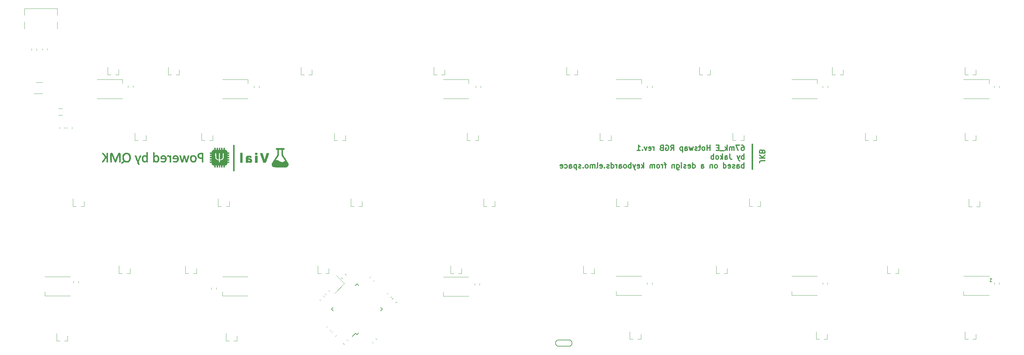
<source format=gbo>
%TF.GenerationSoftware,KiCad,Pcbnew,(5.1.6)-1*%
%TF.CreationDate,2021-08-22T23:35:52+02:00*%
%TF.ProjectId,67_E,36375f45-2e6b-4696-9361-645f70636258,rev?*%
%TF.SameCoordinates,Original*%
%TF.FileFunction,Legend,Bot*%
%TF.FilePolarity,Positive*%
%FSLAX46Y46*%
G04 Gerber Fmt 4.6, Leading zero omitted, Abs format (unit mm)*
G04 Created by KiCad (PCBNEW (5.1.6)-1) date 2021-08-22 23:35:52*
%MOMM*%
%LPD*%
G01*
G04 APERTURE LIST*
%ADD10C,0.300000*%
%ADD11C,0.400000*%
%ADD12C,0.010000*%
%ADD13C,0.150000*%
%ADD14C,0.120000*%
%ADD15C,1.400000*%
%ADD16R,2.550000X2.500000*%
%ADD17C,1.750000*%
%ADD18C,3.000000*%
%ADD19C,3.987800*%
%ADD20R,1.500000X1.000000*%
%ADD21C,3.048000*%
%ADD22R,0.800000X0.900000*%
%ADD23C,0.100000*%
%ADD24R,0.600000X1.450000*%
%ADD25R,0.300000X1.450000*%
%ADD26O,1.000000X2.100000*%
%ADD27C,0.650000*%
%ADD28O,1.000000X1.600000*%
%ADD29R,1.060000X0.650000*%
G04 APERTURE END LIST*
D10*
X284666428Y-116534214D02*
X283595000Y-116534214D01*
X283380714Y-116605642D01*
X283237857Y-116748500D01*
X283166428Y-116962785D01*
X283166428Y-117105642D01*
X283166428Y-115819928D02*
X284666428Y-115819928D01*
X283166428Y-114962785D02*
X284023571Y-115605642D01*
X284666428Y-114962785D02*
X283809285Y-115819928D01*
X283952142Y-113819928D02*
X283880714Y-113605642D01*
X283809285Y-113534214D01*
X283666428Y-113462785D01*
X283452142Y-113462785D01*
X283309285Y-113534214D01*
X283237857Y-113605642D01*
X283166428Y-113748500D01*
X283166428Y-114319928D01*
X284666428Y-114319928D01*
X284666428Y-113819928D01*
X284595000Y-113677071D01*
X284523571Y-113605642D01*
X284380714Y-113534214D01*
X284237857Y-113534214D01*
X284095000Y-113605642D01*
X284023571Y-113677071D01*
X283952142Y-113819928D01*
X283952142Y-114319928D01*
D11*
X132270500Y-119308071D02*
X132270500Y-112165214D01*
X281051000Y-118927071D02*
X281051000Y-111784214D01*
D10*
X278014500Y-112071571D02*
X278300214Y-112071571D01*
X278443071Y-112143000D01*
X278514500Y-112214428D01*
X278657357Y-112428714D01*
X278728785Y-112714428D01*
X278728785Y-113285857D01*
X278657357Y-113428714D01*
X278585928Y-113500142D01*
X278443071Y-113571571D01*
X278157357Y-113571571D01*
X278014500Y-113500142D01*
X277943071Y-113428714D01*
X277871642Y-113285857D01*
X277871642Y-112928714D01*
X277943071Y-112785857D01*
X278014500Y-112714428D01*
X278157357Y-112643000D01*
X278443071Y-112643000D01*
X278585928Y-112714428D01*
X278657357Y-112785857D01*
X278728785Y-112928714D01*
X277371642Y-112071571D02*
X276371642Y-112071571D01*
X277014500Y-113571571D01*
X275800214Y-113571571D02*
X275800214Y-112571571D01*
X275800214Y-112714428D02*
X275728785Y-112643000D01*
X275585928Y-112571571D01*
X275371642Y-112571571D01*
X275228785Y-112643000D01*
X275157357Y-112785857D01*
X275157357Y-113571571D01*
X275157357Y-112785857D02*
X275085928Y-112643000D01*
X274943071Y-112571571D01*
X274728785Y-112571571D01*
X274585928Y-112643000D01*
X274514500Y-112785857D01*
X274514500Y-113571571D01*
X273800214Y-113571571D02*
X273800214Y-112071571D01*
X273657357Y-113000142D02*
X273228785Y-113571571D01*
X273228785Y-112571571D02*
X273800214Y-113143000D01*
X272943071Y-113714428D02*
X271800214Y-113714428D01*
X271443071Y-112785857D02*
X270943071Y-112785857D01*
X270728785Y-113571571D02*
X271443071Y-113571571D01*
X271443071Y-112071571D01*
X270728785Y-112071571D01*
X268943071Y-113571571D02*
X268943071Y-112071571D01*
X268943071Y-112785857D02*
X268085928Y-112785857D01*
X268085928Y-113571571D02*
X268085928Y-112071571D01*
X267157357Y-113571571D02*
X267300214Y-113500142D01*
X267371642Y-113428714D01*
X267443071Y-113285857D01*
X267443071Y-112857285D01*
X267371642Y-112714428D01*
X267300214Y-112643000D01*
X267157357Y-112571571D01*
X266943071Y-112571571D01*
X266800214Y-112643000D01*
X266728785Y-112714428D01*
X266657357Y-112857285D01*
X266657357Y-113285857D01*
X266728785Y-113428714D01*
X266800214Y-113500142D01*
X266943071Y-113571571D01*
X267157357Y-113571571D01*
X266228785Y-112571571D02*
X265657357Y-112571571D01*
X266014500Y-112071571D02*
X266014500Y-113357285D01*
X265943071Y-113500142D01*
X265800214Y-113571571D01*
X265657357Y-113571571D01*
X265228785Y-113500142D02*
X265085928Y-113571571D01*
X264800214Y-113571571D01*
X264657357Y-113500142D01*
X264585928Y-113357285D01*
X264585928Y-113285857D01*
X264657357Y-113143000D01*
X264800214Y-113071571D01*
X265014500Y-113071571D01*
X265157357Y-113000142D01*
X265228785Y-112857285D01*
X265228785Y-112785857D01*
X265157357Y-112643000D01*
X265014500Y-112571571D01*
X264800214Y-112571571D01*
X264657357Y-112643000D01*
X264085928Y-112571571D02*
X263800214Y-113571571D01*
X263514500Y-112857285D01*
X263228785Y-113571571D01*
X262943071Y-112571571D01*
X261728785Y-113571571D02*
X261728785Y-112785857D01*
X261800214Y-112643000D01*
X261943071Y-112571571D01*
X262228785Y-112571571D01*
X262371642Y-112643000D01*
X261728785Y-113500142D02*
X261871642Y-113571571D01*
X262228785Y-113571571D01*
X262371642Y-113500142D01*
X262443071Y-113357285D01*
X262443071Y-113214428D01*
X262371642Y-113071571D01*
X262228785Y-113000142D01*
X261871642Y-113000142D01*
X261728785Y-112928714D01*
X261014500Y-112571571D02*
X261014500Y-114071571D01*
X261014500Y-112643000D02*
X260871642Y-112571571D01*
X260585928Y-112571571D01*
X260443071Y-112643000D01*
X260371642Y-112714428D01*
X260300214Y-112857285D01*
X260300214Y-113285857D01*
X260371642Y-113428714D01*
X260443071Y-113500142D01*
X260585928Y-113571571D01*
X260871642Y-113571571D01*
X261014500Y-113500142D01*
X257657357Y-113571571D02*
X258157357Y-112857285D01*
X258514500Y-113571571D02*
X258514500Y-112071571D01*
X257943071Y-112071571D01*
X257800214Y-112143000D01*
X257728785Y-112214428D01*
X257657357Y-112357285D01*
X257657357Y-112571571D01*
X257728785Y-112714428D01*
X257800214Y-112785857D01*
X257943071Y-112857285D01*
X258514500Y-112857285D01*
X256228785Y-112143000D02*
X256371642Y-112071571D01*
X256585928Y-112071571D01*
X256800214Y-112143000D01*
X256943071Y-112285857D01*
X257014500Y-112428714D01*
X257085928Y-112714428D01*
X257085928Y-112928714D01*
X257014500Y-113214428D01*
X256943071Y-113357285D01*
X256800214Y-113500142D01*
X256585928Y-113571571D01*
X256443071Y-113571571D01*
X256228785Y-113500142D01*
X256157357Y-113428714D01*
X256157357Y-112928714D01*
X256443071Y-112928714D01*
X255014500Y-112785857D02*
X254800214Y-112857285D01*
X254728785Y-112928714D01*
X254657357Y-113071571D01*
X254657357Y-113285857D01*
X254728785Y-113428714D01*
X254800214Y-113500142D01*
X254943071Y-113571571D01*
X255514500Y-113571571D01*
X255514500Y-112071571D01*
X255014500Y-112071571D01*
X254871642Y-112143000D01*
X254800214Y-112214428D01*
X254728785Y-112357285D01*
X254728785Y-112500142D01*
X254800214Y-112643000D01*
X254871642Y-112714428D01*
X255014500Y-112785857D01*
X255514500Y-112785857D01*
X252871642Y-113571571D02*
X252871642Y-112571571D01*
X252871642Y-112857285D02*
X252800214Y-112714428D01*
X252728785Y-112643000D01*
X252585928Y-112571571D01*
X252443071Y-112571571D01*
X251371642Y-113500142D02*
X251514500Y-113571571D01*
X251800214Y-113571571D01*
X251943071Y-113500142D01*
X252014500Y-113357285D01*
X252014500Y-112785857D01*
X251943071Y-112643000D01*
X251800214Y-112571571D01*
X251514500Y-112571571D01*
X251371642Y-112643000D01*
X251300214Y-112785857D01*
X251300214Y-112928714D01*
X252014500Y-113071571D01*
X250800214Y-112571571D02*
X250443071Y-113571571D01*
X250085928Y-112571571D01*
X249514500Y-113428714D02*
X249443071Y-113500142D01*
X249514500Y-113571571D01*
X249585928Y-113500142D01*
X249514500Y-113428714D01*
X249514500Y-113571571D01*
X248014500Y-113571571D02*
X248871642Y-113571571D01*
X248443071Y-113571571D02*
X248443071Y-112071571D01*
X248585928Y-112285857D01*
X248728785Y-112428714D01*
X248871642Y-112500142D01*
X278657357Y-116121571D02*
X278657357Y-114621571D01*
X278657357Y-115193000D02*
X278514500Y-115121571D01*
X278228785Y-115121571D01*
X278085928Y-115193000D01*
X278014500Y-115264428D01*
X277943071Y-115407285D01*
X277943071Y-115835857D01*
X278014500Y-115978714D01*
X278085928Y-116050142D01*
X278228785Y-116121571D01*
X278514500Y-116121571D01*
X278657357Y-116050142D01*
X277443071Y-115121571D02*
X277085928Y-116121571D01*
X276728785Y-115121571D02*
X277085928Y-116121571D01*
X277228785Y-116478714D01*
X277300214Y-116550142D01*
X277443071Y-116621571D01*
X274585928Y-114621571D02*
X274585928Y-115693000D01*
X274657357Y-115907285D01*
X274800214Y-116050142D01*
X275014500Y-116121571D01*
X275157357Y-116121571D01*
X273228785Y-116121571D02*
X273228785Y-115335857D01*
X273300214Y-115193000D01*
X273443071Y-115121571D01*
X273728785Y-115121571D01*
X273871642Y-115193000D01*
X273228785Y-116050142D02*
X273371642Y-116121571D01*
X273728785Y-116121571D01*
X273871642Y-116050142D01*
X273943071Y-115907285D01*
X273943071Y-115764428D01*
X273871642Y-115621571D01*
X273728785Y-115550142D01*
X273371642Y-115550142D01*
X273228785Y-115478714D01*
X272514500Y-116121571D02*
X272514500Y-114621571D01*
X272371642Y-115550142D02*
X271943071Y-116121571D01*
X271943071Y-115121571D02*
X272514500Y-115693000D01*
X271085928Y-116121571D02*
X271228785Y-116050142D01*
X271300214Y-115978714D01*
X271371642Y-115835857D01*
X271371642Y-115407285D01*
X271300214Y-115264428D01*
X271228785Y-115193000D01*
X271085928Y-115121571D01*
X270871642Y-115121571D01*
X270728785Y-115193000D01*
X270657357Y-115264428D01*
X270585928Y-115407285D01*
X270585928Y-115835857D01*
X270657357Y-115978714D01*
X270728785Y-116050142D01*
X270871642Y-116121571D01*
X271085928Y-116121571D01*
X269943071Y-116121571D02*
X269943071Y-114621571D01*
X269943071Y-115193000D02*
X269800214Y-115121571D01*
X269514500Y-115121571D01*
X269371642Y-115193000D01*
X269300214Y-115264428D01*
X269228785Y-115407285D01*
X269228785Y-115835857D01*
X269300214Y-115978714D01*
X269371642Y-116050142D01*
X269514500Y-116121571D01*
X269800214Y-116121571D01*
X269943071Y-116050142D01*
X278657357Y-118671571D02*
X278657357Y-117171571D01*
X278657357Y-117743000D02*
X278514500Y-117671571D01*
X278228785Y-117671571D01*
X278085928Y-117743000D01*
X278014500Y-117814428D01*
X277943071Y-117957285D01*
X277943071Y-118385857D01*
X278014500Y-118528714D01*
X278085928Y-118600142D01*
X278228785Y-118671571D01*
X278514500Y-118671571D01*
X278657357Y-118600142D01*
X276657357Y-118671571D02*
X276657357Y-117885857D01*
X276728785Y-117743000D01*
X276871642Y-117671571D01*
X277157357Y-117671571D01*
X277300214Y-117743000D01*
X276657357Y-118600142D02*
X276800214Y-118671571D01*
X277157357Y-118671571D01*
X277300214Y-118600142D01*
X277371642Y-118457285D01*
X277371642Y-118314428D01*
X277300214Y-118171571D01*
X277157357Y-118100142D01*
X276800214Y-118100142D01*
X276657357Y-118028714D01*
X276014500Y-118600142D02*
X275871642Y-118671571D01*
X275585928Y-118671571D01*
X275443071Y-118600142D01*
X275371642Y-118457285D01*
X275371642Y-118385857D01*
X275443071Y-118243000D01*
X275585928Y-118171571D01*
X275800214Y-118171571D01*
X275943071Y-118100142D01*
X276014500Y-117957285D01*
X276014500Y-117885857D01*
X275943071Y-117743000D01*
X275800214Y-117671571D01*
X275585928Y-117671571D01*
X275443071Y-117743000D01*
X274157357Y-118600142D02*
X274300214Y-118671571D01*
X274585928Y-118671571D01*
X274728785Y-118600142D01*
X274800214Y-118457285D01*
X274800214Y-117885857D01*
X274728785Y-117743000D01*
X274585928Y-117671571D01*
X274300214Y-117671571D01*
X274157357Y-117743000D01*
X274085928Y-117885857D01*
X274085928Y-118028714D01*
X274800214Y-118171571D01*
X272800214Y-118671571D02*
X272800214Y-117171571D01*
X272800214Y-118600142D02*
X272943071Y-118671571D01*
X273228785Y-118671571D01*
X273371642Y-118600142D01*
X273443071Y-118528714D01*
X273514500Y-118385857D01*
X273514500Y-117957285D01*
X273443071Y-117814428D01*
X273371642Y-117743000D01*
X273228785Y-117671571D01*
X272943071Y-117671571D01*
X272800214Y-117743000D01*
X270728785Y-118671571D02*
X270871642Y-118600142D01*
X270943071Y-118528714D01*
X271014500Y-118385857D01*
X271014500Y-117957285D01*
X270943071Y-117814428D01*
X270871642Y-117743000D01*
X270728785Y-117671571D01*
X270514500Y-117671571D01*
X270371642Y-117743000D01*
X270300214Y-117814428D01*
X270228785Y-117957285D01*
X270228785Y-118385857D01*
X270300214Y-118528714D01*
X270371642Y-118600142D01*
X270514500Y-118671571D01*
X270728785Y-118671571D01*
X269585928Y-117671571D02*
X269585928Y-118671571D01*
X269585928Y-117814428D02*
X269514500Y-117743000D01*
X269371642Y-117671571D01*
X269157357Y-117671571D01*
X269014500Y-117743000D01*
X268943071Y-117885857D01*
X268943071Y-118671571D01*
X266443071Y-118671571D02*
X266443071Y-117885857D01*
X266514500Y-117743000D01*
X266657357Y-117671571D01*
X266943071Y-117671571D01*
X267085928Y-117743000D01*
X266443071Y-118600142D02*
X266585928Y-118671571D01*
X266943071Y-118671571D01*
X267085928Y-118600142D01*
X267157357Y-118457285D01*
X267157357Y-118314428D01*
X267085928Y-118171571D01*
X266943071Y-118100142D01*
X266585928Y-118100142D01*
X266443071Y-118028714D01*
X263943071Y-118671571D02*
X263943071Y-117171571D01*
X263943071Y-118600142D02*
X264085928Y-118671571D01*
X264371642Y-118671571D01*
X264514500Y-118600142D01*
X264585928Y-118528714D01*
X264657357Y-118385857D01*
X264657357Y-117957285D01*
X264585928Y-117814428D01*
X264514500Y-117743000D01*
X264371642Y-117671571D01*
X264085928Y-117671571D01*
X263943071Y-117743000D01*
X262657357Y-118600142D02*
X262800214Y-118671571D01*
X263085928Y-118671571D01*
X263228785Y-118600142D01*
X263300214Y-118457285D01*
X263300214Y-117885857D01*
X263228785Y-117743000D01*
X263085928Y-117671571D01*
X262800214Y-117671571D01*
X262657357Y-117743000D01*
X262585928Y-117885857D01*
X262585928Y-118028714D01*
X263300214Y-118171571D01*
X262014500Y-118600142D02*
X261871642Y-118671571D01*
X261585928Y-118671571D01*
X261443071Y-118600142D01*
X261371642Y-118457285D01*
X261371642Y-118385857D01*
X261443071Y-118243000D01*
X261585928Y-118171571D01*
X261800214Y-118171571D01*
X261943071Y-118100142D01*
X262014500Y-117957285D01*
X262014500Y-117885857D01*
X261943071Y-117743000D01*
X261800214Y-117671571D01*
X261585928Y-117671571D01*
X261443071Y-117743000D01*
X260728785Y-118671571D02*
X260728785Y-117671571D01*
X260728785Y-117171571D02*
X260800214Y-117243000D01*
X260728785Y-117314428D01*
X260657357Y-117243000D01*
X260728785Y-117171571D01*
X260728785Y-117314428D01*
X259371642Y-117671571D02*
X259371642Y-118885857D01*
X259443071Y-119028714D01*
X259514500Y-119100142D01*
X259657357Y-119171571D01*
X259871642Y-119171571D01*
X260014500Y-119100142D01*
X259371642Y-118600142D02*
X259514500Y-118671571D01*
X259800214Y-118671571D01*
X259943071Y-118600142D01*
X260014500Y-118528714D01*
X260085928Y-118385857D01*
X260085928Y-117957285D01*
X260014500Y-117814428D01*
X259943071Y-117743000D01*
X259800214Y-117671571D01*
X259514500Y-117671571D01*
X259371642Y-117743000D01*
X258657357Y-117671571D02*
X258657357Y-118671571D01*
X258657357Y-117814428D02*
X258585928Y-117743000D01*
X258443071Y-117671571D01*
X258228785Y-117671571D01*
X258085928Y-117743000D01*
X258014500Y-117885857D01*
X258014500Y-118671571D01*
X256371642Y-117671571D02*
X255800214Y-117671571D01*
X256157357Y-118671571D02*
X256157357Y-117385857D01*
X256085928Y-117243000D01*
X255943071Y-117171571D01*
X255800214Y-117171571D01*
X255300214Y-118671571D02*
X255300214Y-117671571D01*
X255300214Y-117957285D02*
X255228785Y-117814428D01*
X255157357Y-117743000D01*
X255014500Y-117671571D01*
X254871642Y-117671571D01*
X254157357Y-118671571D02*
X254300214Y-118600142D01*
X254371642Y-118528714D01*
X254443071Y-118385857D01*
X254443071Y-117957285D01*
X254371642Y-117814428D01*
X254300214Y-117743000D01*
X254157357Y-117671571D01*
X253943071Y-117671571D01*
X253800214Y-117743000D01*
X253728785Y-117814428D01*
X253657357Y-117957285D01*
X253657357Y-118385857D01*
X253728785Y-118528714D01*
X253800214Y-118600142D01*
X253943071Y-118671571D01*
X254157357Y-118671571D01*
X253014500Y-118671571D02*
X253014500Y-117671571D01*
X253014500Y-117814428D02*
X252943071Y-117743000D01*
X252800214Y-117671571D01*
X252585928Y-117671571D01*
X252443071Y-117743000D01*
X252371642Y-117885857D01*
X252371642Y-118671571D01*
X252371642Y-117885857D02*
X252300214Y-117743000D01*
X252157357Y-117671571D01*
X251943071Y-117671571D01*
X251800214Y-117743000D01*
X251728785Y-117885857D01*
X251728785Y-118671571D01*
X249871642Y-118671571D02*
X249871642Y-117171571D01*
X249728785Y-118100142D02*
X249300214Y-118671571D01*
X249300214Y-117671571D02*
X249871642Y-118243000D01*
X248085928Y-118600142D02*
X248228785Y-118671571D01*
X248514500Y-118671571D01*
X248657357Y-118600142D01*
X248728785Y-118457285D01*
X248728785Y-117885857D01*
X248657357Y-117743000D01*
X248514500Y-117671571D01*
X248228785Y-117671571D01*
X248085928Y-117743000D01*
X248014500Y-117885857D01*
X248014500Y-118028714D01*
X248728785Y-118171571D01*
X247514500Y-117671571D02*
X247157357Y-118671571D01*
X246800214Y-117671571D02*
X247157357Y-118671571D01*
X247300214Y-119028714D01*
X247371642Y-119100142D01*
X247514500Y-119171571D01*
X246228785Y-118671571D02*
X246228785Y-117171571D01*
X246228785Y-117743000D02*
X246085928Y-117671571D01*
X245800214Y-117671571D01*
X245657357Y-117743000D01*
X245585928Y-117814428D01*
X245514500Y-117957285D01*
X245514500Y-118385857D01*
X245585928Y-118528714D01*
X245657357Y-118600142D01*
X245800214Y-118671571D01*
X246085928Y-118671571D01*
X246228785Y-118600142D01*
X244657357Y-118671571D02*
X244800214Y-118600142D01*
X244871642Y-118528714D01*
X244943071Y-118385857D01*
X244943071Y-117957285D01*
X244871642Y-117814428D01*
X244800214Y-117743000D01*
X244657357Y-117671571D01*
X244443071Y-117671571D01*
X244300214Y-117743000D01*
X244228785Y-117814428D01*
X244157357Y-117957285D01*
X244157357Y-118385857D01*
X244228785Y-118528714D01*
X244300214Y-118600142D01*
X244443071Y-118671571D01*
X244657357Y-118671571D01*
X242871642Y-118671571D02*
X242871642Y-117885857D01*
X242943071Y-117743000D01*
X243085928Y-117671571D01*
X243371642Y-117671571D01*
X243514500Y-117743000D01*
X242871642Y-118600142D02*
X243014500Y-118671571D01*
X243371642Y-118671571D01*
X243514500Y-118600142D01*
X243585928Y-118457285D01*
X243585928Y-118314428D01*
X243514500Y-118171571D01*
X243371642Y-118100142D01*
X243014500Y-118100142D01*
X242871642Y-118028714D01*
X242157357Y-118671571D02*
X242157357Y-117671571D01*
X242157357Y-117957285D02*
X242085928Y-117814428D01*
X242014500Y-117743000D01*
X241871642Y-117671571D01*
X241728785Y-117671571D01*
X240585928Y-118671571D02*
X240585928Y-117171571D01*
X240585928Y-118600142D02*
X240728785Y-118671571D01*
X241014500Y-118671571D01*
X241157357Y-118600142D01*
X241228785Y-118528714D01*
X241300214Y-118385857D01*
X241300214Y-117957285D01*
X241228785Y-117814428D01*
X241157357Y-117743000D01*
X241014500Y-117671571D01*
X240728785Y-117671571D01*
X240585928Y-117743000D01*
X239943071Y-118600142D02*
X239800214Y-118671571D01*
X239514500Y-118671571D01*
X239371642Y-118600142D01*
X239300214Y-118457285D01*
X239300214Y-118385857D01*
X239371642Y-118243000D01*
X239514500Y-118171571D01*
X239728785Y-118171571D01*
X239871642Y-118100142D01*
X239943071Y-117957285D01*
X239943071Y-117885857D01*
X239871642Y-117743000D01*
X239728785Y-117671571D01*
X239514500Y-117671571D01*
X239371642Y-117743000D01*
X238657357Y-118528714D02*
X238585928Y-118600142D01*
X238657357Y-118671571D01*
X238728785Y-118600142D01*
X238657357Y-118528714D01*
X238657357Y-118671571D01*
X237371642Y-118600142D02*
X237514500Y-118671571D01*
X237800214Y-118671571D01*
X237943071Y-118600142D01*
X238014500Y-118457285D01*
X238014500Y-117885857D01*
X237943071Y-117743000D01*
X237800214Y-117671571D01*
X237514500Y-117671571D01*
X237371642Y-117743000D01*
X237300214Y-117885857D01*
X237300214Y-118028714D01*
X238014500Y-118171571D01*
X236443071Y-118671571D02*
X236585928Y-118600142D01*
X236657357Y-118457285D01*
X236657357Y-117171571D01*
X235871642Y-118671571D02*
X235871642Y-117671571D01*
X235871642Y-117814428D02*
X235800214Y-117743000D01*
X235657357Y-117671571D01*
X235443071Y-117671571D01*
X235300214Y-117743000D01*
X235228785Y-117885857D01*
X235228785Y-118671571D01*
X235228785Y-117885857D02*
X235157357Y-117743000D01*
X235014500Y-117671571D01*
X234800214Y-117671571D01*
X234657357Y-117743000D01*
X234585928Y-117885857D01*
X234585928Y-118671571D01*
X233657357Y-118671571D02*
X233800214Y-118600142D01*
X233871642Y-118528714D01*
X233943071Y-118385857D01*
X233943071Y-117957285D01*
X233871642Y-117814428D01*
X233800214Y-117743000D01*
X233657357Y-117671571D01*
X233443071Y-117671571D01*
X233300214Y-117743000D01*
X233228785Y-117814428D01*
X233157357Y-117957285D01*
X233157357Y-118385857D01*
X233228785Y-118528714D01*
X233300214Y-118600142D01*
X233443071Y-118671571D01*
X233657357Y-118671571D01*
X232514500Y-118528714D02*
X232443071Y-118600142D01*
X232514500Y-118671571D01*
X232585928Y-118600142D01*
X232514500Y-118528714D01*
X232514500Y-118671571D01*
X231871642Y-118600142D02*
X231728785Y-118671571D01*
X231443071Y-118671571D01*
X231300214Y-118600142D01*
X231228785Y-118457285D01*
X231228785Y-118385857D01*
X231300214Y-118243000D01*
X231443071Y-118171571D01*
X231657357Y-118171571D01*
X231800214Y-118100142D01*
X231871642Y-117957285D01*
X231871642Y-117885857D01*
X231800214Y-117743000D01*
X231657357Y-117671571D01*
X231443071Y-117671571D01*
X231300214Y-117743000D01*
X230585928Y-117671571D02*
X230585928Y-119171571D01*
X230585928Y-117743000D02*
X230443071Y-117671571D01*
X230157357Y-117671571D01*
X230014500Y-117743000D01*
X229943071Y-117814428D01*
X229871642Y-117957285D01*
X229871642Y-118385857D01*
X229943071Y-118528714D01*
X230014500Y-118600142D01*
X230157357Y-118671571D01*
X230443071Y-118671571D01*
X230585928Y-118600142D01*
X228585928Y-118671571D02*
X228585928Y-117885857D01*
X228657357Y-117743000D01*
X228800214Y-117671571D01*
X229085928Y-117671571D01*
X229228785Y-117743000D01*
X228585928Y-118600142D02*
X228728785Y-118671571D01*
X229085928Y-118671571D01*
X229228785Y-118600142D01*
X229300214Y-118457285D01*
X229300214Y-118314428D01*
X229228785Y-118171571D01*
X229085928Y-118100142D01*
X228728785Y-118100142D01*
X228585928Y-118028714D01*
X227228785Y-118600142D02*
X227371642Y-118671571D01*
X227657357Y-118671571D01*
X227800214Y-118600142D01*
X227871642Y-118528714D01*
X227943071Y-118385857D01*
X227943071Y-117957285D01*
X227871642Y-117814428D01*
X227800214Y-117743000D01*
X227657357Y-117671571D01*
X227371642Y-117671571D01*
X227228785Y-117743000D01*
X226014500Y-118600142D02*
X226157357Y-118671571D01*
X226443071Y-118671571D01*
X226585928Y-118600142D01*
X226657357Y-118457285D01*
X226657357Y-117885857D01*
X226585928Y-117743000D01*
X226443071Y-117671571D01*
X226157357Y-117671571D01*
X226014500Y-117743000D01*
X225943071Y-117885857D01*
X225943071Y-118028714D01*
X226657357Y-118171571D01*
D12*
G36*
X138602921Y-114226873D02*
G01*
X138542014Y-114236724D01*
X138496087Y-114260503D01*
X138447246Y-114304235D01*
X138440160Y-114311288D01*
X138386655Y-114371983D01*
X138361207Y-114428843D01*
X138353941Y-114506515D01*
X138353800Y-114526788D01*
X138374789Y-114652222D01*
X138434885Y-114748304D01*
X138529784Y-114812062D01*
X138655183Y-114840529D01*
X138796846Y-114832483D01*
X138909432Y-114790731D01*
X138989446Y-114712048D01*
X139032824Y-114601553D01*
X139039600Y-114526788D01*
X139034793Y-114441970D01*
X139013787Y-114382910D01*
X138966704Y-114324962D01*
X138953240Y-114311289D01*
X138902805Y-114264686D01*
X138857485Y-114238777D01*
X138799386Y-114227537D01*
X138710617Y-114224945D01*
X138696700Y-114224928D01*
X138602921Y-114226873D01*
G37*
X138602921Y-114226873D02*
X138542014Y-114236724D01*
X138496087Y-114260503D01*
X138447246Y-114304235D01*
X138440160Y-114311288D01*
X138386655Y-114371983D01*
X138361207Y-114428843D01*
X138353941Y-114506515D01*
X138353800Y-114526788D01*
X138374789Y-114652222D01*
X138434885Y-114748304D01*
X138529784Y-114812062D01*
X138655183Y-114840529D01*
X138796846Y-114832483D01*
X138909432Y-114790731D01*
X138989446Y-114712048D01*
X139032824Y-114601553D01*
X139039600Y-114526788D01*
X139034793Y-114441970D01*
X139013787Y-114382910D01*
X138966704Y-114324962D01*
X138953240Y-114311289D01*
X138902805Y-114264686D01*
X138857485Y-114238777D01*
X138799386Y-114227537D01*
X138710617Y-114224945D01*
X138696700Y-114224928D01*
X138602921Y-114226873D01*
G36*
X134137400Y-117069729D02*
G01*
X134747000Y-117069729D01*
X134747000Y-114224929D01*
X134137400Y-114224929D01*
X134137400Y-117069729D01*
G37*
X134137400Y-117069729D02*
X134747000Y-117069729D01*
X134747000Y-114224929D01*
X134137400Y-114224929D01*
X134137400Y-117069729D01*
G36*
X138404600Y-117069729D02*
G01*
X139014200Y-117069729D01*
X139014200Y-115139329D01*
X138404600Y-115139329D01*
X138404600Y-117069729D01*
G37*
X138404600Y-117069729D02*
X139014200Y-117069729D01*
X139014200Y-115139329D01*
X138404600Y-115139329D01*
X138404600Y-117069729D01*
G36*
X141658806Y-114459879D02*
G01*
X141638360Y-114525770D01*
X141606846Y-114629626D01*
X141566275Y-114764640D01*
X141518660Y-114924003D01*
X141466013Y-115100908D01*
X141410345Y-115288548D01*
X141353669Y-115480115D01*
X141297996Y-115668802D01*
X141245340Y-115847802D01*
X141197711Y-116010306D01*
X141157122Y-116149508D01*
X141125586Y-116258599D01*
X141105113Y-116330773D01*
X141098322Y-116356187D01*
X141083899Y-116404894D01*
X141075571Y-116405324D01*
X141074152Y-116391451D01*
X141066724Y-116358347D01*
X141046583Y-116282974D01*
X141015597Y-116171726D01*
X140975634Y-116030998D01*
X140928562Y-115867183D01*
X140876249Y-115686675D01*
X140820563Y-115495868D01*
X140763372Y-115301156D01*
X140706545Y-115108932D01*
X140651950Y-114925590D01*
X140601454Y-114757525D01*
X140556925Y-114611131D01*
X140520233Y-114492800D01*
X140509805Y-114459879D01*
X140483461Y-114377329D01*
X140152513Y-114377329D01*
X140011696Y-114378463D01*
X139915714Y-114382259D01*
X139858642Y-114389307D01*
X139834557Y-114400195D01*
X139833571Y-114409079D01*
X139843898Y-114438456D01*
X139869222Y-114511376D01*
X139907993Y-114623352D01*
X139958662Y-114769897D01*
X140019678Y-114946524D01*
X140089491Y-115148746D01*
X140166551Y-115372077D01*
X140249307Y-115612031D01*
X140298693Y-115755279D01*
X140751809Y-117069729D01*
X141448062Y-117069729D01*
X141523915Y-116847479D01*
X141547869Y-116777224D01*
X141586131Y-116664911D01*
X141636649Y-116516572D01*
X141697368Y-116338240D01*
X141766234Y-116135948D01*
X141841193Y-115915731D01*
X141920191Y-115683621D01*
X141982243Y-115501279D01*
X142364718Y-114377329D01*
X141685140Y-114377329D01*
X141658806Y-114459879D01*
G37*
X141658806Y-114459879D02*
X141638360Y-114525770D01*
X141606846Y-114629626D01*
X141566275Y-114764640D01*
X141518660Y-114924003D01*
X141466013Y-115100908D01*
X141410345Y-115288548D01*
X141353669Y-115480115D01*
X141297996Y-115668802D01*
X141245340Y-115847802D01*
X141197711Y-116010306D01*
X141157122Y-116149508D01*
X141125586Y-116258599D01*
X141105113Y-116330773D01*
X141098322Y-116356187D01*
X141083899Y-116404894D01*
X141075571Y-116405324D01*
X141074152Y-116391451D01*
X141066724Y-116358347D01*
X141046583Y-116282974D01*
X141015597Y-116171726D01*
X140975634Y-116030998D01*
X140928562Y-115867183D01*
X140876249Y-115686675D01*
X140820563Y-115495868D01*
X140763372Y-115301156D01*
X140706545Y-115108932D01*
X140651950Y-114925590D01*
X140601454Y-114757525D01*
X140556925Y-114611131D01*
X140520233Y-114492800D01*
X140509805Y-114459879D01*
X140483461Y-114377329D01*
X140152513Y-114377329D01*
X140011696Y-114378463D01*
X139915714Y-114382259D01*
X139858642Y-114389307D01*
X139834557Y-114400195D01*
X139833571Y-114409079D01*
X139843898Y-114438456D01*
X139869222Y-114511376D01*
X139907993Y-114623352D01*
X139958662Y-114769897D01*
X140019678Y-114946524D01*
X140089491Y-115148746D01*
X140166551Y-115372077D01*
X140249307Y-115612031D01*
X140298693Y-115755279D01*
X140751809Y-117069729D01*
X141448062Y-117069729D01*
X141523915Y-116847479D01*
X141547869Y-116777224D01*
X141586131Y-116664911D01*
X141636649Y-116516572D01*
X141697368Y-116338240D01*
X141766234Y-116135948D01*
X141841193Y-115915731D01*
X141920191Y-115683621D01*
X141982243Y-115501279D01*
X142364718Y-114377329D01*
X141685140Y-114377329D01*
X141658806Y-114459879D01*
G36*
X136447033Y-115102136D02*
G01*
X136345367Y-115104138D01*
X136272505Y-115109862D01*
X136217451Y-115121031D01*
X136169206Y-115139371D01*
X136116773Y-115166606D01*
X136093200Y-115179794D01*
X135955132Y-115285880D01*
X135850804Y-115428659D01*
X135782086Y-115605264D01*
X135765396Y-115682377D01*
X135757453Y-115753685D01*
X135750395Y-115866262D01*
X135744564Y-116010578D01*
X135740302Y-116177105D01*
X135737953Y-116356313D01*
X135737600Y-116455859D01*
X135737600Y-117069729D01*
X136321800Y-117069729D01*
X136321800Y-116830819D01*
X136417050Y-116923633D01*
X136519117Y-117007598D01*
X136627491Y-117060731D01*
X136756665Y-117088165D01*
X136901190Y-117095129D01*
X137019652Y-117091533D01*
X137106579Y-117078360D01*
X137180881Y-117052025D01*
X137213155Y-117036028D01*
X137297724Y-116977121D01*
X137377450Y-116899193D01*
X137400888Y-116869328D01*
X137443115Y-116801323D01*
X137467997Y-116734155D01*
X137481198Y-116648257D01*
X137486107Y-116574947D01*
X137484319Y-116474399D01*
X136921747Y-116474399D01*
X136896018Y-116557031D01*
X136852791Y-116622098D01*
X136832820Y-116637758D01*
X136754235Y-116661036D01*
X136654216Y-116661884D01*
X136555878Y-116642281D01*
X136487135Y-116608175D01*
X136412751Y-116523858D01*
X136355467Y-116410369D01*
X136324936Y-116288789D01*
X136322358Y-116248346D01*
X136321800Y-116150863D01*
X136429750Y-116167221D01*
X136598211Y-116195742D01*
X136722965Y-116225120D01*
X136811049Y-116258655D01*
X136869496Y-116299648D01*
X136905342Y-116351400D01*
X136921270Y-116397825D01*
X136921747Y-116474399D01*
X137484319Y-116474399D01*
X137482951Y-116397528D01*
X137451588Y-116250385D01*
X137388514Y-116130243D01*
X137290225Y-116033821D01*
X137153215Y-115957842D01*
X136973981Y-115899028D01*
X136749017Y-115854100D01*
X136709026Y-115848051D01*
X136584181Y-115830184D01*
X136476035Y-115815326D01*
X136395337Y-115804912D01*
X136352835Y-115800375D01*
X136350797Y-115800293D01*
X136327016Y-115781957D01*
X136330701Y-115736447D01*
X136357386Y-115676097D01*
X136402601Y-115613237D01*
X136427988Y-115587248D01*
X136468646Y-115552208D01*
X136506242Y-115531381D01*
X136554518Y-115521901D01*
X136627214Y-115520902D01*
X136726593Y-115524967D01*
X136847673Y-115533671D01*
X136940543Y-115549947D01*
X137027759Y-115579511D01*
X137130205Y-115627244D01*
X137314186Y-115719021D01*
X137299700Y-115228229D01*
X137121900Y-115165632D01*
X137042243Y-115139683D01*
X136968252Y-115121921D01*
X136887053Y-115110812D01*
X136785769Y-115104824D01*
X136651525Y-115102424D01*
X136588500Y-115102132D01*
X136447033Y-115102136D01*
G37*
X136447033Y-115102136D02*
X136345367Y-115104138D01*
X136272505Y-115109862D01*
X136217451Y-115121031D01*
X136169206Y-115139371D01*
X136116773Y-115166606D01*
X136093200Y-115179794D01*
X135955132Y-115285880D01*
X135850804Y-115428659D01*
X135782086Y-115605264D01*
X135765396Y-115682377D01*
X135757453Y-115753685D01*
X135750395Y-115866262D01*
X135744564Y-116010578D01*
X135740302Y-116177105D01*
X135737953Y-116356313D01*
X135737600Y-116455859D01*
X135737600Y-117069729D01*
X136321800Y-117069729D01*
X136321800Y-116830819D01*
X136417050Y-116923633D01*
X136519117Y-117007598D01*
X136627491Y-117060731D01*
X136756665Y-117088165D01*
X136901190Y-117095129D01*
X137019652Y-117091533D01*
X137106579Y-117078360D01*
X137180881Y-117052025D01*
X137213155Y-117036028D01*
X137297724Y-116977121D01*
X137377450Y-116899193D01*
X137400888Y-116869328D01*
X137443115Y-116801323D01*
X137467997Y-116734155D01*
X137481198Y-116648257D01*
X137486107Y-116574947D01*
X137484319Y-116474399D01*
X136921747Y-116474399D01*
X136896018Y-116557031D01*
X136852791Y-116622098D01*
X136832820Y-116637758D01*
X136754235Y-116661036D01*
X136654216Y-116661884D01*
X136555878Y-116642281D01*
X136487135Y-116608175D01*
X136412751Y-116523858D01*
X136355467Y-116410369D01*
X136324936Y-116288789D01*
X136322358Y-116248346D01*
X136321800Y-116150863D01*
X136429750Y-116167221D01*
X136598211Y-116195742D01*
X136722965Y-116225120D01*
X136811049Y-116258655D01*
X136869496Y-116299648D01*
X136905342Y-116351400D01*
X136921270Y-116397825D01*
X136921747Y-116474399D01*
X137484319Y-116474399D01*
X137482951Y-116397528D01*
X137451588Y-116250385D01*
X137388514Y-116130243D01*
X137290225Y-116033821D01*
X137153215Y-115957842D01*
X136973981Y-115899028D01*
X136749017Y-115854100D01*
X136709026Y-115848051D01*
X136584181Y-115830184D01*
X136476035Y-115815326D01*
X136395337Y-115804912D01*
X136352835Y-115800375D01*
X136350797Y-115800293D01*
X136327016Y-115781957D01*
X136330701Y-115736447D01*
X136357386Y-115676097D01*
X136402601Y-115613237D01*
X136427988Y-115587248D01*
X136468646Y-115552208D01*
X136506242Y-115531381D01*
X136554518Y-115521901D01*
X136627214Y-115520902D01*
X136726593Y-115524967D01*
X136847673Y-115533671D01*
X136940543Y-115549947D01*
X137027759Y-115579511D01*
X137130205Y-115627244D01*
X137314186Y-115719021D01*
X137299700Y-115228229D01*
X137121900Y-115165632D01*
X137042243Y-115139683D01*
X136968252Y-115121921D01*
X136887053Y-115110812D01*
X136785769Y-115104824D01*
X136651525Y-115102424D01*
X136588500Y-115102132D01*
X136447033Y-115102136D01*
G36*
X144348200Y-113310529D02*
G01*
X144780000Y-113310529D01*
X144780000Y-114097929D01*
X144779305Y-114295465D01*
X144777329Y-114474020D01*
X144774240Y-114627721D01*
X144770205Y-114750694D01*
X144765393Y-114837067D01*
X144759969Y-114880968D01*
X144757563Y-114885328D01*
X144731519Y-114905946D01*
X144719759Y-114929778D01*
X144694692Y-114982861D01*
X144659646Y-115041332D01*
X144623763Y-115096691D01*
X144572273Y-115177968D01*
X144516169Y-115267807D01*
X144514852Y-115269932D01*
X144464715Y-115349571D01*
X144424486Y-115411097D01*
X144401893Y-115442732D01*
X144400552Y-115444129D01*
X144372947Y-115479468D01*
X144336893Y-115536956D01*
X144306861Y-115593402D01*
X144305442Y-115596529D01*
X144281350Y-115637502D01*
X144272228Y-115647329D01*
X144253554Y-115672899D01*
X144214624Y-115733180D01*
X144161108Y-115819193D01*
X144098678Y-115921963D01*
X144097959Y-115923159D01*
X144033081Y-116029162D01*
X143974441Y-116121377D01*
X143928619Y-116189680D01*
X143902735Y-116223423D01*
X143871753Y-116270747D01*
X143865600Y-116296843D01*
X143851559Y-116329467D01*
X143840684Y-116333129D01*
X143816609Y-116354680D01*
X143799831Y-116396629D01*
X143782212Y-116444115D01*
X143767023Y-116460129D01*
X143745481Y-116480312D01*
X143712575Y-116530589D01*
X143702277Y-116549029D01*
X143666687Y-116605408D01*
X143637161Y-116636068D01*
X143631502Y-116637929D01*
X143618769Y-116653005D01*
X143621355Y-116658563D01*
X143614750Y-116689223D01*
X143582287Y-116739002D01*
X143572054Y-116751414D01*
X143531134Y-116807567D01*
X143510572Y-116852488D01*
X143510000Y-116857779D01*
X143495205Y-116888967D01*
X143485084Y-116891929D01*
X143461009Y-116913480D01*
X143444231Y-116955429D01*
X143426612Y-117002915D01*
X143411423Y-117018929D01*
X143389881Y-117039112D01*
X143356975Y-117089389D01*
X143346677Y-117107829D01*
X143311735Y-117164148D01*
X143283726Y-117194835D01*
X143278552Y-117196729D01*
X143261046Y-117218906D01*
X143244092Y-117273488D01*
X143241625Y-117285629D01*
X143224995Y-117344235D01*
X143205599Y-117373703D01*
X143202374Y-117374529D01*
X143192433Y-117398034D01*
X143184726Y-117460996D01*
X143180372Y-117552083D01*
X143179800Y-117603129D01*
X143182086Y-117703795D01*
X143188207Y-117781845D01*
X143197063Y-117825945D01*
X143202025Y-117831729D01*
X143221870Y-117853699D01*
X143239257Y-117906824D01*
X143239785Y-117909403D01*
X143263970Y-117980053D01*
X143295272Y-118030053D01*
X143406621Y-118146451D01*
X143491943Y-118227369D01*
X143556481Y-118277359D01*
X143605479Y-118300975D01*
X143608066Y-118301659D01*
X143664551Y-118324499D01*
X143692959Y-118348092D01*
X143710267Y-118354282D01*
X143755705Y-118359694D01*
X143831764Y-118364372D01*
X143940932Y-118368363D01*
X144085700Y-118371712D01*
X144268558Y-118374464D01*
X144491994Y-118376664D01*
X144758500Y-118378358D01*
X145070564Y-118379590D01*
X145430677Y-118380408D01*
X145471213Y-118380471D01*
X145768227Y-118380765D01*
X146052213Y-118380753D01*
X146318785Y-118380454D01*
X146563557Y-118379886D01*
X146782145Y-118379068D01*
X146970163Y-118378019D01*
X147123226Y-118376756D01*
X147236949Y-118375299D01*
X147306945Y-118373667D01*
X147326350Y-118372588D01*
X147387583Y-118360848D01*
X147420036Y-118344932D01*
X147421600Y-118340949D01*
X147443159Y-118319932D01*
X147487275Y-118303352D01*
X147576300Y-118261976D01*
X147670936Y-118187456D01*
X147761103Y-118091815D01*
X147836719Y-117987076D01*
X147887705Y-117885262D01*
X147904200Y-117806091D01*
X147913783Y-117770183D01*
X147929600Y-117768229D01*
X147944071Y-117754315D01*
X147952758Y-117694655D01*
X147955000Y-117617328D01*
X147951441Y-117530462D01*
X147941997Y-117470923D01*
X147929600Y-117450729D01*
X147907729Y-117429888D01*
X147904200Y-117408463D01*
X147894853Y-117360316D01*
X147871885Y-117295274D01*
X147842907Y-117230735D01*
X147815530Y-117184097D01*
X147800466Y-117171329D01*
X147781795Y-117149861D01*
X147766770Y-117107829D01*
X147746374Y-117060257D01*
X147725917Y-117044329D01*
X147703515Y-117023880D01*
X147701000Y-117008043D01*
X147684277Y-116960655D01*
X147665192Y-116935949D01*
X147633290Y-116895806D01*
X147586857Y-116827983D01*
X147545544Y-116762684D01*
X147498948Y-116689883D01*
X147460935Y-116636921D01*
X147441652Y-116616762D01*
X147422783Y-116587533D01*
X147421600Y-116576198D01*
X147406113Y-116535322D01*
X147388814Y-116510929D01*
X147040600Y-116510929D01*
X147020183Y-116533813D01*
X147004617Y-116536329D01*
X146966644Y-116547964D01*
X146960167Y-116555813D01*
X146934398Y-116585566D01*
X146882032Y-116631725D01*
X146817136Y-116683369D01*
X146753777Y-116729574D01*
X146706022Y-116759418D01*
X146690851Y-116764929D01*
X146657973Y-116779683D01*
X146655367Y-116783979D01*
X146621933Y-116815800D01*
X146559207Y-116850566D01*
X146487209Y-116879007D01*
X146425957Y-116891852D01*
X146422231Y-116891929D01*
X146367493Y-116900954D01*
X146342100Y-116917329D01*
X146310557Y-116930054D01*
X146242791Y-116939167D01*
X146153349Y-116942727D01*
X146151600Y-116942729D01*
X146061897Y-116939288D01*
X145993603Y-116930259D01*
X145961266Y-116917582D01*
X145961100Y-116917329D01*
X145927797Y-116901093D01*
X145864626Y-116892393D01*
X145845301Y-116891929D01*
X145782235Y-116886216D01*
X145747529Y-116871971D01*
X145745200Y-116866529D01*
X145731017Y-116845157D01*
X145726150Y-116845404D01*
X145682379Y-116844289D01*
X145620645Y-116831886D01*
X145560589Y-116813623D01*
X145521854Y-116794925D01*
X145516600Y-116787502D01*
X145495382Y-116768932D01*
X145467615Y-116764929D01*
X145409379Y-116747657D01*
X145380529Y-116726829D01*
X145338514Y-116695655D01*
X145317029Y-116688729D01*
X145278442Y-116672942D01*
X145258065Y-116656934D01*
X145195018Y-116606949D01*
X145111036Y-116552165D01*
X145025186Y-116503982D01*
X144956537Y-116473798D01*
X144947156Y-116471075D01*
X144898685Y-116452549D01*
X144881600Y-116435260D01*
X144858347Y-116423041D01*
X144796387Y-116407311D01*
X144707424Y-116390851D01*
X144672050Y-116385430D01*
X144554953Y-116368746D01*
X144474321Y-116359086D01*
X144416374Y-116355993D01*
X144367329Y-116359016D01*
X144313407Y-116367699D01*
X144286917Y-116372745D01*
X144187534Y-116391917D01*
X144325017Y-116191073D01*
X144385883Y-116103154D01*
X144436480Y-116031918D01*
X144469712Y-115987264D01*
X144478127Y-115977529D01*
X144497269Y-115945583D01*
X144511589Y-115907679D01*
X144531995Y-115863445D01*
X144547336Y-115850529D01*
X144569553Y-115830326D01*
X144602840Y-115780006D01*
X144613124Y-115761629D01*
X144646930Y-115705416D01*
X144672284Y-115674681D01*
X144676581Y-115672729D01*
X144696532Y-115652394D01*
X144730611Y-115600345D01*
X144754600Y-115558429D01*
X144793583Y-115493463D01*
X144825143Y-115452055D01*
X144836620Y-115444129D01*
X144855921Y-115424966D01*
X144856200Y-115421089D01*
X144869177Y-115391517D01*
X144903013Y-115332041D01*
X144950065Y-115254807D01*
X145002689Y-115171964D01*
X145053244Y-115095657D01*
X145094087Y-115038035D01*
X145108719Y-115019751D01*
X145117256Y-114983801D01*
X145124188Y-114897622D01*
X145129498Y-114761756D01*
X145133169Y-114576750D01*
X145135184Y-114343146D01*
X145135600Y-114149801D01*
X145135600Y-113310529D01*
X145973800Y-113310529D01*
X145973800Y-114145303D01*
X145973931Y-114373825D01*
X145974532Y-114557071D01*
X145975913Y-114700564D01*
X145978389Y-114809829D01*
X145982269Y-114890389D01*
X145987868Y-114947767D01*
X145995496Y-114987489D01*
X146005465Y-115015076D01*
X146018088Y-115036053D01*
X146024600Y-115044659D01*
X146059744Y-115093842D01*
X146075353Y-115124600D01*
X146075400Y-115125357D01*
X146087034Y-115151703D01*
X146125601Y-115201269D01*
X146170650Y-115252696D01*
X146197811Y-115295123D01*
X146202400Y-115313198D01*
X146218158Y-115344921D01*
X146221450Y-115346762D01*
X146250221Y-115374026D01*
X146290144Y-115426454D01*
X146328408Y-115485233D01*
X146352203Y-115531550D01*
X146354800Y-115542583D01*
X146371009Y-115573827D01*
X146373850Y-115575362D01*
X146403278Y-115603162D01*
X146443463Y-115656311D01*
X146481605Y-115715809D01*
X146504902Y-115762654D01*
X146507200Y-115773300D01*
X146521354Y-115798874D01*
X146526250Y-115799778D01*
X146549166Y-115819326D01*
X146589996Y-115870237D01*
X146634200Y-115933122D01*
X146686288Y-116009064D01*
X146731191Y-116070792D01*
X146754850Y-116099987D01*
X146782068Y-116137913D01*
X146786600Y-116152353D01*
X146802254Y-116182587D01*
X146838390Y-116226739D01*
X146870250Y-116265413D01*
X146875902Y-116282301D01*
X146875462Y-116282329D01*
X146881015Y-116298446D01*
X146913103Y-116338496D01*
X146925273Y-116351919D01*
X146967783Y-116405742D01*
X146989190Y-116448467D01*
X146989800Y-116453519D01*
X147005734Y-116483210D01*
X147015200Y-116485529D01*
X147039862Y-116504857D01*
X147040600Y-116510929D01*
X147388814Y-116510929D01*
X147370800Y-116485529D01*
X147334303Y-116432971D01*
X147320000Y-116392742D01*
X147308190Y-116361472D01*
X147300162Y-116358529D01*
X147279515Y-116338166D01*
X147239536Y-116283212D01*
X147186638Y-116202868D01*
X147145255Y-116136279D01*
X147062281Y-116000797D01*
X146976053Y-115861825D01*
X146891379Y-115726919D01*
X146813065Y-115603637D01*
X146745919Y-115499535D01*
X146694746Y-115422173D01*
X146664355Y-115379106D01*
X146661262Y-115375351D01*
X146637274Y-115340621D01*
X146634200Y-115330681D01*
X146620521Y-115303821D01*
X146585536Y-115250460D01*
X146558000Y-115211498D01*
X146514096Y-115144972D01*
X146486557Y-115091862D01*
X146481800Y-115074134D01*
X146468494Y-115038281D01*
X146461669Y-115033495D01*
X146436952Y-115008222D01*
X146399331Y-114955151D01*
X146385469Y-114933130D01*
X146369542Y-114905402D01*
X146356956Y-114876327D01*
X146347318Y-114839897D01*
X146340237Y-114790104D01*
X146335317Y-114720940D01*
X146332167Y-114626396D01*
X146330394Y-114500465D01*
X146329604Y-114337137D01*
X146329404Y-114130404D01*
X146329400Y-114075880D01*
X146329400Y-113310529D01*
X146788655Y-113310529D01*
X146781278Y-113100979D01*
X146773900Y-112891429D01*
X145561050Y-112884832D01*
X144348200Y-112878236D01*
X144348200Y-113310529D01*
G37*
X144348200Y-113310529D02*
X144780000Y-113310529D01*
X144780000Y-114097929D01*
X144779305Y-114295465D01*
X144777329Y-114474020D01*
X144774240Y-114627721D01*
X144770205Y-114750694D01*
X144765393Y-114837067D01*
X144759969Y-114880968D01*
X144757563Y-114885328D01*
X144731519Y-114905946D01*
X144719759Y-114929778D01*
X144694692Y-114982861D01*
X144659646Y-115041332D01*
X144623763Y-115096691D01*
X144572273Y-115177968D01*
X144516169Y-115267807D01*
X144514852Y-115269932D01*
X144464715Y-115349571D01*
X144424486Y-115411097D01*
X144401893Y-115442732D01*
X144400552Y-115444129D01*
X144372947Y-115479468D01*
X144336893Y-115536956D01*
X144306861Y-115593402D01*
X144305442Y-115596529D01*
X144281350Y-115637502D01*
X144272228Y-115647329D01*
X144253554Y-115672899D01*
X144214624Y-115733180D01*
X144161108Y-115819193D01*
X144098678Y-115921963D01*
X144097959Y-115923159D01*
X144033081Y-116029162D01*
X143974441Y-116121377D01*
X143928619Y-116189680D01*
X143902735Y-116223423D01*
X143871753Y-116270747D01*
X143865600Y-116296843D01*
X143851559Y-116329467D01*
X143840684Y-116333129D01*
X143816609Y-116354680D01*
X143799831Y-116396629D01*
X143782212Y-116444115D01*
X143767023Y-116460129D01*
X143745481Y-116480312D01*
X143712575Y-116530589D01*
X143702277Y-116549029D01*
X143666687Y-116605408D01*
X143637161Y-116636068D01*
X143631502Y-116637929D01*
X143618769Y-116653005D01*
X143621355Y-116658563D01*
X143614750Y-116689223D01*
X143582287Y-116739002D01*
X143572054Y-116751414D01*
X143531134Y-116807567D01*
X143510572Y-116852488D01*
X143510000Y-116857779D01*
X143495205Y-116888967D01*
X143485084Y-116891929D01*
X143461009Y-116913480D01*
X143444231Y-116955429D01*
X143426612Y-117002915D01*
X143411423Y-117018929D01*
X143389881Y-117039112D01*
X143356975Y-117089389D01*
X143346677Y-117107829D01*
X143311735Y-117164148D01*
X143283726Y-117194835D01*
X143278552Y-117196729D01*
X143261046Y-117218906D01*
X143244092Y-117273488D01*
X143241625Y-117285629D01*
X143224995Y-117344235D01*
X143205599Y-117373703D01*
X143202374Y-117374529D01*
X143192433Y-117398034D01*
X143184726Y-117460996D01*
X143180372Y-117552083D01*
X143179800Y-117603129D01*
X143182086Y-117703795D01*
X143188207Y-117781845D01*
X143197063Y-117825945D01*
X143202025Y-117831729D01*
X143221870Y-117853699D01*
X143239257Y-117906824D01*
X143239785Y-117909403D01*
X143263970Y-117980053D01*
X143295272Y-118030053D01*
X143406621Y-118146451D01*
X143491943Y-118227369D01*
X143556481Y-118277359D01*
X143605479Y-118300975D01*
X143608066Y-118301659D01*
X143664551Y-118324499D01*
X143692959Y-118348092D01*
X143710267Y-118354282D01*
X143755705Y-118359694D01*
X143831764Y-118364372D01*
X143940932Y-118368363D01*
X144085700Y-118371712D01*
X144268558Y-118374464D01*
X144491994Y-118376664D01*
X144758500Y-118378358D01*
X145070564Y-118379590D01*
X145430677Y-118380408D01*
X145471213Y-118380471D01*
X145768227Y-118380765D01*
X146052213Y-118380753D01*
X146318785Y-118380454D01*
X146563557Y-118379886D01*
X146782145Y-118379068D01*
X146970163Y-118378019D01*
X147123226Y-118376756D01*
X147236949Y-118375299D01*
X147306945Y-118373667D01*
X147326350Y-118372588D01*
X147387583Y-118360848D01*
X147420036Y-118344932D01*
X147421600Y-118340949D01*
X147443159Y-118319932D01*
X147487275Y-118303352D01*
X147576300Y-118261976D01*
X147670936Y-118187456D01*
X147761103Y-118091815D01*
X147836719Y-117987076D01*
X147887705Y-117885262D01*
X147904200Y-117806091D01*
X147913783Y-117770183D01*
X147929600Y-117768229D01*
X147944071Y-117754315D01*
X147952758Y-117694655D01*
X147955000Y-117617328D01*
X147951441Y-117530462D01*
X147941997Y-117470923D01*
X147929600Y-117450729D01*
X147907729Y-117429888D01*
X147904200Y-117408463D01*
X147894853Y-117360316D01*
X147871885Y-117295274D01*
X147842907Y-117230735D01*
X147815530Y-117184097D01*
X147800466Y-117171329D01*
X147781795Y-117149861D01*
X147766770Y-117107829D01*
X147746374Y-117060257D01*
X147725917Y-117044329D01*
X147703515Y-117023880D01*
X147701000Y-117008043D01*
X147684277Y-116960655D01*
X147665192Y-116935949D01*
X147633290Y-116895806D01*
X147586857Y-116827983D01*
X147545544Y-116762684D01*
X147498948Y-116689883D01*
X147460935Y-116636921D01*
X147441652Y-116616762D01*
X147422783Y-116587533D01*
X147421600Y-116576198D01*
X147406113Y-116535322D01*
X147388814Y-116510929D01*
X147040600Y-116510929D01*
X147020183Y-116533813D01*
X147004617Y-116536329D01*
X146966644Y-116547964D01*
X146960167Y-116555813D01*
X146934398Y-116585566D01*
X146882032Y-116631725D01*
X146817136Y-116683369D01*
X146753777Y-116729574D01*
X146706022Y-116759418D01*
X146690851Y-116764929D01*
X146657973Y-116779683D01*
X146655367Y-116783979D01*
X146621933Y-116815800D01*
X146559207Y-116850566D01*
X146487209Y-116879007D01*
X146425957Y-116891852D01*
X146422231Y-116891929D01*
X146367493Y-116900954D01*
X146342100Y-116917329D01*
X146310557Y-116930054D01*
X146242791Y-116939167D01*
X146153349Y-116942727D01*
X146151600Y-116942729D01*
X146061897Y-116939288D01*
X145993603Y-116930259D01*
X145961266Y-116917582D01*
X145961100Y-116917329D01*
X145927797Y-116901093D01*
X145864626Y-116892393D01*
X145845301Y-116891929D01*
X145782235Y-116886216D01*
X145747529Y-116871971D01*
X145745200Y-116866529D01*
X145731017Y-116845157D01*
X145726150Y-116845404D01*
X145682379Y-116844289D01*
X145620645Y-116831886D01*
X145560589Y-116813623D01*
X145521854Y-116794925D01*
X145516600Y-116787502D01*
X145495382Y-116768932D01*
X145467615Y-116764929D01*
X145409379Y-116747657D01*
X145380529Y-116726829D01*
X145338514Y-116695655D01*
X145317029Y-116688729D01*
X145278442Y-116672942D01*
X145258065Y-116656934D01*
X145195018Y-116606949D01*
X145111036Y-116552165D01*
X145025186Y-116503982D01*
X144956537Y-116473798D01*
X144947156Y-116471075D01*
X144898685Y-116452549D01*
X144881600Y-116435260D01*
X144858347Y-116423041D01*
X144796387Y-116407311D01*
X144707424Y-116390851D01*
X144672050Y-116385430D01*
X144554953Y-116368746D01*
X144474321Y-116359086D01*
X144416374Y-116355993D01*
X144367329Y-116359016D01*
X144313407Y-116367699D01*
X144286917Y-116372745D01*
X144187534Y-116391917D01*
X144325017Y-116191073D01*
X144385883Y-116103154D01*
X144436480Y-116031918D01*
X144469712Y-115987264D01*
X144478127Y-115977529D01*
X144497269Y-115945583D01*
X144511589Y-115907679D01*
X144531995Y-115863445D01*
X144547336Y-115850529D01*
X144569553Y-115830326D01*
X144602840Y-115780006D01*
X144613124Y-115761629D01*
X144646930Y-115705416D01*
X144672284Y-115674681D01*
X144676581Y-115672729D01*
X144696532Y-115652394D01*
X144730611Y-115600345D01*
X144754600Y-115558429D01*
X144793583Y-115493463D01*
X144825143Y-115452055D01*
X144836620Y-115444129D01*
X144855921Y-115424966D01*
X144856200Y-115421089D01*
X144869177Y-115391517D01*
X144903013Y-115332041D01*
X144950065Y-115254807D01*
X145002689Y-115171964D01*
X145053244Y-115095657D01*
X145094087Y-115038035D01*
X145108719Y-115019751D01*
X145117256Y-114983801D01*
X145124188Y-114897622D01*
X145129498Y-114761756D01*
X145133169Y-114576750D01*
X145135184Y-114343146D01*
X145135600Y-114149801D01*
X145135600Y-113310529D01*
X145973800Y-113310529D01*
X145973800Y-114145303D01*
X145973931Y-114373825D01*
X145974532Y-114557071D01*
X145975913Y-114700564D01*
X145978389Y-114809829D01*
X145982269Y-114890389D01*
X145987868Y-114947767D01*
X145995496Y-114987489D01*
X146005465Y-115015076D01*
X146018088Y-115036053D01*
X146024600Y-115044659D01*
X146059744Y-115093842D01*
X146075353Y-115124600D01*
X146075400Y-115125357D01*
X146087034Y-115151703D01*
X146125601Y-115201269D01*
X146170650Y-115252696D01*
X146197811Y-115295123D01*
X146202400Y-115313198D01*
X146218158Y-115344921D01*
X146221450Y-115346762D01*
X146250221Y-115374026D01*
X146290144Y-115426454D01*
X146328408Y-115485233D01*
X146352203Y-115531550D01*
X146354800Y-115542583D01*
X146371009Y-115573827D01*
X146373850Y-115575362D01*
X146403278Y-115603162D01*
X146443463Y-115656311D01*
X146481605Y-115715809D01*
X146504902Y-115762654D01*
X146507200Y-115773300D01*
X146521354Y-115798874D01*
X146526250Y-115799778D01*
X146549166Y-115819326D01*
X146589996Y-115870237D01*
X146634200Y-115933122D01*
X146686288Y-116009064D01*
X146731191Y-116070792D01*
X146754850Y-116099987D01*
X146782068Y-116137913D01*
X146786600Y-116152353D01*
X146802254Y-116182587D01*
X146838390Y-116226739D01*
X146870250Y-116265413D01*
X146875902Y-116282301D01*
X146875462Y-116282329D01*
X146881015Y-116298446D01*
X146913103Y-116338496D01*
X146925273Y-116351919D01*
X146967783Y-116405742D01*
X146989190Y-116448467D01*
X146989800Y-116453519D01*
X147005734Y-116483210D01*
X147015200Y-116485529D01*
X147039862Y-116504857D01*
X147040600Y-116510929D01*
X147388814Y-116510929D01*
X147370800Y-116485529D01*
X147334303Y-116432971D01*
X147320000Y-116392742D01*
X147308190Y-116361472D01*
X147300162Y-116358529D01*
X147279515Y-116338166D01*
X147239536Y-116283212D01*
X147186638Y-116202868D01*
X147145255Y-116136279D01*
X147062281Y-116000797D01*
X146976053Y-115861825D01*
X146891379Y-115726919D01*
X146813065Y-115603637D01*
X146745919Y-115499535D01*
X146694746Y-115422173D01*
X146664355Y-115379106D01*
X146661262Y-115375351D01*
X146637274Y-115340621D01*
X146634200Y-115330681D01*
X146620521Y-115303821D01*
X146585536Y-115250460D01*
X146558000Y-115211498D01*
X146514096Y-115144972D01*
X146486557Y-115091862D01*
X146481800Y-115074134D01*
X146468494Y-115038281D01*
X146461669Y-115033495D01*
X146436952Y-115008222D01*
X146399331Y-114955151D01*
X146385469Y-114933130D01*
X146369542Y-114905402D01*
X146356956Y-114876327D01*
X146347318Y-114839897D01*
X146340237Y-114790104D01*
X146335317Y-114720940D01*
X146332167Y-114626396D01*
X146330394Y-114500465D01*
X146329604Y-114337137D01*
X146329404Y-114130404D01*
X146329400Y-114075880D01*
X146329400Y-113310529D01*
X146788655Y-113310529D01*
X146781278Y-113100979D01*
X146773900Y-112891429D01*
X145561050Y-112884832D01*
X144348200Y-112878236D01*
X144348200Y-113310529D01*
G36*
X94577405Y-114280298D02*
G01*
X94507949Y-114313712D01*
X94481650Y-114364552D01*
X94501728Y-114409023D01*
X94558652Y-114494639D01*
X94647463Y-114614753D01*
X94763199Y-114762715D01*
X94900901Y-114931877D01*
X94940012Y-114978898D01*
X95398374Y-115527570D01*
X94906634Y-116185421D01*
X94774151Y-116365087D01*
X94655943Y-116530067D01*
X94556985Y-116673034D01*
X94482252Y-116786658D01*
X94436719Y-116863614D01*
X94424758Y-116895199D01*
X94460107Y-116929920D01*
X94536354Y-116952143D01*
X94631865Y-116960434D01*
X94725007Y-116953357D01*
X94794149Y-116929477D01*
X94805411Y-116920454D01*
X94836387Y-116882844D01*
X94899018Y-116801576D01*
X94987554Y-116684304D01*
X95096241Y-116538682D01*
X95219328Y-116372362D01*
X95309269Y-116250051D01*
X95767525Y-115625248D01*
X95799275Y-116947126D01*
X95959245Y-116956489D01*
X96055460Y-116957734D01*
X96123863Y-116950542D01*
X96141808Y-116943260D01*
X96146694Y-116907615D01*
X96151217Y-116815276D01*
X96155260Y-116673048D01*
X96158708Y-116487737D01*
X96161442Y-116266146D01*
X96163348Y-116015083D01*
X96164307Y-115741351D01*
X96164400Y-115623423D01*
X96164400Y-114326179D01*
X96077088Y-114292939D01*
X95958550Y-114276374D01*
X95894525Y-114286930D01*
X95799275Y-114314160D01*
X95767525Y-115478554D01*
X95308390Y-114899820D01*
X95161634Y-114717881D01*
X95029753Y-114560306D01*
X94918200Y-114433253D01*
X94832427Y-114342881D01*
X94777886Y-114295349D01*
X94768971Y-114290562D01*
X94670821Y-114270931D01*
X94577405Y-114280298D01*
G37*
X94577405Y-114280298D02*
X94507949Y-114313712D01*
X94481650Y-114364552D01*
X94501728Y-114409023D01*
X94558652Y-114494639D01*
X94647463Y-114614753D01*
X94763199Y-114762715D01*
X94900901Y-114931877D01*
X94940012Y-114978898D01*
X95398374Y-115527570D01*
X94906634Y-116185421D01*
X94774151Y-116365087D01*
X94655943Y-116530067D01*
X94556985Y-116673034D01*
X94482252Y-116786658D01*
X94436719Y-116863614D01*
X94424758Y-116895199D01*
X94460107Y-116929920D01*
X94536354Y-116952143D01*
X94631865Y-116960434D01*
X94725007Y-116953357D01*
X94794149Y-116929477D01*
X94805411Y-116920454D01*
X94836387Y-116882844D01*
X94899018Y-116801576D01*
X94987554Y-116684304D01*
X95096241Y-116538682D01*
X95219328Y-116372362D01*
X95309269Y-116250051D01*
X95767525Y-115625248D01*
X95799275Y-116947126D01*
X95959245Y-116956489D01*
X96055460Y-116957734D01*
X96123863Y-116950542D01*
X96141808Y-116943260D01*
X96146694Y-116907615D01*
X96151217Y-116815276D01*
X96155260Y-116673048D01*
X96158708Y-116487737D01*
X96161442Y-116266146D01*
X96163348Y-116015083D01*
X96164307Y-115741351D01*
X96164400Y-115623423D01*
X96164400Y-114326179D01*
X96077088Y-114292939D01*
X95958550Y-114276374D01*
X95894525Y-114286930D01*
X95799275Y-114314160D01*
X95767525Y-115478554D01*
X95308390Y-114899820D01*
X95161634Y-114717881D01*
X95029753Y-114560306D01*
X94918200Y-114433253D01*
X94832427Y-114342881D01*
X94777886Y-114295349D01*
X94768971Y-114290562D01*
X94670821Y-114270931D01*
X94577405Y-114280298D01*
G36*
X96969155Y-114309731D02*
G01*
X96892036Y-114337210D01*
X96880685Y-114346251D01*
X96868052Y-114364657D01*
X96857811Y-114396010D01*
X96849778Y-114446187D01*
X96843765Y-114521068D01*
X96839588Y-114626530D01*
X96837059Y-114768452D01*
X96835993Y-114952712D01*
X96836204Y-115185189D01*
X96837505Y-115471760D01*
X96838730Y-115671814D01*
X96847025Y-116947126D01*
X97196275Y-116947126D01*
X97228025Y-114671806D01*
X97669647Y-115777716D01*
X97770231Y-116028643D01*
X97864391Y-116261715D01*
X97949335Y-116470161D01*
X98022275Y-116647214D01*
X98080421Y-116786106D01*
X98120982Y-116880069D01*
X98141170Y-116922334D01*
X98141847Y-116923313D01*
X98190564Y-116948053D01*
X98275423Y-116961920D01*
X98307525Y-116963001D01*
X98398290Y-116954297D01*
X98461975Y-116932525D01*
X98472640Y-116923313D01*
X98490494Y-116885528D01*
X98528261Y-116795214D01*
X98583239Y-116659178D01*
X98652726Y-116484229D01*
X98734019Y-116277173D01*
X98824415Y-116044818D01*
X98921213Y-115793971D01*
X98928965Y-115773798D01*
X99355275Y-114663970D01*
X99387025Y-116947126D01*
X99530066Y-116956485D01*
X99633086Y-116953781D01*
X99703059Y-116933616D01*
X99712628Y-116926323D01*
X99723473Y-116884347D01*
X99732707Y-116787386D01*
X99740335Y-116643931D01*
X99746363Y-116462476D01*
X99750795Y-116251515D01*
X99753635Y-116019541D01*
X99754890Y-115775046D01*
X99754563Y-115526524D01*
X99752659Y-115282468D01*
X99749184Y-115051371D01*
X99744142Y-114841727D01*
X99737538Y-114662029D01*
X99729376Y-114520769D01*
X99719662Y-114426442D01*
X99711186Y-114391251D01*
X99683220Y-114348415D01*
X99642149Y-114323207D01*
X99571132Y-114309799D01*
X99454408Y-114302413D01*
X99305724Y-114302938D01*
X99205812Y-114321122D01*
X99163891Y-114341286D01*
X99135582Y-114372165D01*
X99097253Y-114436376D01*
X99046898Y-114538395D01*
X98982511Y-114682696D01*
X98902087Y-114873754D01*
X98803620Y-115116043D01*
X98700649Y-115374685D01*
X98607274Y-115609349D01*
X98520714Y-115824010D01*
X98443827Y-116011807D01*
X98379467Y-116165881D01*
X98330490Y-116279371D01*
X98299752Y-116345419D01*
X98290586Y-116359751D01*
X98274038Y-116331484D01*
X98236458Y-116251217D01*
X98180790Y-116125746D01*
X98109981Y-115961869D01*
X98026975Y-115766384D01*
X97934719Y-115546088D01*
X97863452Y-115374063D01*
X97737099Y-115071245D01*
X97628290Y-114817867D01*
X97537977Y-114616014D01*
X97467118Y-114467769D01*
X97416665Y-114375219D01*
X97390964Y-114342188D01*
X97313529Y-114312360D01*
X97202410Y-114297127D01*
X97080116Y-114296310D01*
X96969155Y-114309731D01*
G37*
X96969155Y-114309731D02*
X96892036Y-114337210D01*
X96880685Y-114346251D01*
X96868052Y-114364657D01*
X96857811Y-114396010D01*
X96849778Y-114446187D01*
X96843765Y-114521068D01*
X96839588Y-114626530D01*
X96837059Y-114768452D01*
X96835993Y-114952712D01*
X96836204Y-115185189D01*
X96837505Y-115471760D01*
X96838730Y-115671814D01*
X96847025Y-116947126D01*
X97196275Y-116947126D01*
X97228025Y-114671806D01*
X97669647Y-115777716D01*
X97770231Y-116028643D01*
X97864391Y-116261715D01*
X97949335Y-116470161D01*
X98022275Y-116647214D01*
X98080421Y-116786106D01*
X98120982Y-116880069D01*
X98141170Y-116922334D01*
X98141847Y-116923313D01*
X98190564Y-116948053D01*
X98275423Y-116961920D01*
X98307525Y-116963001D01*
X98398290Y-116954297D01*
X98461975Y-116932525D01*
X98472640Y-116923313D01*
X98490494Y-116885528D01*
X98528261Y-116795214D01*
X98583239Y-116659178D01*
X98652726Y-116484229D01*
X98734019Y-116277173D01*
X98824415Y-116044818D01*
X98921213Y-115793971D01*
X98928965Y-115773798D01*
X99355275Y-114663970D01*
X99387025Y-116947126D01*
X99530066Y-116956485D01*
X99633086Y-116953781D01*
X99703059Y-116933616D01*
X99712628Y-116926323D01*
X99723473Y-116884347D01*
X99732707Y-116787386D01*
X99740335Y-116643931D01*
X99746363Y-116462476D01*
X99750795Y-116251515D01*
X99753635Y-116019541D01*
X99754890Y-115775046D01*
X99754563Y-115526524D01*
X99752659Y-115282468D01*
X99749184Y-115051371D01*
X99744142Y-114841727D01*
X99737538Y-114662029D01*
X99729376Y-114520769D01*
X99719662Y-114426442D01*
X99711186Y-114391251D01*
X99683220Y-114348415D01*
X99642149Y-114323207D01*
X99571132Y-114309799D01*
X99454408Y-114302413D01*
X99305724Y-114302938D01*
X99205812Y-114321122D01*
X99163891Y-114341286D01*
X99135582Y-114372165D01*
X99097253Y-114436376D01*
X99046898Y-114538395D01*
X98982511Y-114682696D01*
X98902087Y-114873754D01*
X98803620Y-115116043D01*
X98700649Y-115374685D01*
X98607274Y-115609349D01*
X98520714Y-115824010D01*
X98443827Y-116011807D01*
X98379467Y-116165881D01*
X98330490Y-116279371D01*
X98299752Y-116345419D01*
X98290586Y-116359751D01*
X98274038Y-116331484D01*
X98236458Y-116251217D01*
X98180790Y-116125746D01*
X98109981Y-115961869D01*
X98026975Y-115766384D01*
X97934719Y-115546088D01*
X97863452Y-115374063D01*
X97737099Y-115071245D01*
X97628290Y-114817867D01*
X97537977Y-114616014D01*
X97467118Y-114467769D01*
X97416665Y-114375219D01*
X97390964Y-114342188D01*
X97313529Y-114312360D01*
X97202410Y-114297127D01*
X97080116Y-114296310D01*
X96969155Y-114309731D01*
G36*
X113276219Y-114971965D02*
G01*
X113198785Y-115006185D01*
X113160657Y-115075275D01*
X113150650Y-115186395D01*
X113150650Y-115344305D01*
X113326798Y-115323603D01*
X113465437Y-115317735D01*
X113572300Y-115343714D01*
X113665663Y-115410282D01*
X113763806Y-115526179D01*
X113771122Y-115536084D01*
X113879527Y-115683762D01*
X113896775Y-116947126D01*
X114040833Y-116956527D01*
X114132176Y-116957594D01*
X114195097Y-116949349D01*
X114207520Y-116943298D01*
X114213168Y-116907029D01*
X114218302Y-116815214D01*
X114222738Y-116675808D01*
X114226294Y-116496765D01*
X114228789Y-116286037D01*
X114230039Y-116051580D01*
X114230150Y-115955844D01*
X114230150Y-114991021D01*
X114079338Y-115000698D01*
X113928525Y-115010376D01*
X113918808Y-115144390D01*
X113909090Y-115278404D01*
X113810907Y-115166581D01*
X113678596Y-115044914D01*
X113539474Y-114979425D01*
X113404140Y-114962751D01*
X113276219Y-114971965D01*
G37*
X113276219Y-114971965D02*
X113198785Y-115006185D01*
X113160657Y-115075275D01*
X113150650Y-115186395D01*
X113150650Y-115344305D01*
X113326798Y-115323603D01*
X113465437Y-115317735D01*
X113572300Y-115343714D01*
X113665663Y-115410282D01*
X113763806Y-115526179D01*
X113771122Y-115536084D01*
X113879527Y-115683762D01*
X113896775Y-116947126D01*
X114040833Y-116956527D01*
X114132176Y-116957594D01*
X114195097Y-116949349D01*
X114207520Y-116943298D01*
X114213168Y-116907029D01*
X114218302Y-116815214D01*
X114222738Y-116675808D01*
X114226294Y-116496765D01*
X114228789Y-116286037D01*
X114230039Y-116051580D01*
X114230150Y-115955844D01*
X114230150Y-114991021D01*
X114079338Y-115000698D01*
X113928525Y-115010376D01*
X113918808Y-115144390D01*
X113909090Y-115278404D01*
X113810907Y-115166581D01*
X113678596Y-115044914D01*
X113539474Y-114979425D01*
X113404140Y-114962751D01*
X113276219Y-114971965D01*
G36*
X119044754Y-115256438D02*
G01*
X118996517Y-115418215D01*
X118944353Y-115595196D01*
X118899193Y-115750283D01*
X118897400Y-115756501D01*
X118853440Y-115907454D01*
X118801482Y-116083529D01*
X118752044Y-116249104D01*
X118747406Y-116264501D01*
X118666025Y-116534376D01*
X118467880Y-115799090D01*
X118411473Y-115591574D01*
X118359519Y-115403846D01*
X118314564Y-115244831D01*
X118279154Y-115123458D01*
X118255836Y-115048654D01*
X118248319Y-115029152D01*
X118206467Y-115008942D01*
X118124060Y-114996455D01*
X118071519Y-114994501D01*
X117977613Y-114997427D01*
X117927351Y-115013614D01*
X117900913Y-115054171D01*
X117887442Y-115097688D01*
X117828339Y-115307869D01*
X117766357Y-115524129D01*
X117704085Y-115737864D01*
X117644109Y-115940468D01*
X117589018Y-116123337D01*
X117541399Y-116277865D01*
X117503839Y-116395448D01*
X117478927Y-116467479D01*
X117469813Y-116486526D01*
X117456082Y-116457480D01*
X117428372Y-116376947D01*
X117389747Y-116254613D01*
X117343272Y-116100159D01*
X117296452Y-115938838D01*
X117240989Y-115745170D01*
X117186841Y-115557108D01*
X117138325Y-115389578D01*
X117099760Y-115257501D01*
X117080639Y-115192938D01*
X117021150Y-114994501D01*
X116865774Y-114994501D01*
X116771568Y-115000458D01*
X116706193Y-115015617D01*
X116690867Y-115026103D01*
X116695906Y-115061363D01*
X116717227Y-115148135D01*
X116752124Y-115277338D01*
X116797891Y-115439889D01*
X116851825Y-115626704D01*
X116911218Y-115828703D01*
X116973367Y-116036801D01*
X117035566Y-116241917D01*
X117095111Y-116434968D01*
X117149295Y-116606871D01*
X117195415Y-116748545D01*
X117230764Y-116850906D01*
X117246474Y-116891563D01*
X117271604Y-116932215D01*
X117314458Y-116953790D01*
X117392572Y-116962046D01*
X117464082Y-116963001D01*
X117580900Y-116956227D01*
X117660995Y-116937924D01*
X117683942Y-116923313D01*
X117702192Y-116882079D01*
X117734713Y-116789354D01*
X117778416Y-116654730D01*
X117830216Y-116487799D01*
X117887025Y-116298152D01*
X117906190Y-116232751D01*
X118095871Y-115581876D01*
X118133999Y-115724751D01*
X118221823Y-116053034D01*
X118294649Y-116323397D01*
X118353458Y-116539374D01*
X118399231Y-116704500D01*
X118432950Y-116822311D01*
X118455595Y-116896342D01*
X118468148Y-116930129D01*
X118468880Y-116931420D01*
X118511895Y-116951235D01*
X118595493Y-116961258D01*
X118697586Y-116961914D01*
X118796085Y-116953627D01*
X118868901Y-116936822D01*
X118890685Y-116923313D01*
X118908686Y-116882899D01*
X118941718Y-116790927D01*
X118986885Y-116656757D01*
X119041290Y-116489747D01*
X119102038Y-116299257D01*
X119166232Y-116094645D01*
X119230975Y-115885271D01*
X119293371Y-115680494D01*
X119350525Y-115489672D01*
X119399539Y-115322166D01*
X119437517Y-115187334D01*
X119461564Y-115094535D01*
X119468900Y-115054888D01*
X119460277Y-115019699D01*
X119424491Y-115001462D01*
X119346665Y-114994973D01*
X119296197Y-114994501D01*
X119123493Y-114994501D01*
X119044754Y-115256438D01*
G37*
X119044754Y-115256438D02*
X118996517Y-115418215D01*
X118944353Y-115595196D01*
X118899193Y-115750283D01*
X118897400Y-115756501D01*
X118853440Y-115907454D01*
X118801482Y-116083529D01*
X118752044Y-116249104D01*
X118747406Y-116264501D01*
X118666025Y-116534376D01*
X118467880Y-115799090D01*
X118411473Y-115591574D01*
X118359519Y-115403846D01*
X118314564Y-115244831D01*
X118279154Y-115123458D01*
X118255836Y-115048654D01*
X118248319Y-115029152D01*
X118206467Y-115008942D01*
X118124060Y-114996455D01*
X118071519Y-114994501D01*
X117977613Y-114997427D01*
X117927351Y-115013614D01*
X117900913Y-115054171D01*
X117887442Y-115097688D01*
X117828339Y-115307869D01*
X117766357Y-115524129D01*
X117704085Y-115737864D01*
X117644109Y-115940468D01*
X117589018Y-116123337D01*
X117541399Y-116277865D01*
X117503839Y-116395448D01*
X117478927Y-116467479D01*
X117469813Y-116486526D01*
X117456082Y-116457480D01*
X117428372Y-116376947D01*
X117389747Y-116254613D01*
X117343272Y-116100159D01*
X117296452Y-115938838D01*
X117240989Y-115745170D01*
X117186841Y-115557108D01*
X117138325Y-115389578D01*
X117099760Y-115257501D01*
X117080639Y-115192938D01*
X117021150Y-114994501D01*
X116865774Y-114994501D01*
X116771568Y-115000458D01*
X116706193Y-115015617D01*
X116690867Y-115026103D01*
X116695906Y-115061363D01*
X116717227Y-115148135D01*
X116752124Y-115277338D01*
X116797891Y-115439889D01*
X116851825Y-115626704D01*
X116911218Y-115828703D01*
X116973367Y-116036801D01*
X117035566Y-116241917D01*
X117095111Y-116434968D01*
X117149295Y-116606871D01*
X117195415Y-116748545D01*
X117230764Y-116850906D01*
X117246474Y-116891563D01*
X117271604Y-116932215D01*
X117314458Y-116953790D01*
X117392572Y-116962046D01*
X117464082Y-116963001D01*
X117580900Y-116956227D01*
X117660995Y-116937924D01*
X117683942Y-116923313D01*
X117702192Y-116882079D01*
X117734713Y-116789354D01*
X117778416Y-116654730D01*
X117830216Y-116487799D01*
X117887025Y-116298152D01*
X117906190Y-116232751D01*
X118095871Y-115581876D01*
X118133999Y-115724751D01*
X118221823Y-116053034D01*
X118294649Y-116323397D01*
X118353458Y-116539374D01*
X118399231Y-116704500D01*
X118432950Y-116822311D01*
X118455595Y-116896342D01*
X118468148Y-116930129D01*
X118468880Y-116931420D01*
X118511895Y-116951235D01*
X118595493Y-116961258D01*
X118697586Y-116961914D01*
X118796085Y-116953627D01*
X118868901Y-116936822D01*
X118890685Y-116923313D01*
X118908686Y-116882899D01*
X118941718Y-116790927D01*
X118986885Y-116656757D01*
X119041290Y-116489747D01*
X119102038Y-116299257D01*
X119166232Y-116094645D01*
X119230975Y-115885271D01*
X119293371Y-115680494D01*
X119350525Y-115489672D01*
X119399539Y-115322166D01*
X119437517Y-115187334D01*
X119461564Y-115094535D01*
X119468900Y-115054888D01*
X119460277Y-115019699D01*
X119424491Y-115001462D01*
X119346665Y-114994973D01*
X119296197Y-114994501D01*
X119123493Y-114994501D01*
X119044754Y-115256438D01*
G36*
X122849887Y-114297394D02*
G01*
X122686702Y-114305651D01*
X122541643Y-114318785D01*
X122428271Y-114336658D01*
X122395216Y-114344988D01*
X122194852Y-114433900D01*
X122039725Y-114566175D01*
X121932620Y-114737951D01*
X121876324Y-114945367D01*
X121868030Y-115075735D01*
X121894672Y-115318172D01*
X121972213Y-115523705D01*
X122098713Y-115690652D01*
X122272235Y-115817331D01*
X122490840Y-115902059D01*
X122752590Y-115943154D01*
X122871913Y-115947001D01*
X123120150Y-115947001D01*
X123120150Y-116416901D01*
X123122480Y-116631334D01*
X123129626Y-116785558D01*
X123141822Y-116882697D01*
X123158250Y-116924901D01*
X123210774Y-116947372D01*
X123296762Y-116960365D01*
X123389042Y-116962450D01*
X123460442Y-116952197D01*
X123479984Y-116941834D01*
X123484601Y-116906474D01*
X123488871Y-116814473D01*
X123492681Y-116672691D01*
X123495920Y-116487987D01*
X123498476Y-116267220D01*
X123500236Y-116017249D01*
X123501087Y-115744934D01*
X123501150Y-115646434D01*
X123500627Y-115303684D01*
X123498975Y-115020258D01*
X123496074Y-114791989D01*
X123491802Y-114614708D01*
X123491749Y-114613501D01*
X123120150Y-114613501D01*
X123120150Y-115629501D01*
X122874088Y-115629451D01*
X122696897Y-115621020D01*
X122568716Y-115594512D01*
X122519157Y-115573889D01*
X122396249Y-115489040D01*
X122318220Y-115376930D01*
X122277913Y-115225214D01*
X122270410Y-115144971D01*
X122277960Y-114958156D01*
X122326755Y-114814866D01*
X122420053Y-114712152D01*
X122561113Y-114647065D01*
X122753192Y-114616656D01*
X122857718Y-114613501D01*
X123120150Y-114613501D01*
X123491749Y-114613501D01*
X123486039Y-114484247D01*
X123478665Y-114396440D01*
X123469557Y-114347117D01*
X123463051Y-114334101D01*
X123412658Y-114315899D01*
X123312584Y-114303267D01*
X123176390Y-114296064D01*
X123017637Y-114294152D01*
X122849887Y-114297394D01*
G37*
X122849887Y-114297394D02*
X122686702Y-114305651D01*
X122541643Y-114318785D01*
X122428271Y-114336658D01*
X122395216Y-114344988D01*
X122194852Y-114433900D01*
X122039725Y-114566175D01*
X121932620Y-114737951D01*
X121876324Y-114945367D01*
X121868030Y-115075735D01*
X121894672Y-115318172D01*
X121972213Y-115523705D01*
X122098713Y-115690652D01*
X122272235Y-115817331D01*
X122490840Y-115902059D01*
X122752590Y-115943154D01*
X122871913Y-115947001D01*
X123120150Y-115947001D01*
X123120150Y-116416901D01*
X123122480Y-116631334D01*
X123129626Y-116785558D01*
X123141822Y-116882697D01*
X123158250Y-116924901D01*
X123210774Y-116947372D01*
X123296762Y-116960365D01*
X123389042Y-116962450D01*
X123460442Y-116952197D01*
X123479984Y-116941834D01*
X123484601Y-116906474D01*
X123488871Y-116814473D01*
X123492681Y-116672691D01*
X123495920Y-116487987D01*
X123498476Y-116267220D01*
X123500236Y-116017249D01*
X123501087Y-115744934D01*
X123501150Y-115646434D01*
X123500627Y-115303684D01*
X123498975Y-115020258D01*
X123496074Y-114791989D01*
X123491802Y-114614708D01*
X123491749Y-114613501D01*
X123120150Y-114613501D01*
X123120150Y-115629501D01*
X122874088Y-115629451D01*
X122696897Y-115621020D01*
X122568716Y-115594512D01*
X122519157Y-115573889D01*
X122396249Y-115489040D01*
X122318220Y-115376930D01*
X122277913Y-115225214D01*
X122270410Y-115144971D01*
X122277960Y-114958156D01*
X122326755Y-114814866D01*
X122420053Y-114712152D01*
X122561113Y-114647065D01*
X122753192Y-114616656D01*
X122857718Y-114613501D01*
X123120150Y-114613501D01*
X123491749Y-114613501D01*
X123486039Y-114484247D01*
X123478665Y-114396440D01*
X123469557Y-114347117D01*
X123463051Y-114334101D01*
X123412658Y-114315899D01*
X123312584Y-114303267D01*
X123176390Y-114296064D01*
X123017637Y-114294152D01*
X122849887Y-114297394D01*
G36*
X107330041Y-114103403D02*
G01*
X107245150Y-114135679D01*
X107245150Y-115224287D01*
X107134013Y-115139519D01*
X106950760Y-115027296D01*
X106763556Y-114971534D01*
X106641900Y-114962751D01*
X106429740Y-114989645D01*
X106251672Y-115069218D01*
X106108941Y-115199805D01*
X106002792Y-115379740D01*
X105934471Y-115607357D01*
X105905221Y-115880990D01*
X105904152Y-115949686D01*
X105924868Y-116242327D01*
X105986946Y-116488282D01*
X106090067Y-116686885D01*
X106233914Y-116837469D01*
X106365980Y-116917403D01*
X106564499Y-116980445D01*
X106762747Y-116988850D01*
X106946387Y-116942333D01*
X106974086Y-116929461D01*
X107076995Y-116868499D01*
X107171067Y-116797794D01*
X107186250Y-116783969D01*
X107272604Y-116701236D01*
X107282690Y-116824181D01*
X107291675Y-116898434D01*
X107314546Y-116935776D01*
X107369207Y-116950962D01*
X107443588Y-116956803D01*
X107594400Y-116966480D01*
X107594400Y-116346529D01*
X107245150Y-116346529D01*
X107110213Y-116478496D01*
X106954821Y-116604012D01*
X106806882Y-116667690D01*
X106663116Y-116670276D01*
X106520678Y-116612785D01*
X106411898Y-116515010D01*
X106336945Y-116372844D01*
X106294329Y-116182217D01*
X106282392Y-115962876D01*
X106292489Y-115752607D01*
X106324497Y-115589905D01*
X106382442Y-115461404D01*
X106464085Y-115359929D01*
X106573712Y-115292016D01*
X106707233Y-115274774D01*
X106853901Y-115305655D01*
X107002971Y-115382111D01*
X107143696Y-115501593D01*
X107166453Y-115526497D01*
X107199652Y-115568583D01*
X107221657Y-115614000D01*
X107234798Y-115676366D01*
X107241410Y-115769297D01*
X107243825Y-115906411D01*
X107244147Y-115980077D01*
X107245150Y-116346529D01*
X107594400Y-116346529D01*
X107594400Y-114110546D01*
X107504666Y-114090837D01*
X107405548Y-114087317D01*
X107330041Y-114103403D01*
G37*
X107330041Y-114103403D02*
X107245150Y-114135679D01*
X107245150Y-115224287D01*
X107134013Y-115139519D01*
X106950760Y-115027296D01*
X106763556Y-114971534D01*
X106641900Y-114962751D01*
X106429740Y-114989645D01*
X106251672Y-115069218D01*
X106108941Y-115199805D01*
X106002792Y-115379740D01*
X105934471Y-115607357D01*
X105905221Y-115880990D01*
X105904152Y-115949686D01*
X105924868Y-116242327D01*
X105986946Y-116488282D01*
X106090067Y-116686885D01*
X106233914Y-116837469D01*
X106365980Y-116917403D01*
X106564499Y-116980445D01*
X106762747Y-116988850D01*
X106946387Y-116942333D01*
X106974086Y-116929461D01*
X107076995Y-116868499D01*
X107171067Y-116797794D01*
X107186250Y-116783969D01*
X107272604Y-116701236D01*
X107282690Y-116824181D01*
X107291675Y-116898434D01*
X107314546Y-116935776D01*
X107369207Y-116950962D01*
X107443588Y-116956803D01*
X107594400Y-116966480D01*
X107594400Y-116346529D01*
X107245150Y-116346529D01*
X107110213Y-116478496D01*
X106954821Y-116604012D01*
X106806882Y-116667690D01*
X106663116Y-116670276D01*
X106520678Y-116612785D01*
X106411898Y-116515010D01*
X106336945Y-116372844D01*
X106294329Y-116182217D01*
X106282392Y-115962876D01*
X106292489Y-115752607D01*
X106324497Y-115589905D01*
X106382442Y-115461404D01*
X106464085Y-115359929D01*
X106573712Y-115292016D01*
X106707233Y-115274774D01*
X106853901Y-115305655D01*
X107002971Y-115382111D01*
X107143696Y-115501593D01*
X107166453Y-115526497D01*
X107199652Y-115568583D01*
X107221657Y-115614000D01*
X107234798Y-115676366D01*
X107241410Y-115769297D01*
X107243825Y-115906411D01*
X107244147Y-115980077D01*
X107245150Y-116346529D01*
X107594400Y-116346529D01*
X107594400Y-114110546D01*
X107504666Y-114090837D01*
X107405548Y-114087317D01*
X107330041Y-114103403D01*
G36*
X109321704Y-114111500D02*
G01*
X109166025Y-114121376D01*
X109166025Y-116947126D01*
X109451775Y-116947126D01*
X109467650Y-116808464D01*
X109483525Y-116669803D01*
X109546987Y-116740317D01*
X109691827Y-116858762D01*
X109871037Y-116941166D01*
X110065771Y-116982717D01*
X110257182Y-116978606D01*
X110368564Y-116950041D01*
X110543443Y-116852395D01*
X110680864Y-116704314D01*
X110780019Y-116507217D01*
X110840103Y-116262523D01*
X110857257Y-116089876D01*
X110855520Y-115978751D01*
X110483296Y-115978751D01*
X110473662Y-116188727D01*
X110442228Y-116350729D01*
X110385202Y-116477678D01*
X110308928Y-116572573D01*
X110184691Y-116656374D01*
X110043774Y-116681600D01*
X109895047Y-116647812D01*
X109803775Y-116597691D01*
X109696328Y-116520981D01*
X109621780Y-116452331D01*
X109574113Y-116377640D01*
X109547307Y-116282806D01*
X109535343Y-116153728D01*
X109532200Y-115976304D01*
X109532154Y-115961382D01*
X109531150Y-115578888D01*
X109650213Y-115465073D01*
X109762434Y-115367184D01*
X109858911Y-115310453D01*
X109961572Y-115284919D01*
X110057127Y-115280251D01*
X110157904Y-115287165D01*
X110229720Y-115317100D01*
X110303925Y-115383845D01*
X110311986Y-115392335D01*
X110393130Y-115497963D01*
X110445793Y-115619510D01*
X110474377Y-115772050D01*
X110483287Y-115970655D01*
X110483296Y-115978751D01*
X110855520Y-115978751D01*
X110852648Y-115795103D01*
X110806737Y-115540855D01*
X110721454Y-115329728D01*
X110598729Y-115164320D01*
X110440491Y-115047226D01*
X110248670Y-114981045D01*
X110025194Y-114968372D01*
X110024096Y-114968442D01*
X109889841Y-114983490D01*
X109788444Y-115014763D01*
X109689579Y-115072166D01*
X109674526Y-115082632D01*
X109531150Y-115183692D01*
X109530664Y-114684284D01*
X109528885Y-114510272D01*
X109524293Y-114357184D01*
X109517482Y-114236961D01*
X109509045Y-114161544D01*
X109503780Y-114143250D01*
X109449565Y-114115468D01*
X109337675Y-114110609D01*
X109321704Y-114111500D01*
G37*
X109321704Y-114111500D02*
X109166025Y-114121376D01*
X109166025Y-116947126D01*
X109451775Y-116947126D01*
X109467650Y-116808464D01*
X109483525Y-116669803D01*
X109546987Y-116740317D01*
X109691827Y-116858762D01*
X109871037Y-116941166D01*
X110065771Y-116982717D01*
X110257182Y-116978606D01*
X110368564Y-116950041D01*
X110543443Y-116852395D01*
X110680864Y-116704314D01*
X110780019Y-116507217D01*
X110840103Y-116262523D01*
X110857257Y-116089876D01*
X110855520Y-115978751D01*
X110483296Y-115978751D01*
X110473662Y-116188727D01*
X110442228Y-116350729D01*
X110385202Y-116477678D01*
X110308928Y-116572573D01*
X110184691Y-116656374D01*
X110043774Y-116681600D01*
X109895047Y-116647812D01*
X109803775Y-116597691D01*
X109696328Y-116520981D01*
X109621780Y-116452331D01*
X109574113Y-116377640D01*
X109547307Y-116282806D01*
X109535343Y-116153728D01*
X109532200Y-115976304D01*
X109532154Y-115961382D01*
X109531150Y-115578888D01*
X109650213Y-115465073D01*
X109762434Y-115367184D01*
X109858911Y-115310453D01*
X109961572Y-115284919D01*
X110057127Y-115280251D01*
X110157904Y-115287165D01*
X110229720Y-115317100D01*
X110303925Y-115383845D01*
X110311986Y-115392335D01*
X110393130Y-115497963D01*
X110445793Y-115619510D01*
X110474377Y-115772050D01*
X110483287Y-115970655D01*
X110483296Y-115978751D01*
X110855520Y-115978751D01*
X110852648Y-115795103D01*
X110806737Y-115540855D01*
X110721454Y-115329728D01*
X110598729Y-115164320D01*
X110440491Y-115047226D01*
X110248670Y-114981045D01*
X110025194Y-114968372D01*
X110024096Y-114968442D01*
X109889841Y-114983490D01*
X109788444Y-115014763D01*
X109689579Y-115072166D01*
X109674526Y-115082632D01*
X109531150Y-115183692D01*
X109530664Y-114684284D01*
X109528885Y-114510272D01*
X109524293Y-114357184D01*
X109517482Y-114236961D01*
X109509045Y-114161544D01*
X109503780Y-114143250D01*
X109449565Y-114115468D01*
X109337675Y-114110609D01*
X109321704Y-114111500D01*
G36*
X111981663Y-114967817D02*
G01*
X111758348Y-115007488D01*
X111572541Y-115097589D01*
X111426622Y-115235650D01*
X111322969Y-115419202D01*
X111263963Y-115645776D01*
X111255351Y-115721435D01*
X111246853Y-115824431D01*
X111245822Y-115902657D01*
X111259650Y-115959514D01*
X111295727Y-115998403D01*
X111361444Y-116022726D01*
X111464191Y-116035883D01*
X111611361Y-116041278D01*
X111810343Y-116042310D01*
X111952461Y-116042251D01*
X112587995Y-116042251D01*
X112568935Y-116203189D01*
X112524092Y-116390175D01*
X112438273Y-116529966D01*
X112309529Y-116624147D01*
X112135912Y-116674303D01*
X111977732Y-116684009D01*
X111826829Y-116672147D01*
X111663941Y-116643883D01*
X111573392Y-116620168D01*
X111445849Y-116586445D01*
X111365540Y-116584395D01*
X111323142Y-116616816D01*
X111309333Y-116686506D01*
X111309150Y-116699475D01*
X111333589Y-116786497D01*
X111409753Y-116857000D01*
X111541920Y-116914018D01*
X111653437Y-116943831D01*
X111935822Y-116987588D01*
X112184167Y-116981764D01*
X112373439Y-116937555D01*
X112567866Y-116851661D01*
X112713146Y-116740353D01*
X112819314Y-116592545D01*
X112896404Y-116397152D01*
X112911337Y-116343318D01*
X112952463Y-116085293D01*
X112947298Y-115821833D01*
X112932681Y-115748563D01*
X112578973Y-115748563D01*
X112562967Y-115764471D01*
X112510231Y-115775845D01*
X112413936Y-115783234D01*
X112267251Y-115787184D01*
X112083492Y-115788251D01*
X111587834Y-115788251D01*
X111609964Y-115670285D01*
X111665676Y-115488691D01*
X111755840Y-115360040D01*
X111882402Y-115282729D01*
X112047305Y-115255152D01*
X112111191Y-115256739D01*
X112226833Y-115269714D01*
X112307224Y-115297946D01*
X112380497Y-115352862D01*
X112405189Y-115376144D01*
X112497551Y-115495372D01*
X112559696Y-115634466D01*
X112578973Y-115748563D01*
X112932681Y-115748563D01*
X112897502Y-115572239D01*
X112830566Y-115403180D01*
X112742970Y-115277215D01*
X112617819Y-115155099D01*
X112476640Y-115054850D01*
X112342959Y-114995042D01*
X112234632Y-114975971D01*
X112096391Y-114966514D01*
X111981663Y-114967817D01*
G37*
X111981663Y-114967817D02*
X111758348Y-115007488D01*
X111572541Y-115097589D01*
X111426622Y-115235650D01*
X111322969Y-115419202D01*
X111263963Y-115645776D01*
X111255351Y-115721435D01*
X111246853Y-115824431D01*
X111245822Y-115902657D01*
X111259650Y-115959514D01*
X111295727Y-115998403D01*
X111361444Y-116022726D01*
X111464191Y-116035883D01*
X111611361Y-116041278D01*
X111810343Y-116042310D01*
X111952461Y-116042251D01*
X112587995Y-116042251D01*
X112568935Y-116203189D01*
X112524092Y-116390175D01*
X112438273Y-116529966D01*
X112309529Y-116624147D01*
X112135912Y-116674303D01*
X111977732Y-116684009D01*
X111826829Y-116672147D01*
X111663941Y-116643883D01*
X111573392Y-116620168D01*
X111445849Y-116586445D01*
X111365540Y-116584395D01*
X111323142Y-116616816D01*
X111309333Y-116686506D01*
X111309150Y-116699475D01*
X111333589Y-116786497D01*
X111409753Y-116857000D01*
X111541920Y-116914018D01*
X111653437Y-116943831D01*
X111935822Y-116987588D01*
X112184167Y-116981764D01*
X112373439Y-116937555D01*
X112567866Y-116851661D01*
X112713146Y-116740353D01*
X112819314Y-116592545D01*
X112896404Y-116397152D01*
X112911337Y-116343318D01*
X112952463Y-116085293D01*
X112947298Y-115821833D01*
X112932681Y-115748563D01*
X112578973Y-115748563D01*
X112562967Y-115764471D01*
X112510231Y-115775845D01*
X112413936Y-115783234D01*
X112267251Y-115787184D01*
X112083492Y-115788251D01*
X111587834Y-115788251D01*
X111609964Y-115670285D01*
X111665676Y-115488691D01*
X111755840Y-115360040D01*
X111882402Y-115282729D01*
X112047305Y-115255152D01*
X112111191Y-115256739D01*
X112226833Y-115269714D01*
X112307224Y-115297946D01*
X112380497Y-115352862D01*
X112405189Y-115376144D01*
X112497551Y-115495372D01*
X112559696Y-115634466D01*
X112578973Y-115748563D01*
X112932681Y-115748563D01*
X112897502Y-115572239D01*
X112830566Y-115403180D01*
X112742970Y-115277215D01*
X112617819Y-115155099D01*
X112476640Y-115054850D01*
X112342959Y-114995042D01*
X112234632Y-114975971D01*
X112096391Y-114966514D01*
X111981663Y-114967817D01*
G36*
X115310972Y-114988691D02*
G01*
X115111889Y-115063671D01*
X114952655Y-115186845D01*
X114835402Y-115356745D01*
X114783099Y-115490240D01*
X114755077Y-115616555D01*
X114741161Y-115750493D01*
X114741601Y-115873358D01*
X114756645Y-115966454D01*
X114776250Y-116004151D01*
X114814345Y-116018769D01*
X114898447Y-116029632D01*
X115033030Y-116036993D01*
X115222566Y-116041109D01*
X115443000Y-116042251D01*
X116071650Y-116042251D01*
X116070257Y-116129563D01*
X116039402Y-116308841D01*
X115958872Y-116469287D01*
X115837935Y-116595191D01*
X115770592Y-116637542D01*
X115658218Y-116671178D01*
X115505784Y-116683749D01*
X115332920Y-116675858D01*
X115159254Y-116648108D01*
X115041841Y-116615167D01*
X114931881Y-116580463D01*
X114866601Y-116570381D01*
X114832836Y-116583349D01*
X114828015Y-116589628D01*
X114804644Y-116665855D01*
X114807963Y-116754691D01*
X114835790Y-116823303D01*
X114844079Y-116831688D01*
X114945446Y-116887460D01*
X115092310Y-116932543D01*
X115267256Y-116964881D01*
X115452870Y-116982416D01*
X115631739Y-116983091D01*
X115786447Y-116964848D01*
X115843898Y-116949803D01*
X116049698Y-116854520D01*
X116210297Y-116717214D01*
X116327641Y-116535399D01*
X116403679Y-116306587D01*
X116421248Y-116212664D01*
X116436748Y-115978426D01*
X116416419Y-115737346D01*
X116405554Y-115692378D01*
X116071000Y-115692378D01*
X116068691Y-115737824D01*
X116032200Y-115766022D01*
X115954741Y-115781085D01*
X115829530Y-115787125D01*
X115649780Y-115788255D01*
X115579525Y-115788251D01*
X115392175Y-115787682D01*
X115259172Y-115785289D01*
X115171369Y-115780037D01*
X115119617Y-115770893D01*
X115094768Y-115756825D01*
X115087675Y-115736799D01*
X115087578Y-115732688D01*
X115113336Y-115584691D01*
X115180397Y-115441292D01*
X115245917Y-115359849D01*
X115319279Y-115302323D01*
X115402736Y-115270923D01*
X115522732Y-115255741D01*
X115523931Y-115255656D01*
X115697625Y-115266609D01*
X115837274Y-115328982D01*
X115949374Y-115446562D01*
X116000213Y-115533297D01*
X116045912Y-115625573D01*
X116071000Y-115692378D01*
X116405554Y-115692378D01*
X116363176Y-115516991D01*
X116341610Y-115459974D01*
X116229701Y-115270182D01*
X116073440Y-115122195D01*
X115879727Y-115020331D01*
X115655464Y-114968907D01*
X115547775Y-114963371D01*
X115310972Y-114988691D01*
G37*
X115310972Y-114988691D02*
X115111889Y-115063671D01*
X114952655Y-115186845D01*
X114835402Y-115356745D01*
X114783099Y-115490240D01*
X114755077Y-115616555D01*
X114741161Y-115750493D01*
X114741601Y-115873358D01*
X114756645Y-115966454D01*
X114776250Y-116004151D01*
X114814345Y-116018769D01*
X114898447Y-116029632D01*
X115033030Y-116036993D01*
X115222566Y-116041109D01*
X115443000Y-116042251D01*
X116071650Y-116042251D01*
X116070257Y-116129563D01*
X116039402Y-116308841D01*
X115958872Y-116469287D01*
X115837935Y-116595191D01*
X115770592Y-116637542D01*
X115658218Y-116671178D01*
X115505784Y-116683749D01*
X115332920Y-116675858D01*
X115159254Y-116648108D01*
X115041841Y-116615167D01*
X114931881Y-116580463D01*
X114866601Y-116570381D01*
X114832836Y-116583349D01*
X114828015Y-116589628D01*
X114804644Y-116665855D01*
X114807963Y-116754691D01*
X114835790Y-116823303D01*
X114844079Y-116831688D01*
X114945446Y-116887460D01*
X115092310Y-116932543D01*
X115267256Y-116964881D01*
X115452870Y-116982416D01*
X115631739Y-116983091D01*
X115786447Y-116964848D01*
X115843898Y-116949803D01*
X116049698Y-116854520D01*
X116210297Y-116717214D01*
X116327641Y-116535399D01*
X116403679Y-116306587D01*
X116421248Y-116212664D01*
X116436748Y-115978426D01*
X116416419Y-115737346D01*
X116405554Y-115692378D01*
X116071000Y-115692378D01*
X116068691Y-115737824D01*
X116032200Y-115766022D01*
X115954741Y-115781085D01*
X115829530Y-115787125D01*
X115649780Y-115788255D01*
X115579525Y-115788251D01*
X115392175Y-115787682D01*
X115259172Y-115785289D01*
X115171369Y-115780037D01*
X115119617Y-115770893D01*
X115094768Y-115756825D01*
X115087675Y-115736799D01*
X115087578Y-115732688D01*
X115113336Y-115584691D01*
X115180397Y-115441292D01*
X115245917Y-115359849D01*
X115319279Y-115302323D01*
X115402736Y-115270923D01*
X115522732Y-115255741D01*
X115523931Y-115255656D01*
X115697625Y-115266609D01*
X115837274Y-115328982D01*
X115949374Y-115446562D01*
X116000213Y-115533297D01*
X116045912Y-115625573D01*
X116071000Y-115692378D01*
X116405554Y-115692378D01*
X116363176Y-115516991D01*
X116341610Y-115459974D01*
X116229701Y-115270182D01*
X116073440Y-115122195D01*
X115879727Y-115020331D01*
X115655464Y-114968907D01*
X115547775Y-114963371D01*
X115310972Y-114988691D01*
G36*
X120568496Y-114969357D02*
G01*
X120349020Y-114996494D01*
X120175074Y-115054473D01*
X120033982Y-115148750D01*
X119951570Y-115234876D01*
X119853106Y-115397535D01*
X119784569Y-115601484D01*
X119748092Y-115830919D01*
X119745806Y-116070038D01*
X119779844Y-116303037D01*
X119798195Y-116371858D01*
X119882065Y-116555680D01*
X120011529Y-116721855D01*
X120171908Y-116855389D01*
X120348518Y-116941291D01*
X120358968Y-116944501D01*
X120540180Y-116980226D01*
X120737738Y-116990182D01*
X120921340Y-116973704D01*
X120988473Y-116958320D01*
X121189012Y-116871426D01*
X121349088Y-116737049D01*
X121470067Y-116553658D01*
X121551222Y-116328001D01*
X121591197Y-116071017D01*
X121588394Y-115987047D01*
X121215150Y-115987047D01*
X121195162Y-116211883D01*
X121137030Y-116398281D01*
X121043504Y-116540572D01*
X120917335Y-116633087D01*
X120897634Y-116641581D01*
X120792968Y-116665705D01*
X120659392Y-116674255D01*
X120528481Y-116666823D01*
X120442452Y-116647469D01*
X120316779Y-116567146D01*
X120217226Y-116437357D01*
X120148122Y-116268280D01*
X120113795Y-116070093D01*
X120115814Y-115879453D01*
X120149217Y-115665043D01*
X120207364Y-115503791D01*
X120295014Y-115388581D01*
X120416927Y-115312297D01*
X120516608Y-115280261D01*
X120706111Y-115261633D01*
X120871426Y-115299277D01*
X121008722Y-115389316D01*
X121114166Y-115527875D01*
X121183929Y-115711075D01*
X121214177Y-115935041D01*
X121215150Y-115987047D01*
X121588394Y-115987047D01*
X121582720Y-115817159D01*
X121528434Y-115578687D01*
X121430983Y-115367864D01*
X121311176Y-115214503D01*
X121160392Y-115089966D01*
X120996116Y-115010612D01*
X120804509Y-114971873D01*
X120571733Y-114969182D01*
X120568496Y-114969357D01*
G37*
X120568496Y-114969357D02*
X120349020Y-114996494D01*
X120175074Y-115054473D01*
X120033982Y-115148750D01*
X119951570Y-115234876D01*
X119853106Y-115397535D01*
X119784569Y-115601484D01*
X119748092Y-115830919D01*
X119745806Y-116070038D01*
X119779844Y-116303037D01*
X119798195Y-116371858D01*
X119882065Y-116555680D01*
X120011529Y-116721855D01*
X120171908Y-116855389D01*
X120348518Y-116941291D01*
X120358968Y-116944501D01*
X120540180Y-116980226D01*
X120737738Y-116990182D01*
X120921340Y-116973704D01*
X120988473Y-116958320D01*
X121189012Y-116871426D01*
X121349088Y-116737049D01*
X121470067Y-116553658D01*
X121551222Y-116328001D01*
X121591197Y-116071017D01*
X121588394Y-115987047D01*
X121215150Y-115987047D01*
X121195162Y-116211883D01*
X121137030Y-116398281D01*
X121043504Y-116540572D01*
X120917335Y-116633087D01*
X120897634Y-116641581D01*
X120792968Y-116665705D01*
X120659392Y-116674255D01*
X120528481Y-116666823D01*
X120442452Y-116647469D01*
X120316779Y-116567146D01*
X120217226Y-116437357D01*
X120148122Y-116268280D01*
X120113795Y-116070093D01*
X120115814Y-115879453D01*
X120149217Y-115665043D01*
X120207364Y-115503791D01*
X120295014Y-115388581D01*
X120416927Y-115312297D01*
X120516608Y-115280261D01*
X120706111Y-115261633D01*
X120871426Y-115299277D01*
X121008722Y-115389316D01*
X121114166Y-115527875D01*
X121183929Y-115711075D01*
X121214177Y-115935041D01*
X121215150Y-115987047D01*
X121588394Y-115987047D01*
X121582720Y-115817159D01*
X121528434Y-115578687D01*
X121430983Y-115367864D01*
X121311176Y-115214503D01*
X121160392Y-115089966D01*
X120996116Y-115010612D01*
X120804509Y-114971873D01*
X120571733Y-114969182D01*
X120568496Y-114969357D01*
G36*
X101193980Y-114288467D02*
G01*
X100947406Y-114359265D01*
X100742503Y-114477650D01*
X100578971Y-114643938D01*
X100456508Y-114858448D01*
X100374814Y-115121495D01*
X100333587Y-115433398D01*
X100331122Y-115478909D01*
X100330932Y-115789509D01*
X100362705Y-116053766D01*
X100428632Y-116281425D01*
X100530908Y-116482233D01*
X100569881Y-116539918D01*
X100641486Y-116639899D01*
X100522256Y-116733854D01*
X100428178Y-116799341D01*
X100306292Y-116872973D01*
X100208588Y-116925592D01*
X100078017Y-117004767D01*
X100005599Y-117085784D01*
X99986347Y-117177251D01*
X100008557Y-117270956D01*
X100033835Y-117318609D01*
X100071642Y-117337483D01*
X100135854Y-117327972D01*
X100240347Y-117290472D01*
X100270368Y-117278404D01*
X100399999Y-117214902D01*
X100564414Y-117114813D01*
X100768271Y-116975213D01*
X100868307Y-116902973D01*
X100915142Y-116878491D01*
X100969600Y-116880310D01*
X101055410Y-116909596D01*
X101062731Y-116912515D01*
X101262631Y-116967135D01*
X101490119Y-116988125D01*
X101724784Y-116976657D01*
X101946220Y-116933901D01*
X102134016Y-116861030D01*
X102154073Y-116849883D01*
X102306898Y-116735436D01*
X102446124Y-116584638D01*
X102552556Y-116419913D01*
X102584845Y-116346653D01*
X102651805Y-116101080D01*
X102688501Y-115823538D01*
X102689347Y-115763923D01*
X102290070Y-115763923D01*
X102274895Y-115955431D01*
X102259427Y-116046837D01*
X102200242Y-116232216D01*
X102110520Y-116395412D01*
X102000447Y-116519863D01*
X101943183Y-116561087D01*
X101789102Y-116622576D01*
X101603481Y-116653116D01*
X101410720Y-116651805D01*
X101235221Y-116617741D01*
X101165025Y-116589860D01*
X101000637Y-116475627D01*
X100868611Y-116315617D01*
X100798456Y-116173976D01*
X100744099Y-115972315D01*
X100716296Y-115742297D01*
X100714549Y-115502733D01*
X100738360Y-115272430D01*
X100787228Y-115070200D01*
X100830488Y-114966002D01*
X100951389Y-114793106D01*
X101109635Y-114671516D01*
X101304907Y-114601412D01*
X101505318Y-114582448D01*
X101725743Y-114607578D01*
X101908933Y-114682977D01*
X102058721Y-114811177D01*
X102178945Y-114994711D01*
X102201519Y-115042126D01*
X102243815Y-115177266D01*
X102273416Y-115355503D01*
X102289206Y-115557502D01*
X102290070Y-115763923D01*
X102689347Y-115763923D01*
X102692541Y-115539110D01*
X102677772Y-115371609D01*
X102613651Y-115066463D01*
X102509139Y-114810219D01*
X102364381Y-114603012D01*
X102179521Y-114444977D01*
X101954705Y-114336246D01*
X101690076Y-114276954D01*
X101482525Y-114264938D01*
X101193980Y-114288467D01*
G37*
X101193980Y-114288467D02*
X100947406Y-114359265D01*
X100742503Y-114477650D01*
X100578971Y-114643938D01*
X100456508Y-114858448D01*
X100374814Y-115121495D01*
X100333587Y-115433398D01*
X100331122Y-115478909D01*
X100330932Y-115789509D01*
X100362705Y-116053766D01*
X100428632Y-116281425D01*
X100530908Y-116482233D01*
X100569881Y-116539918D01*
X100641486Y-116639899D01*
X100522256Y-116733854D01*
X100428178Y-116799341D01*
X100306292Y-116872973D01*
X100208588Y-116925592D01*
X100078017Y-117004767D01*
X100005599Y-117085784D01*
X99986347Y-117177251D01*
X100008557Y-117270956D01*
X100033835Y-117318609D01*
X100071642Y-117337483D01*
X100135854Y-117327972D01*
X100240347Y-117290472D01*
X100270368Y-117278404D01*
X100399999Y-117214902D01*
X100564414Y-117114813D01*
X100768271Y-116975213D01*
X100868307Y-116902973D01*
X100915142Y-116878491D01*
X100969600Y-116880310D01*
X101055410Y-116909596D01*
X101062731Y-116912515D01*
X101262631Y-116967135D01*
X101490119Y-116988125D01*
X101724784Y-116976657D01*
X101946220Y-116933901D01*
X102134016Y-116861030D01*
X102154073Y-116849883D01*
X102306898Y-116735436D01*
X102446124Y-116584638D01*
X102552556Y-116419913D01*
X102584845Y-116346653D01*
X102651805Y-116101080D01*
X102688501Y-115823538D01*
X102689347Y-115763923D01*
X102290070Y-115763923D01*
X102274895Y-115955431D01*
X102259427Y-116046837D01*
X102200242Y-116232216D01*
X102110520Y-116395412D01*
X102000447Y-116519863D01*
X101943183Y-116561087D01*
X101789102Y-116622576D01*
X101603481Y-116653116D01*
X101410720Y-116651805D01*
X101235221Y-116617741D01*
X101165025Y-116589860D01*
X101000637Y-116475627D01*
X100868611Y-116315617D01*
X100798456Y-116173976D01*
X100744099Y-115972315D01*
X100716296Y-115742297D01*
X100714549Y-115502733D01*
X100738360Y-115272430D01*
X100787228Y-115070200D01*
X100830488Y-114966002D01*
X100951389Y-114793106D01*
X101109635Y-114671516D01*
X101304907Y-114601412D01*
X101505318Y-114582448D01*
X101725743Y-114607578D01*
X101908933Y-114682977D01*
X102058721Y-114811177D01*
X102178945Y-114994711D01*
X102201519Y-115042126D01*
X102243815Y-115177266D01*
X102273416Y-115355503D01*
X102289206Y-115557502D01*
X102290070Y-115763923D01*
X102689347Y-115763923D01*
X102692541Y-115539110D01*
X102677772Y-115371609D01*
X102613651Y-115066463D01*
X102509139Y-114810219D01*
X102364381Y-114603012D01*
X102179521Y-114444977D01*
X101954705Y-114336246D01*
X101690076Y-114276954D01*
X101482525Y-114264938D01*
X101193980Y-114288467D01*
G36*
X103973866Y-114997857D02*
G01*
X103927040Y-115012249D01*
X103912047Y-115044158D01*
X103911400Y-115059063D01*
X103921933Y-115101792D01*
X103951693Y-115196388D01*
X103997920Y-115335146D01*
X104057856Y-115510361D01*
X104128743Y-115714328D01*
X104207822Y-115939341D01*
X104292335Y-116177696D01*
X104379522Y-116421686D01*
X104466626Y-116663608D01*
X104550887Y-116895754D01*
X104629547Y-117110421D01*
X104699847Y-117299903D01*
X104759029Y-117456495D01*
X104804335Y-117572491D01*
X104833004Y-117640186D01*
X104840278Y-117653563D01*
X104888304Y-117676596D01*
X104972188Y-117689683D01*
X105067639Y-117692231D01*
X105150367Y-117683648D01*
X105196081Y-117663340D01*
X105196806Y-117662261D01*
X105193610Y-117621758D01*
X105170170Y-117535991D01*
X105130557Y-117418356D01*
X105089184Y-117308326D01*
X104962410Y-116985381D01*
X105310030Y-116053758D01*
X105395884Y-115821687D01*
X105474029Y-115606644D01*
X105541755Y-115416387D01*
X105596353Y-115258675D01*
X105635113Y-115141267D01*
X105655326Y-115071921D01*
X105657650Y-115058318D01*
X105650007Y-115021167D01*
X105616954Y-115001979D01*
X105543304Y-114995097D01*
X105486422Y-114994501D01*
X105379134Y-114999511D01*
X105319349Y-115017489D01*
X105292729Y-115050063D01*
X105275847Y-115095328D01*
X105241156Y-115190956D01*
X105192066Y-115327456D01*
X105131984Y-115495340D01*
X105064319Y-115685118D01*
X105034617Y-115768627D01*
X104965156Y-115963027D01*
X104902002Y-116137827D01*
X104848492Y-116283947D01*
X104807963Y-116392311D01*
X104783750Y-116453841D01*
X104779139Y-116463717D01*
X104763833Y-116444186D01*
X104731410Y-116372204D01*
X104684889Y-116255541D01*
X104627293Y-116101967D01*
X104561643Y-115919251D01*
X104512361Y-115777726D01*
X104442245Y-115574886D01*
X104378174Y-115391519D01*
X104323257Y-115236359D01*
X104280600Y-115118142D01*
X104253313Y-115045602D01*
X104245284Y-115027073D01*
X104204278Y-115008169D01*
X104122339Y-114996416D01*
X104068277Y-114994501D01*
X103973866Y-114997857D01*
G37*
X103973866Y-114997857D02*
X103927040Y-115012249D01*
X103912047Y-115044158D01*
X103911400Y-115059063D01*
X103921933Y-115101792D01*
X103951693Y-115196388D01*
X103997920Y-115335146D01*
X104057856Y-115510361D01*
X104128743Y-115714328D01*
X104207822Y-115939341D01*
X104292335Y-116177696D01*
X104379522Y-116421686D01*
X104466626Y-116663608D01*
X104550887Y-116895754D01*
X104629547Y-117110421D01*
X104699847Y-117299903D01*
X104759029Y-117456495D01*
X104804335Y-117572491D01*
X104833004Y-117640186D01*
X104840278Y-117653563D01*
X104888304Y-117676596D01*
X104972188Y-117689683D01*
X105067639Y-117692231D01*
X105150367Y-117683648D01*
X105196081Y-117663340D01*
X105196806Y-117662261D01*
X105193610Y-117621758D01*
X105170170Y-117535991D01*
X105130557Y-117418356D01*
X105089184Y-117308326D01*
X104962410Y-116985381D01*
X105310030Y-116053758D01*
X105395884Y-115821687D01*
X105474029Y-115606644D01*
X105541755Y-115416387D01*
X105596353Y-115258675D01*
X105635113Y-115141267D01*
X105655326Y-115071921D01*
X105657650Y-115058318D01*
X105650007Y-115021167D01*
X105616954Y-115001979D01*
X105543304Y-114995097D01*
X105486422Y-114994501D01*
X105379134Y-114999511D01*
X105319349Y-115017489D01*
X105292729Y-115050063D01*
X105275847Y-115095328D01*
X105241156Y-115190956D01*
X105192066Y-115327456D01*
X105131984Y-115495340D01*
X105064319Y-115685118D01*
X105034617Y-115768627D01*
X104965156Y-115963027D01*
X104902002Y-116137827D01*
X104848492Y-116283947D01*
X104807963Y-116392311D01*
X104783750Y-116453841D01*
X104779139Y-116463717D01*
X104763833Y-116444186D01*
X104731410Y-116372204D01*
X104684889Y-116255541D01*
X104627293Y-116101967D01*
X104561643Y-115919251D01*
X104512361Y-115777726D01*
X104442245Y-115574886D01*
X104378174Y-115391519D01*
X104323257Y-115236359D01*
X104280600Y-115118142D01*
X104253313Y-115045602D01*
X104245284Y-115027073D01*
X104204278Y-115008169D01*
X104122339Y-114996416D01*
X104068277Y-114994501D01*
X103973866Y-114997857D01*
G36*
X128811338Y-112841698D02*
G01*
X128660525Y-112851376D01*
X128651352Y-113129188D01*
X128642178Y-113407001D01*
X128329623Y-113407001D01*
X128320449Y-113129188D01*
X128311275Y-112851376D01*
X128025525Y-112851376D01*
X128016352Y-113129188D01*
X128007178Y-113407001D01*
X127694623Y-113407001D01*
X127685449Y-113129188D01*
X127676275Y-112851376D01*
X127536547Y-112841378D01*
X127428159Y-112844313D01*
X127371728Y-112871106D01*
X127370346Y-112873128D01*
X127357600Y-112923424D01*
X127348073Y-113018292D01*
X127343535Y-113138818D01*
X127343387Y-113160938D01*
X127342900Y-113407001D01*
X127027873Y-113407001D01*
X127018699Y-113129188D01*
X127009525Y-112851376D01*
X126723775Y-112851376D01*
X126714602Y-113129188D01*
X126705428Y-113407001D01*
X126568783Y-113407001D01*
X126388624Y-113436868D01*
X126226521Y-113519855D01*
X126092923Y-113646039D01*
X125998277Y-113805496D01*
X125953034Y-113988305D01*
X125952709Y-113992082D01*
X125938233Y-114166640D01*
X125390275Y-114184876D01*
X125380278Y-114324604D01*
X125383213Y-114432992D01*
X125410006Y-114489423D01*
X125412028Y-114490805D01*
X125462324Y-114503551D01*
X125557192Y-114513078D01*
X125677718Y-114517616D01*
X125699838Y-114517764D01*
X125945900Y-114518251D01*
X125945900Y-114804001D01*
X125699838Y-114804487D01*
X125576785Y-114807979D01*
X125476112Y-114816767D01*
X125416731Y-114829082D01*
X125412028Y-114831446D01*
X125384031Y-114884978D01*
X125379821Y-114990836D01*
X125380278Y-114997647D01*
X125390275Y-115137376D01*
X125668088Y-115146549D01*
X125945901Y-115155723D01*
X125945901Y-115468278D01*
X125390275Y-115486626D01*
X125390275Y-115772376D01*
X125668088Y-115781549D01*
X125945900Y-115790723D01*
X125945900Y-116103278D01*
X125668088Y-116112452D01*
X125390275Y-116121626D01*
X125380278Y-116261354D01*
X125383213Y-116369742D01*
X125410006Y-116426173D01*
X125412028Y-116427555D01*
X125462261Y-116440259D01*
X125557158Y-116449775D01*
X125677902Y-116454349D01*
X125701578Y-116454514D01*
X125949380Y-116455001D01*
X125939703Y-116605813D01*
X125930025Y-116756626D01*
X125650525Y-116765824D01*
X125371024Y-116775022D01*
X125380650Y-116924574D01*
X125390275Y-117074126D01*
X125664254Y-117083243D01*
X125938233Y-117092361D01*
X125952709Y-117266919D01*
X125996871Y-117450088D01*
X126090642Y-117610103D01*
X126223573Y-117737039D01*
X126385214Y-117820976D01*
X126565117Y-117851988D01*
X126568783Y-117852001D01*
X126705428Y-117852001D01*
X126714602Y-118129813D01*
X126723775Y-118407626D01*
X126874588Y-118417303D01*
X127025400Y-118426980D01*
X127025400Y-117852001D01*
X127342900Y-117852001D01*
X127343387Y-118098063D01*
X127346879Y-118221116D01*
X127355667Y-118321789D01*
X127367982Y-118381170D01*
X127370346Y-118385873D01*
X127423878Y-118413870D01*
X127529736Y-118418080D01*
X127536547Y-118417623D01*
X127676275Y-118407626D01*
X127685449Y-118129813D01*
X127694623Y-117852001D01*
X128007178Y-117852001D01*
X128016352Y-118129813D01*
X128025525Y-118407626D01*
X128311275Y-118407626D01*
X128320449Y-118129813D01*
X128329623Y-117852001D01*
X128642178Y-117852001D01*
X128651352Y-118129813D01*
X128660525Y-118407626D01*
X128811338Y-118417303D01*
X128962150Y-118426980D01*
X128962150Y-117852001D01*
X129279650Y-117852001D01*
X129279650Y-118087529D01*
X129281707Y-118236854D01*
X129291709Y-118333905D01*
X129315410Y-118389867D01*
X129358560Y-118415927D01*
X129426912Y-118423273D01*
X129452381Y-118423501D01*
X129540385Y-118418887D01*
X129598920Y-118407337D01*
X129607734Y-118402334D01*
X129617530Y-118362750D01*
X129624922Y-118276157D01*
X129628671Y-118159036D01*
X129628900Y-118120515D01*
X129628900Y-117859864D01*
X129796518Y-117845964D01*
X129985698Y-117800446D01*
X130148904Y-117703268D01*
X130276557Y-117563992D01*
X130359077Y-117392179D01*
X130384766Y-117258798D01*
X130398568Y-117092361D01*
X130672547Y-117083243D01*
X130946525Y-117074126D01*
X130946525Y-116788376D01*
X130668713Y-116779202D01*
X130390900Y-116770028D01*
X130390900Y-116455001D01*
X130636963Y-116454514D01*
X130760016Y-116451022D01*
X130860689Y-116442234D01*
X130920070Y-116429919D01*
X130924773Y-116427555D01*
X130952770Y-116374023D01*
X130956980Y-116268165D01*
X130956523Y-116261354D01*
X130946525Y-116121626D01*
X130668713Y-116112452D01*
X130390900Y-116103278D01*
X130390900Y-115790723D01*
X130668713Y-115781549D01*
X130946525Y-115772376D01*
X130946525Y-115486626D01*
X130668713Y-115477452D01*
X130390900Y-115468278D01*
X130390900Y-115155723D01*
X130668713Y-115146549D01*
X130946525Y-115137376D01*
X130956523Y-114997647D01*
X130953588Y-114889259D01*
X130926795Y-114832828D01*
X130924773Y-114831446D01*
X130874477Y-114818700D01*
X130779609Y-114809173D01*
X130659083Y-114804635D01*
X130636963Y-114804487D01*
X130390900Y-114804001D01*
X130390900Y-114723225D01*
X129437253Y-114723225D01*
X129435220Y-114938798D01*
X129433505Y-115038320D01*
X129421296Y-115685944D01*
X129310528Y-115903785D01*
X129191074Y-116090410D01*
X129042325Y-116231073D01*
X128856488Y-116330635D01*
X128625771Y-116393958D01*
X128493838Y-116413245D01*
X128327150Y-116432134D01*
X128327150Y-116694922D01*
X128322866Y-116845743D01*
X128309648Y-116937462D01*
X128287463Y-116973723D01*
X128182576Y-116991454D01*
X128072249Y-116975641D01*
X128039313Y-116961883D01*
X128007825Y-116936446D01*
X127989211Y-116892142D01*
X127980295Y-116814393D01*
X127977906Y-116688624D01*
X127977900Y-116679792D01*
X127977900Y-116430567D01*
X127807658Y-116409297D01*
X127580645Y-116354569D01*
X127369235Y-116253906D01*
X127187184Y-116116292D01*
X127048253Y-115950712D01*
X127013980Y-115891009D01*
X126971837Y-115786375D01*
X126940197Y-115653958D01*
X126918112Y-115485629D01*
X126904631Y-115273257D01*
X126898806Y-115008712D01*
X126898400Y-114901085D01*
X126898708Y-114691351D01*
X126901245Y-114536720D01*
X126908435Y-114428795D01*
X126922701Y-114359181D01*
X126946467Y-114319480D01*
X126982155Y-114301297D01*
X127032190Y-114296233D01*
X127073026Y-114296000D01*
X127132489Y-114296937D01*
X127176645Y-114305229D01*
X127207776Y-114329102D01*
X127228160Y-114376781D01*
X127240079Y-114456490D01*
X127245812Y-114576454D01*
X127247641Y-114744899D01*
X127247828Y-114926460D01*
X127249578Y-115122442D01*
X127254331Y-115303997D01*
X127261516Y-115458569D01*
X127270564Y-115573599D01*
X127279910Y-115633235D01*
X127362571Y-115819819D01*
X127493087Y-115967525D01*
X127665503Y-116071193D01*
X127842963Y-116121224D01*
X127977900Y-116143082D01*
X127977900Y-115257641D01*
X127978156Y-114985609D01*
X127979675Y-114770416D01*
X127983581Y-114605403D01*
X127991000Y-114483911D01*
X128003057Y-114399278D01*
X128020879Y-114344845D01*
X128045590Y-114313953D01*
X128078316Y-114299940D01*
X128120183Y-114296148D01*
X128140404Y-114296001D01*
X128193724Y-114295713D01*
X128235810Y-114299319D01*
X128267988Y-114313521D01*
X128291582Y-114345022D01*
X128307920Y-114400523D01*
X128318326Y-114486729D01*
X128324126Y-114610340D01*
X128326647Y-114778060D01*
X128327215Y-114996592D01*
X128327150Y-115240080D01*
X128327150Y-116145616D01*
X128462088Y-116124578D01*
X128675928Y-116064452D01*
X128848734Y-115958117D01*
X128977361Y-115807511D01*
X128977858Y-115806700D01*
X129073275Y-115650525D01*
X129084146Y-114997137D01*
X129089883Y-114744383D01*
X129097756Y-114552669D01*
X129107935Y-114419561D01*
X129120592Y-114342629D01*
X129131771Y-114320360D01*
X129205544Y-114298702D01*
X129298336Y-114300424D01*
X129378718Y-114322895D01*
X129406420Y-114343348D01*
X129420468Y-114378667D01*
X129430124Y-114449515D01*
X129435637Y-114562250D01*
X129437253Y-114723225D01*
X130390900Y-114723225D01*
X130390900Y-114518251D01*
X130622957Y-114518251D01*
X130777769Y-114512428D01*
X130879027Y-114491146D01*
X130935924Y-114448687D01*
X130957655Y-114379332D01*
X130956777Y-114310609D01*
X130946525Y-114184876D01*
X130673034Y-114175765D01*
X130399542Y-114166654D01*
X130381846Y-113995197D01*
X130332709Y-113802497D01*
X130233295Y-113639094D01*
X130092294Y-113513648D01*
X129918395Y-113434817D01*
X129797698Y-113413135D01*
X129631261Y-113399333D01*
X129622143Y-113125354D01*
X129613025Y-112851376D01*
X129473297Y-112841378D01*
X129364909Y-112844313D01*
X129308478Y-112871106D01*
X129307096Y-112873128D01*
X129294350Y-112923424D01*
X129284823Y-113018292D01*
X129280285Y-113138818D01*
X129280137Y-113160938D01*
X129279650Y-113407001D01*
X128962150Y-113407001D01*
X128962150Y-112832021D01*
X128811338Y-112841698D01*
G37*
X128811338Y-112841698D02*
X128660525Y-112851376D01*
X128651352Y-113129188D01*
X128642178Y-113407001D01*
X128329623Y-113407001D01*
X128320449Y-113129188D01*
X128311275Y-112851376D01*
X128025525Y-112851376D01*
X128016352Y-113129188D01*
X128007178Y-113407001D01*
X127694623Y-113407001D01*
X127685449Y-113129188D01*
X127676275Y-112851376D01*
X127536547Y-112841378D01*
X127428159Y-112844313D01*
X127371728Y-112871106D01*
X127370346Y-112873128D01*
X127357600Y-112923424D01*
X127348073Y-113018292D01*
X127343535Y-113138818D01*
X127343387Y-113160938D01*
X127342900Y-113407001D01*
X127027873Y-113407001D01*
X127018699Y-113129188D01*
X127009525Y-112851376D01*
X126723775Y-112851376D01*
X126714602Y-113129188D01*
X126705428Y-113407001D01*
X126568783Y-113407001D01*
X126388624Y-113436868D01*
X126226521Y-113519855D01*
X126092923Y-113646039D01*
X125998277Y-113805496D01*
X125953034Y-113988305D01*
X125952709Y-113992082D01*
X125938233Y-114166640D01*
X125390275Y-114184876D01*
X125380278Y-114324604D01*
X125383213Y-114432992D01*
X125410006Y-114489423D01*
X125412028Y-114490805D01*
X125462324Y-114503551D01*
X125557192Y-114513078D01*
X125677718Y-114517616D01*
X125699838Y-114517764D01*
X125945900Y-114518251D01*
X125945900Y-114804001D01*
X125699838Y-114804487D01*
X125576785Y-114807979D01*
X125476112Y-114816767D01*
X125416731Y-114829082D01*
X125412028Y-114831446D01*
X125384031Y-114884978D01*
X125379821Y-114990836D01*
X125380278Y-114997647D01*
X125390275Y-115137376D01*
X125668088Y-115146549D01*
X125945901Y-115155723D01*
X125945901Y-115468278D01*
X125390275Y-115486626D01*
X125390275Y-115772376D01*
X125668088Y-115781549D01*
X125945900Y-115790723D01*
X125945900Y-116103278D01*
X125668088Y-116112452D01*
X125390275Y-116121626D01*
X125380278Y-116261354D01*
X125383213Y-116369742D01*
X125410006Y-116426173D01*
X125412028Y-116427555D01*
X125462261Y-116440259D01*
X125557158Y-116449775D01*
X125677902Y-116454349D01*
X125701578Y-116454514D01*
X125949380Y-116455001D01*
X125939703Y-116605813D01*
X125930025Y-116756626D01*
X125650525Y-116765824D01*
X125371024Y-116775022D01*
X125380650Y-116924574D01*
X125390275Y-117074126D01*
X125664254Y-117083243D01*
X125938233Y-117092361D01*
X125952709Y-117266919D01*
X125996871Y-117450088D01*
X126090642Y-117610103D01*
X126223573Y-117737039D01*
X126385214Y-117820976D01*
X126565117Y-117851988D01*
X126568783Y-117852001D01*
X126705428Y-117852001D01*
X126714602Y-118129813D01*
X126723775Y-118407626D01*
X126874588Y-118417303D01*
X127025400Y-118426980D01*
X127025400Y-117852001D01*
X127342900Y-117852001D01*
X127343387Y-118098063D01*
X127346879Y-118221116D01*
X127355667Y-118321789D01*
X127367982Y-118381170D01*
X127370346Y-118385873D01*
X127423878Y-118413870D01*
X127529736Y-118418080D01*
X127536547Y-118417623D01*
X127676275Y-118407626D01*
X127685449Y-118129813D01*
X127694623Y-117852001D01*
X128007178Y-117852001D01*
X128016352Y-118129813D01*
X128025525Y-118407626D01*
X128311275Y-118407626D01*
X128320449Y-118129813D01*
X128329623Y-117852001D01*
X128642178Y-117852001D01*
X128651352Y-118129813D01*
X128660525Y-118407626D01*
X128811338Y-118417303D01*
X128962150Y-118426980D01*
X128962150Y-117852001D01*
X129279650Y-117852001D01*
X129279650Y-118087529D01*
X129281707Y-118236854D01*
X129291709Y-118333905D01*
X129315410Y-118389867D01*
X129358560Y-118415927D01*
X129426912Y-118423273D01*
X129452381Y-118423501D01*
X129540385Y-118418887D01*
X129598920Y-118407337D01*
X129607734Y-118402334D01*
X129617530Y-118362750D01*
X129624922Y-118276157D01*
X129628671Y-118159036D01*
X129628900Y-118120515D01*
X129628900Y-117859864D01*
X129796518Y-117845964D01*
X129985698Y-117800446D01*
X130148904Y-117703268D01*
X130276557Y-117563992D01*
X130359077Y-117392179D01*
X130384766Y-117258798D01*
X130398568Y-117092361D01*
X130672547Y-117083243D01*
X130946525Y-117074126D01*
X130946525Y-116788376D01*
X130668713Y-116779202D01*
X130390900Y-116770028D01*
X130390900Y-116455001D01*
X130636963Y-116454514D01*
X130760016Y-116451022D01*
X130860689Y-116442234D01*
X130920070Y-116429919D01*
X130924773Y-116427555D01*
X130952770Y-116374023D01*
X130956980Y-116268165D01*
X130956523Y-116261354D01*
X130946525Y-116121626D01*
X130668713Y-116112452D01*
X130390900Y-116103278D01*
X130390900Y-115790723D01*
X130668713Y-115781549D01*
X130946525Y-115772376D01*
X130946525Y-115486626D01*
X130668713Y-115477452D01*
X130390900Y-115468278D01*
X130390900Y-115155723D01*
X130668713Y-115146549D01*
X130946525Y-115137376D01*
X130956523Y-114997647D01*
X130953588Y-114889259D01*
X130926795Y-114832828D01*
X130924773Y-114831446D01*
X130874477Y-114818700D01*
X130779609Y-114809173D01*
X130659083Y-114804635D01*
X130636963Y-114804487D01*
X130390900Y-114804001D01*
X130390900Y-114723225D01*
X129437253Y-114723225D01*
X129435220Y-114938798D01*
X129433505Y-115038320D01*
X129421296Y-115685944D01*
X129310528Y-115903785D01*
X129191074Y-116090410D01*
X129042325Y-116231073D01*
X128856488Y-116330635D01*
X128625771Y-116393958D01*
X128493838Y-116413245D01*
X128327150Y-116432134D01*
X128327150Y-116694922D01*
X128322866Y-116845743D01*
X128309648Y-116937462D01*
X128287463Y-116973723D01*
X128182576Y-116991454D01*
X128072249Y-116975641D01*
X128039313Y-116961883D01*
X128007825Y-116936446D01*
X127989211Y-116892142D01*
X127980295Y-116814393D01*
X127977906Y-116688624D01*
X127977900Y-116679792D01*
X127977900Y-116430567D01*
X127807658Y-116409297D01*
X127580645Y-116354569D01*
X127369235Y-116253906D01*
X127187184Y-116116292D01*
X127048253Y-115950712D01*
X127013980Y-115891009D01*
X126971837Y-115786375D01*
X126940197Y-115653958D01*
X126918112Y-115485629D01*
X126904631Y-115273257D01*
X126898806Y-115008712D01*
X126898400Y-114901085D01*
X126898708Y-114691351D01*
X126901245Y-114536720D01*
X126908435Y-114428795D01*
X126922701Y-114359181D01*
X126946467Y-114319480D01*
X126982155Y-114301297D01*
X127032190Y-114296233D01*
X127073026Y-114296000D01*
X127132489Y-114296937D01*
X127176645Y-114305229D01*
X127207776Y-114329102D01*
X127228160Y-114376781D01*
X127240079Y-114456490D01*
X127245812Y-114576454D01*
X127247641Y-114744899D01*
X127247828Y-114926460D01*
X127249578Y-115122442D01*
X127254331Y-115303997D01*
X127261516Y-115458569D01*
X127270564Y-115573599D01*
X127279910Y-115633235D01*
X127362571Y-115819819D01*
X127493087Y-115967525D01*
X127665503Y-116071193D01*
X127842963Y-116121224D01*
X127977900Y-116143082D01*
X127977900Y-115257641D01*
X127978156Y-114985609D01*
X127979675Y-114770416D01*
X127983581Y-114605403D01*
X127991000Y-114483911D01*
X128003057Y-114399278D01*
X128020879Y-114344845D01*
X128045590Y-114313953D01*
X128078316Y-114299940D01*
X128120183Y-114296148D01*
X128140404Y-114296001D01*
X128193724Y-114295713D01*
X128235810Y-114299319D01*
X128267988Y-114313521D01*
X128291582Y-114345022D01*
X128307920Y-114400523D01*
X128318326Y-114486729D01*
X128324126Y-114610340D01*
X128326647Y-114778060D01*
X128327215Y-114996592D01*
X128327150Y-115240080D01*
X128327150Y-116145616D01*
X128462088Y-116124578D01*
X128675928Y-116064452D01*
X128848734Y-115958117D01*
X128977361Y-115807511D01*
X128977858Y-115806700D01*
X129073275Y-115650525D01*
X129084146Y-114997137D01*
X129089883Y-114744383D01*
X129097756Y-114552669D01*
X129107935Y-114419561D01*
X129120592Y-114342629D01*
X129131771Y-114320360D01*
X129205544Y-114298702D01*
X129298336Y-114300424D01*
X129378718Y-114322895D01*
X129406420Y-114343348D01*
X129420468Y-114378667D01*
X129430124Y-114449515D01*
X129435637Y-114562250D01*
X129437253Y-114723225D01*
X130390900Y-114723225D01*
X130390900Y-114518251D01*
X130622957Y-114518251D01*
X130777769Y-114512428D01*
X130879027Y-114491146D01*
X130935924Y-114448687D01*
X130957655Y-114379332D01*
X130956777Y-114310609D01*
X130946525Y-114184876D01*
X130673034Y-114175765D01*
X130399542Y-114166654D01*
X130381846Y-113995197D01*
X130332709Y-113802497D01*
X130233295Y-113639094D01*
X130092294Y-113513648D01*
X129918395Y-113434817D01*
X129797698Y-113413135D01*
X129631261Y-113399333D01*
X129622143Y-113125354D01*
X129613025Y-112851376D01*
X129473297Y-112841378D01*
X129364909Y-112844313D01*
X129308478Y-112871106D01*
X129307096Y-112873128D01*
X129294350Y-112923424D01*
X129284823Y-113018292D01*
X129280285Y-113138818D01*
X129280137Y-113160938D01*
X129279650Y-113407001D01*
X128962150Y-113407001D01*
X128962150Y-112832021D01*
X128811338Y-112841698D01*
D13*
X225174400Y-169924300D02*
X228774400Y-169924300D01*
X228774400Y-169924300D02*
X229274400Y-169424300D01*
X229274400Y-169424300D02*
X229274400Y-168624300D01*
X229274400Y-168624300D02*
X228774400Y-168124300D01*
X228774400Y-168124300D02*
X225174400Y-168124300D01*
X225174400Y-168124300D02*
X224674400Y-168624300D01*
X224674400Y-168624300D02*
X224674400Y-169424300D01*
X224674400Y-169424300D02*
X225174400Y-169924300D01*
D14*
X93085900Y-98673100D02*
X100385900Y-98673100D01*
X93085900Y-93173100D02*
X100385900Y-93173100D01*
X100385900Y-93173100D02*
X100385900Y-94323100D01*
X129026900Y-98685800D02*
X136326900Y-98685800D01*
X129026900Y-93185800D02*
X136326900Y-93185800D01*
X136326900Y-93185800D02*
X136326900Y-94335800D01*
X192361800Y-98685800D02*
X199661800Y-98685800D01*
X192361800Y-93185800D02*
X199661800Y-93185800D01*
X199661800Y-93185800D02*
X199661800Y-94335800D01*
X241980700Y-98685800D02*
X249280700Y-98685800D01*
X241980700Y-93185800D02*
X249280700Y-93185800D01*
X249280700Y-93185800D02*
X249280700Y-94335800D01*
X201410500Y-151823922D02*
X201410500Y-152341078D01*
X202830500Y-151823922D02*
X202830500Y-152341078D01*
X350521200Y-151582622D02*
X350521200Y-152099778D01*
X351941200Y-151582622D02*
X351941200Y-152099778D01*
X301232500Y-151582622D02*
X301232500Y-152099778D01*
X302652500Y-151582622D02*
X302652500Y-152099778D01*
X250915100Y-151582622D02*
X250915100Y-152099778D01*
X252335100Y-151582622D02*
X252335100Y-152099778D01*
X292361600Y-98685800D02*
X299661600Y-98685800D01*
X292361600Y-93185800D02*
X299661600Y-93185800D01*
X299661600Y-93185800D02*
X299661600Y-94335800D01*
X341688400Y-98685800D02*
X348988400Y-98685800D01*
X341688400Y-93185800D02*
X348988400Y-93185800D01*
X348988400Y-93185800D02*
X348988400Y-94335800D01*
X348988400Y-149751600D02*
X341688400Y-149751600D01*
X348988400Y-155251600D02*
X341688400Y-155251600D01*
X341688400Y-155251600D02*
X341688400Y-154101600D01*
X299661600Y-149751600D02*
X292361600Y-149751600D01*
X299661600Y-155251600D02*
X292361600Y-155251600D01*
X292361600Y-155251600D02*
X292361600Y-154101600D01*
X249280700Y-149751600D02*
X241980700Y-149751600D01*
X249280700Y-155251600D02*
X241980700Y-155251600D01*
X241980700Y-155251600D02*
X241980700Y-154101600D01*
X199661800Y-149992900D02*
X192361800Y-149992900D01*
X199661800Y-155492900D02*
X192361800Y-155492900D01*
X192361800Y-155492900D02*
X192361800Y-154342900D01*
X136326900Y-149891300D02*
X129026900Y-149891300D01*
X136326900Y-155391300D02*
X129026900Y-155391300D01*
X129026900Y-155391300D02*
X129026900Y-154241300D01*
X85374500Y-149891300D02*
X78074500Y-149891300D01*
X85374500Y-155391300D02*
X78074500Y-155391300D01*
X78074500Y-155391300D02*
X78074500Y-154241300D01*
X125870900Y-153043122D02*
X125870900Y-153560278D01*
X127290900Y-153043122D02*
X127290900Y-153560278D01*
X103376800Y-95508578D02*
X103376800Y-94991422D01*
X101956800Y-95508578D02*
X101956800Y-94991422D01*
X86335800Y-151150822D02*
X86335800Y-151667978D01*
X87755800Y-151150822D02*
X87755800Y-151667978D01*
X252297000Y-95521278D02*
X252297000Y-95004122D01*
X250877000Y-95521278D02*
X250877000Y-95004122D01*
X139571800Y-95521278D02*
X139571800Y-95004122D01*
X138151800Y-95521278D02*
X138151800Y-95004122D01*
X203148000Y-95521278D02*
X203148000Y-95004122D01*
X201728000Y-95521278D02*
X201728000Y-95004122D01*
X302703300Y-95533978D02*
X302703300Y-95016822D01*
X301283300Y-95533978D02*
X301283300Y-95016822D01*
X351915800Y-95533978D02*
X351915800Y-95016822D01*
X350495800Y-95533978D02*
X350495800Y-95016822D01*
X133215500Y-168400000D02*
X133215500Y-166940000D01*
X130055500Y-168400000D02*
X130055500Y-166240000D01*
X130055500Y-168400000D02*
X130985500Y-168400000D01*
X133215500Y-168400000D02*
X132285500Y-168400000D01*
X345242000Y-110742000D02*
X345242000Y-109282000D01*
X342082000Y-110742000D02*
X342082000Y-108582000D01*
X342082000Y-110742000D02*
X343012000Y-110742000D01*
X345242000Y-110742000D02*
X344312000Y-110742000D01*
X99268400Y-91806300D02*
X99268400Y-90346300D01*
X96108400Y-91806300D02*
X96108400Y-89646300D01*
X96108400Y-91806300D02*
X97038400Y-91806300D01*
X99268400Y-91806300D02*
X98338400Y-91806300D01*
D13*
X167640000Y-166576555D02*
X167233414Y-166169969D01*
X174958555Y-159258000D02*
X174481258Y-158780703D01*
X167640000Y-151939445D02*
X168117297Y-152416742D01*
X160321445Y-159258000D02*
X160798742Y-159735297D01*
X167640000Y-166576555D02*
X168117297Y-166099258D01*
X160321445Y-159258000D02*
X160798742Y-158780703D01*
X167640000Y-151939445D02*
X167162703Y-152416742D01*
X174958555Y-159258000D02*
X174481258Y-159735297D01*
X167233414Y-166169969D02*
X166331852Y-167071530D01*
D14*
X345242000Y-167892000D02*
X344312000Y-167892000D01*
X342082000Y-167892000D02*
X343012000Y-167892000D01*
X342082000Y-167892000D02*
X342082000Y-165732000D01*
X345242000Y-167892000D02*
X345242000Y-166432000D01*
X302570000Y-167892000D02*
X301640000Y-167892000D01*
X299410000Y-167892000D02*
X300340000Y-167892000D01*
X299410000Y-167892000D02*
X299410000Y-165732000D01*
X302570000Y-167892000D02*
X302570000Y-166432000D01*
X249103000Y-167892000D02*
X248173000Y-167892000D01*
X245943000Y-167892000D02*
X246873000Y-167892000D01*
X245943000Y-167892000D02*
X245943000Y-165732000D01*
X249103000Y-167892000D02*
X249103000Y-166432000D01*
X84638000Y-168400000D02*
X83708000Y-168400000D01*
X81478000Y-168400000D02*
X82408000Y-168400000D01*
X81478000Y-168400000D02*
X81478000Y-166240000D01*
X84638000Y-168400000D02*
X84638000Y-166940000D01*
X323017000Y-148969000D02*
X322087000Y-148969000D01*
X319857000Y-148969000D02*
X320787000Y-148969000D01*
X319857000Y-148969000D02*
X319857000Y-146809000D01*
X323017000Y-148969000D02*
X323017000Y-147509000D01*
X273868000Y-148969000D02*
X272938000Y-148969000D01*
X270708000Y-148969000D02*
X271638000Y-148969000D01*
X270708000Y-148969000D02*
X270708000Y-146809000D01*
X273868000Y-148969000D02*
X273868000Y-147509000D01*
X235768000Y-148969000D02*
X234838000Y-148969000D01*
X232608000Y-148969000D02*
X233538000Y-148969000D01*
X232608000Y-148969000D02*
X232608000Y-146809000D01*
X235768000Y-148969000D02*
X235768000Y-147509000D01*
X197668000Y-148969000D02*
X196738000Y-148969000D01*
X194508000Y-148969000D02*
X195438000Y-148969000D01*
X194508000Y-148969000D02*
X194508000Y-146809000D01*
X197668000Y-148969000D02*
X197668000Y-147509000D01*
X159568000Y-148969000D02*
X158638000Y-148969000D01*
X156408000Y-148969000D02*
X157338000Y-148969000D01*
X156408000Y-148969000D02*
X156408000Y-146809000D01*
X159568000Y-148969000D02*
X159568000Y-147509000D01*
X121595000Y-148969000D02*
X120665000Y-148969000D01*
X118435000Y-148969000D02*
X119365000Y-148969000D01*
X118435000Y-148969000D02*
X118435000Y-146809000D01*
X121595000Y-148969000D02*
X121595000Y-147509000D01*
X102545000Y-148969000D02*
X101615000Y-148969000D01*
X99385000Y-148969000D02*
X100315000Y-148969000D01*
X99385000Y-148969000D02*
X99385000Y-146809000D01*
X102545000Y-148969000D02*
X102545000Y-147509000D01*
X346321500Y-129728500D02*
X345391500Y-129728500D01*
X343161500Y-129728500D02*
X344091500Y-129728500D01*
X343161500Y-129728500D02*
X343161500Y-127568500D01*
X346321500Y-129728500D02*
X346321500Y-128268500D01*
X283393000Y-129665000D02*
X282463000Y-129665000D01*
X280233000Y-129665000D02*
X281163000Y-129665000D01*
X280233000Y-129665000D02*
X280233000Y-127505000D01*
X283393000Y-129665000D02*
X283393000Y-128205000D01*
X245293000Y-129665000D02*
X244363000Y-129665000D01*
X242133000Y-129665000D02*
X243063000Y-129665000D01*
X242133000Y-129665000D02*
X242133000Y-127505000D01*
X245293000Y-129665000D02*
X245293000Y-128205000D01*
X207193000Y-129665000D02*
X206263000Y-129665000D01*
X204033000Y-129665000D02*
X204963000Y-129665000D01*
X204033000Y-129665000D02*
X204033000Y-127505000D01*
X207193000Y-129665000D02*
X207193000Y-128205000D01*
X169093000Y-129665000D02*
X168163000Y-129665000D01*
X165933000Y-129665000D02*
X166863000Y-129665000D01*
X165933000Y-129665000D02*
X165933000Y-127505000D01*
X169093000Y-129665000D02*
X169093000Y-128205000D01*
X130993000Y-129665000D02*
X130063000Y-129665000D01*
X127833000Y-129665000D02*
X128763000Y-129665000D01*
X127833000Y-129665000D02*
X127833000Y-127505000D01*
X130993000Y-129665000D02*
X130993000Y-128205000D01*
X89337000Y-129665000D02*
X88407000Y-129665000D01*
X86177000Y-129665000D02*
X87107000Y-129665000D01*
X86177000Y-129665000D02*
X86177000Y-127505000D01*
X89337000Y-129665000D02*
X89337000Y-128205000D01*
X316667000Y-110742000D02*
X315737000Y-110742000D01*
X313507000Y-110742000D02*
X314437000Y-110742000D01*
X313507000Y-110742000D02*
X313507000Y-108582000D01*
X316667000Y-110742000D02*
X316667000Y-109282000D01*
X278630500Y-110742000D02*
X277700500Y-110742000D01*
X275470500Y-110742000D02*
X276400500Y-110742000D01*
X275470500Y-110742000D02*
X275470500Y-108582000D01*
X278630500Y-110742000D02*
X278630500Y-109282000D01*
X240530500Y-110742000D02*
X239600500Y-110742000D01*
X237370500Y-110742000D02*
X238300500Y-110742000D01*
X237370500Y-110742000D02*
X237370500Y-108582000D01*
X240530500Y-110742000D02*
X240530500Y-109282000D01*
X202430500Y-110742000D02*
X201500500Y-110742000D01*
X199270500Y-110742000D02*
X200200500Y-110742000D01*
X199270500Y-110742000D02*
X199270500Y-108582000D01*
X202430500Y-110742000D02*
X202430500Y-109282000D01*
X164330500Y-110742000D02*
X163400500Y-110742000D01*
X161170500Y-110742000D02*
X162100500Y-110742000D01*
X161170500Y-110742000D02*
X161170500Y-108582000D01*
X164330500Y-110742000D02*
X164330500Y-109282000D01*
X126230500Y-110742000D02*
X125300500Y-110742000D01*
X123070500Y-110742000D02*
X124000500Y-110742000D01*
X123070500Y-110742000D02*
X123070500Y-108582000D01*
X126230500Y-110742000D02*
X126230500Y-109282000D01*
X107117000Y-110742000D02*
X106187000Y-110742000D01*
X103957000Y-110742000D02*
X104887000Y-110742000D01*
X103957000Y-110742000D02*
X103957000Y-108582000D01*
X107117000Y-110742000D02*
X107117000Y-109282000D01*
X345242000Y-91819000D02*
X344312000Y-91819000D01*
X342082000Y-91819000D02*
X343012000Y-91819000D01*
X342082000Y-91819000D02*
X342082000Y-89659000D01*
X345242000Y-91819000D02*
X345242000Y-90359000D01*
X307142000Y-91819000D02*
X306212000Y-91819000D01*
X303982000Y-91819000D02*
X304912000Y-91819000D01*
X303982000Y-91819000D02*
X303982000Y-89659000D01*
X307142000Y-91819000D02*
X307142000Y-90359000D01*
X269042000Y-91819000D02*
X268112000Y-91819000D01*
X265882000Y-91819000D02*
X266812000Y-91819000D01*
X265882000Y-91819000D02*
X265882000Y-89659000D01*
X269042000Y-91819000D02*
X269042000Y-90359000D01*
X230942000Y-91819000D02*
X230012000Y-91819000D01*
X227782000Y-91819000D02*
X228712000Y-91819000D01*
X227782000Y-91819000D02*
X227782000Y-89659000D01*
X230942000Y-91819000D02*
X230942000Y-90359000D01*
X192842000Y-91819000D02*
X191912000Y-91819000D01*
X189682000Y-91819000D02*
X190612000Y-91819000D01*
X189682000Y-91819000D02*
X189682000Y-89659000D01*
X192842000Y-91819000D02*
X192842000Y-90359000D01*
X154742000Y-91819000D02*
X153812000Y-91819000D01*
X151582000Y-91819000D02*
X152512000Y-91819000D01*
X151582000Y-91819000D02*
X151582000Y-89659000D01*
X154742000Y-91819000D02*
X154742000Y-90359000D01*
X116642000Y-91819000D02*
X115712000Y-91819000D01*
X113482000Y-91819000D02*
X114412000Y-91819000D01*
X113482000Y-91819000D02*
X113482000Y-89659000D01*
X116642000Y-91819000D02*
X116642000Y-90359000D01*
X164061440Y-151898513D02*
X161233013Y-154726940D01*
X161727987Y-149565060D02*
X164061440Y-151898513D01*
X72277240Y-74692760D02*
X72277240Y-72792760D01*
X72277240Y-78592760D02*
X72277240Y-76592760D01*
X81677240Y-74692760D02*
X81677240Y-72792760D01*
X81677240Y-78592760D02*
X81677240Y-76592760D01*
X72277240Y-72792760D02*
X81677240Y-72792760D01*
X77384300Y-97230800D02*
X74934300Y-97230800D01*
X75584300Y-94010800D02*
X77384300Y-94010800D01*
X172297335Y-169018782D02*
X171976218Y-168697665D01*
X173336782Y-167979335D02*
X173015665Y-167658218D01*
X177557276Y-155627012D02*
X177236159Y-155948129D01*
X176517829Y-154587565D02*
X176196712Y-154908682D01*
X83767600Y-106897436D02*
X83767600Y-107351564D01*
X82297600Y-106897436D02*
X82297600Y-107351564D01*
X85863100Y-106897436D02*
X85863100Y-107351564D01*
X84393100Y-106897436D02*
X84393100Y-107351564D01*
X77306500Y-84745564D02*
X77306500Y-84291436D01*
X78776500Y-84745564D02*
X78776500Y-84291436D01*
X74258500Y-84781764D02*
X74258500Y-84327636D01*
X75728500Y-84781764D02*
X75728500Y-84327636D01*
X81989036Y-101566300D02*
X83193164Y-101566300D01*
X81989036Y-103386300D02*
X83193164Y-103386300D01*
X159465990Y-153791043D02*
X159835457Y-154160510D01*
X158426543Y-154830490D02*
X158796010Y-155199957D01*
X163495010Y-150500957D02*
X163125543Y-150131490D01*
X164534457Y-149461510D02*
X164164990Y-149092043D01*
X161803957Y-166704990D02*
X161434490Y-167074457D01*
X160764510Y-165665543D02*
X160395043Y-166035010D01*
X160243206Y-165154241D02*
X159873739Y-165523708D01*
X159203759Y-164114794D02*
X158834292Y-164484261D01*
X177654279Y-156414600D02*
X178023746Y-156045133D01*
X178693726Y-157454047D02*
X179063193Y-157084580D01*
X171253543Y-150223510D02*
X171623010Y-149854043D01*
X172292990Y-151262957D02*
X172662457Y-150893490D01*
X158311457Y-155748009D02*
X157941990Y-155378542D01*
X157272010Y-156787456D02*
X156902543Y-156417989D01*
X164672990Y-168015043D02*
X165042457Y-168384510D01*
X163633543Y-169054490D02*
X164003010Y-169423957D01*
D13*
X349202685Y-151353980D02*
X349774114Y-151353980D01*
X349488400Y-151353980D02*
X349488400Y-150353980D01*
X349583638Y-150496838D01*
X349678876Y-150592076D01*
X349774114Y-150639695D01*
%LPC*%
D15*
X228244400Y-169024300D03*
X225704400Y-169024300D03*
D16*
X80454500Y-121119900D03*
X67527500Y-123659900D03*
D17*
X79692500Y-126199900D03*
X69532500Y-126199900D03*
D18*
X70802500Y-123659900D03*
D19*
X74612500Y-126199900D03*
D18*
X77152500Y-121119900D03*
D16*
X130453130Y-82995770D03*
X117526130Y-85535770D03*
D17*
X129691130Y-88075770D03*
X119531130Y-88075770D03*
D18*
X120801130Y-85535770D03*
D19*
X124611130Y-88075770D03*
D18*
X127151130Y-82995770D03*
D20*
X94285900Y-97523100D03*
X94285900Y-94323100D03*
X99185900Y-97523100D03*
X99185900Y-94323100D03*
X130226900Y-97535800D03*
X130226900Y-94335800D03*
X135126900Y-97535800D03*
X135126900Y-94335800D03*
X193561800Y-97535800D03*
X193561800Y-94335800D03*
X198461800Y-97535800D03*
X198461800Y-94335800D03*
X243180700Y-97535800D03*
X243180700Y-94335800D03*
X248080700Y-97535800D03*
X248080700Y-94335800D03*
G36*
G01*
X201664250Y-152532500D02*
X202576750Y-152532500D01*
G75*
G02*
X202820500Y-152776250I0J-243750D01*
G01*
X202820500Y-153263750D01*
G75*
G02*
X202576750Y-153507500I-243750J0D01*
G01*
X201664250Y-153507500D01*
G75*
G02*
X201420500Y-153263750I0J243750D01*
G01*
X201420500Y-152776250D01*
G75*
G02*
X201664250Y-152532500I243750J0D01*
G01*
G37*
G36*
G01*
X201664250Y-150657500D02*
X202576750Y-150657500D01*
G75*
G02*
X202820500Y-150901250I0J-243750D01*
G01*
X202820500Y-151388750D01*
G75*
G02*
X202576750Y-151632500I-243750J0D01*
G01*
X201664250Y-151632500D01*
G75*
G02*
X201420500Y-151388750I0J243750D01*
G01*
X201420500Y-150901250D01*
G75*
G02*
X201664250Y-150657500I243750J0D01*
G01*
G37*
G36*
G01*
X350774950Y-152291200D02*
X351687450Y-152291200D01*
G75*
G02*
X351931200Y-152534950I0J-243750D01*
G01*
X351931200Y-153022450D01*
G75*
G02*
X351687450Y-153266200I-243750J0D01*
G01*
X350774950Y-153266200D01*
G75*
G02*
X350531200Y-153022450I0J243750D01*
G01*
X350531200Y-152534950D01*
G75*
G02*
X350774950Y-152291200I243750J0D01*
G01*
G37*
G36*
G01*
X350774950Y-150416200D02*
X351687450Y-150416200D01*
G75*
G02*
X351931200Y-150659950I0J-243750D01*
G01*
X351931200Y-151147450D01*
G75*
G02*
X351687450Y-151391200I-243750J0D01*
G01*
X350774950Y-151391200D01*
G75*
G02*
X350531200Y-151147450I0J243750D01*
G01*
X350531200Y-150659950D01*
G75*
G02*
X350774950Y-150416200I243750J0D01*
G01*
G37*
G36*
G01*
X301486250Y-152291200D02*
X302398750Y-152291200D01*
G75*
G02*
X302642500Y-152534950I0J-243750D01*
G01*
X302642500Y-153022450D01*
G75*
G02*
X302398750Y-153266200I-243750J0D01*
G01*
X301486250Y-153266200D01*
G75*
G02*
X301242500Y-153022450I0J243750D01*
G01*
X301242500Y-152534950D01*
G75*
G02*
X301486250Y-152291200I243750J0D01*
G01*
G37*
G36*
G01*
X301486250Y-150416200D02*
X302398750Y-150416200D01*
G75*
G02*
X302642500Y-150659950I0J-243750D01*
G01*
X302642500Y-151147450D01*
G75*
G02*
X302398750Y-151391200I-243750J0D01*
G01*
X301486250Y-151391200D01*
G75*
G02*
X301242500Y-151147450I0J243750D01*
G01*
X301242500Y-150659950D01*
G75*
G02*
X301486250Y-150416200I243750J0D01*
G01*
G37*
G36*
G01*
X251168850Y-152291200D02*
X252081350Y-152291200D01*
G75*
G02*
X252325100Y-152534950I0J-243750D01*
G01*
X252325100Y-153022450D01*
G75*
G02*
X252081350Y-153266200I-243750J0D01*
G01*
X251168850Y-153266200D01*
G75*
G02*
X250925100Y-153022450I0J243750D01*
G01*
X250925100Y-152534950D01*
G75*
G02*
X251168850Y-152291200I243750J0D01*
G01*
G37*
G36*
G01*
X251168850Y-150416200D02*
X252081350Y-150416200D01*
G75*
G02*
X252325100Y-150659950I0J-243750D01*
G01*
X252325100Y-151147450D01*
G75*
G02*
X252081350Y-151391200I-243750J0D01*
G01*
X251168850Y-151391200D01*
G75*
G02*
X250925100Y-151147450I0J243750D01*
G01*
X250925100Y-150659950D01*
G75*
G02*
X251168850Y-150416200I243750J0D01*
G01*
G37*
D19*
X312698130Y-96330770D03*
X336574130Y-96330770D03*
D21*
X312698130Y-81090770D03*
X336574130Y-81090770D03*
D16*
X330478130Y-82995770D03*
X317551130Y-85535770D03*
D17*
X329716130Y-88075770D03*
X319556130Y-88075770D03*
D18*
X320826130Y-85535770D03*
D19*
X324636130Y-88075770D03*
D18*
X327176130Y-82995770D03*
D20*
X293561600Y-97535800D03*
X293561600Y-94335800D03*
X298461600Y-97535800D03*
X298461600Y-94335800D03*
X342888400Y-97535800D03*
X342888400Y-94335800D03*
X347788400Y-97535800D03*
X347788400Y-94335800D03*
X347788400Y-150901600D03*
X347788400Y-154101600D03*
X342888400Y-150901600D03*
X342888400Y-154101600D03*
X298461600Y-150901600D03*
X298461600Y-154101600D03*
X293561600Y-150901600D03*
X293561600Y-154101600D03*
X248080700Y-150901600D03*
X248080700Y-154101600D03*
X243180700Y-150901600D03*
X243180700Y-154101600D03*
X198461800Y-151142900D03*
X198461800Y-154342900D03*
X193561800Y-151142900D03*
X193561800Y-154342900D03*
X135126900Y-151041300D03*
X135126900Y-154241300D03*
X130226900Y-151041300D03*
X130226900Y-154241300D03*
X84174500Y-151041300D03*
X84174500Y-154241300D03*
X79274500Y-151041300D03*
X79274500Y-154241300D03*
G36*
G01*
X126124650Y-153751700D02*
X127037150Y-153751700D01*
G75*
G02*
X127280900Y-153995450I0J-243750D01*
G01*
X127280900Y-154482950D01*
G75*
G02*
X127037150Y-154726700I-243750J0D01*
G01*
X126124650Y-154726700D01*
G75*
G02*
X125880900Y-154482950I0J243750D01*
G01*
X125880900Y-153995450D01*
G75*
G02*
X126124650Y-153751700I243750J0D01*
G01*
G37*
G36*
G01*
X126124650Y-151876700D02*
X127037150Y-151876700D01*
G75*
G02*
X127280900Y-152120450I0J-243750D01*
G01*
X127280900Y-152607950D01*
G75*
G02*
X127037150Y-152851700I-243750J0D01*
G01*
X126124650Y-152851700D01*
G75*
G02*
X125880900Y-152607950I0J243750D01*
G01*
X125880900Y-152120450D01*
G75*
G02*
X126124650Y-151876700I243750J0D01*
G01*
G37*
G36*
G01*
X103123050Y-94800000D02*
X102210550Y-94800000D01*
G75*
G02*
X101966800Y-94556250I0J243750D01*
G01*
X101966800Y-94068750D01*
G75*
G02*
X102210550Y-93825000I243750J0D01*
G01*
X103123050Y-93825000D01*
G75*
G02*
X103366800Y-94068750I0J-243750D01*
G01*
X103366800Y-94556250D01*
G75*
G02*
X103123050Y-94800000I-243750J0D01*
G01*
G37*
G36*
G01*
X103123050Y-96675000D02*
X102210550Y-96675000D01*
G75*
G02*
X101966800Y-96431250I0J243750D01*
G01*
X101966800Y-95943750D01*
G75*
G02*
X102210550Y-95700000I243750J0D01*
G01*
X103123050Y-95700000D01*
G75*
G02*
X103366800Y-95943750I0J-243750D01*
G01*
X103366800Y-96431250D01*
G75*
G02*
X103123050Y-96675000I-243750J0D01*
G01*
G37*
G36*
G01*
X86589550Y-151859400D02*
X87502050Y-151859400D01*
G75*
G02*
X87745800Y-152103150I0J-243750D01*
G01*
X87745800Y-152590650D01*
G75*
G02*
X87502050Y-152834400I-243750J0D01*
G01*
X86589550Y-152834400D01*
G75*
G02*
X86345800Y-152590650I0J243750D01*
G01*
X86345800Y-152103150D01*
G75*
G02*
X86589550Y-151859400I243750J0D01*
G01*
G37*
G36*
G01*
X86589550Y-149984400D02*
X87502050Y-149984400D01*
G75*
G02*
X87745800Y-150228150I0J-243750D01*
G01*
X87745800Y-150715650D01*
G75*
G02*
X87502050Y-150959400I-243750J0D01*
G01*
X86589550Y-150959400D01*
G75*
G02*
X86345800Y-150715650I0J243750D01*
G01*
X86345800Y-150228150D01*
G75*
G02*
X86589550Y-149984400I243750J0D01*
G01*
G37*
G36*
G01*
X252043250Y-94812700D02*
X251130750Y-94812700D01*
G75*
G02*
X250887000Y-94568950I0J243750D01*
G01*
X250887000Y-94081450D01*
G75*
G02*
X251130750Y-93837700I243750J0D01*
G01*
X252043250Y-93837700D01*
G75*
G02*
X252287000Y-94081450I0J-243750D01*
G01*
X252287000Y-94568950D01*
G75*
G02*
X252043250Y-94812700I-243750J0D01*
G01*
G37*
G36*
G01*
X252043250Y-96687700D02*
X251130750Y-96687700D01*
G75*
G02*
X250887000Y-96443950I0J243750D01*
G01*
X250887000Y-95956450D01*
G75*
G02*
X251130750Y-95712700I243750J0D01*
G01*
X252043250Y-95712700D01*
G75*
G02*
X252287000Y-95956450I0J-243750D01*
G01*
X252287000Y-96443950D01*
G75*
G02*
X252043250Y-96687700I-243750J0D01*
G01*
G37*
G36*
G01*
X139318050Y-94812700D02*
X138405550Y-94812700D01*
G75*
G02*
X138161800Y-94568950I0J243750D01*
G01*
X138161800Y-94081450D01*
G75*
G02*
X138405550Y-93837700I243750J0D01*
G01*
X139318050Y-93837700D01*
G75*
G02*
X139561800Y-94081450I0J-243750D01*
G01*
X139561800Y-94568950D01*
G75*
G02*
X139318050Y-94812700I-243750J0D01*
G01*
G37*
G36*
G01*
X139318050Y-96687700D02*
X138405550Y-96687700D01*
G75*
G02*
X138161800Y-96443950I0J243750D01*
G01*
X138161800Y-95956450D01*
G75*
G02*
X138405550Y-95712700I243750J0D01*
G01*
X139318050Y-95712700D01*
G75*
G02*
X139561800Y-95956450I0J-243750D01*
G01*
X139561800Y-96443950D01*
G75*
G02*
X139318050Y-96687700I-243750J0D01*
G01*
G37*
G36*
G01*
X202894250Y-94812700D02*
X201981750Y-94812700D01*
G75*
G02*
X201738000Y-94568950I0J243750D01*
G01*
X201738000Y-94081450D01*
G75*
G02*
X201981750Y-93837700I243750J0D01*
G01*
X202894250Y-93837700D01*
G75*
G02*
X203138000Y-94081450I0J-243750D01*
G01*
X203138000Y-94568950D01*
G75*
G02*
X202894250Y-94812700I-243750J0D01*
G01*
G37*
G36*
G01*
X202894250Y-96687700D02*
X201981750Y-96687700D01*
G75*
G02*
X201738000Y-96443950I0J243750D01*
G01*
X201738000Y-95956450D01*
G75*
G02*
X201981750Y-95712700I243750J0D01*
G01*
X202894250Y-95712700D01*
G75*
G02*
X203138000Y-95956450I0J-243750D01*
G01*
X203138000Y-96443950D01*
G75*
G02*
X202894250Y-96687700I-243750J0D01*
G01*
G37*
G36*
G01*
X302449550Y-94825400D02*
X301537050Y-94825400D01*
G75*
G02*
X301293300Y-94581650I0J243750D01*
G01*
X301293300Y-94094150D01*
G75*
G02*
X301537050Y-93850400I243750J0D01*
G01*
X302449550Y-93850400D01*
G75*
G02*
X302693300Y-94094150I0J-243750D01*
G01*
X302693300Y-94581650D01*
G75*
G02*
X302449550Y-94825400I-243750J0D01*
G01*
G37*
G36*
G01*
X302449550Y-96700400D02*
X301537050Y-96700400D01*
G75*
G02*
X301293300Y-96456650I0J243750D01*
G01*
X301293300Y-95969150D01*
G75*
G02*
X301537050Y-95725400I243750J0D01*
G01*
X302449550Y-95725400D01*
G75*
G02*
X302693300Y-95969150I0J-243750D01*
G01*
X302693300Y-96456650D01*
G75*
G02*
X302449550Y-96700400I-243750J0D01*
G01*
G37*
G36*
G01*
X351662050Y-94825400D02*
X350749550Y-94825400D01*
G75*
G02*
X350505800Y-94581650I0J243750D01*
G01*
X350505800Y-94094150D01*
G75*
G02*
X350749550Y-93850400I243750J0D01*
G01*
X351662050Y-93850400D01*
G75*
G02*
X351905800Y-94094150I0J-243750D01*
G01*
X351905800Y-94581650D01*
G75*
G02*
X351662050Y-94825400I-243750J0D01*
G01*
G37*
G36*
G01*
X351662050Y-96700400D02*
X350749550Y-96700400D01*
G75*
G02*
X350505800Y-96456650I0J243750D01*
G01*
X350505800Y-95969150D01*
G75*
G02*
X350749550Y-95725400I243750J0D01*
G01*
X351662050Y-95725400D01*
G75*
G02*
X351905800Y-95969150I0J-243750D01*
G01*
X351905800Y-96456650D01*
G75*
G02*
X351662050Y-96700400I-243750J0D01*
G01*
G37*
D16*
X359053130Y-82995770D03*
X346126130Y-85535770D03*
D17*
X358291130Y-88075770D03*
X348131130Y-88075770D03*
D18*
X349401130Y-85535770D03*
D19*
X353211130Y-88075770D03*
D18*
X355751130Y-82995770D03*
D16*
X201890630Y-121095770D03*
X188963630Y-123635770D03*
D17*
X201128630Y-126175770D03*
X190968630Y-126175770D03*
D18*
X192238630Y-123635770D03*
D19*
X196048630Y-126175770D03*
D18*
X198588630Y-121095770D03*
D16*
X173315630Y-140145770D03*
X160388630Y-142685770D03*
D17*
X172553630Y-145225770D03*
X162393630Y-145225770D03*
D18*
X163663630Y-142685770D03*
D19*
X167473630Y-145225770D03*
D18*
X170013630Y-140145770D03*
X74763630Y-102045770D03*
D19*
X72223630Y-107125770D03*
D18*
X68413630Y-104585770D03*
D17*
X67143630Y-107125770D03*
X77303630Y-107125770D03*
D16*
X65138630Y-104585770D03*
X78065630Y-102045770D03*
X244753130Y-82995770D03*
X231826130Y-85535770D03*
D17*
X243991130Y-88075770D03*
X233831130Y-88075770D03*
D18*
X235101130Y-85535770D03*
D19*
X238911130Y-88075770D03*
D18*
X241451130Y-82995770D03*
D16*
X359053130Y-159195770D03*
X346126130Y-161735770D03*
D17*
X358291130Y-164275770D03*
X348131130Y-164275770D03*
D18*
X349401130Y-161735770D03*
D19*
X353211130Y-164275770D03*
D18*
X355751130Y-159195770D03*
D16*
X340003130Y-159195770D03*
X327076130Y-161735770D03*
D17*
X339241130Y-164275770D03*
X329081130Y-164275770D03*
D18*
X330351130Y-161735770D03*
D19*
X334161130Y-164275770D03*
D18*
X336701130Y-159195770D03*
D16*
X320953130Y-159195770D03*
X308026130Y-161735770D03*
D17*
X320191130Y-164275770D03*
X310031130Y-164275770D03*
D18*
X311301130Y-161735770D03*
D19*
X315111130Y-164275770D03*
D18*
X317651130Y-159195770D03*
D16*
X289996880Y-159195770D03*
X277069880Y-161735770D03*
D17*
X289234880Y-164275770D03*
X279074880Y-164275770D03*
D18*
X280344880Y-161735770D03*
D19*
X284154880Y-164275770D03*
D18*
X286694880Y-159195770D03*
D16*
X266184380Y-159195770D03*
X253257380Y-161735770D03*
D17*
X265422380Y-164275770D03*
X255262380Y-164275770D03*
D18*
X256532380Y-161735770D03*
D19*
X260342380Y-164275770D03*
D18*
X262882380Y-159195770D03*
D19*
X138904980Y-156020770D03*
X238904780Y-156020770D03*
D21*
X138904980Y-171260770D03*
X238904780Y-171260770D03*
D16*
X194746880Y-159195770D03*
X181819880Y-161735770D03*
D17*
X193984880Y-164275770D03*
X183824880Y-164275770D03*
D18*
X185094880Y-161735770D03*
D19*
X188904880Y-164275770D03*
D18*
X191444880Y-159195770D03*
D16*
X123309380Y-159195770D03*
X110382380Y-161735770D03*
D17*
X122547380Y-164275770D03*
X112387380Y-164275770D03*
D18*
X113657380Y-161735770D03*
D19*
X117467380Y-164275770D03*
D18*
X120007380Y-159195770D03*
D16*
X99496880Y-159195770D03*
X86569880Y-161735770D03*
D17*
X98734880Y-164275770D03*
X88574880Y-164275770D03*
D18*
X89844880Y-161735770D03*
D19*
X93654880Y-164275770D03*
D18*
X96194880Y-159195770D03*
D16*
X75684380Y-159195770D03*
X62757380Y-161735770D03*
D17*
X74922380Y-164275770D03*
X64762380Y-164275770D03*
D18*
X66032380Y-161735770D03*
D19*
X69842380Y-164275770D03*
D18*
X72382380Y-159195770D03*
D16*
X359053130Y-140145770D03*
X346126130Y-142685770D03*
D17*
X358291130Y-145225770D03*
X348131130Y-145225770D03*
D18*
X349401130Y-142685770D03*
D19*
X353211130Y-145225770D03*
D18*
X355751130Y-140145770D03*
D16*
X340003130Y-140145770D03*
X327076130Y-142685770D03*
D17*
X339241130Y-145225770D03*
X329081130Y-145225770D03*
D18*
X330351130Y-142685770D03*
D19*
X334161130Y-145225770D03*
D18*
X336701130Y-140145770D03*
D16*
X313809380Y-140145770D03*
X300882380Y-142685770D03*
D17*
X313047380Y-145225770D03*
X302887380Y-145225770D03*
D18*
X304157380Y-142685770D03*
D19*
X307967380Y-145225770D03*
D18*
X310507380Y-140145770D03*
D16*
X287615630Y-140145770D03*
X274688630Y-142685770D03*
D17*
X286853630Y-145225770D03*
X276693630Y-145225770D03*
D18*
X277963630Y-142685770D03*
D19*
X281773630Y-145225770D03*
D18*
X284313630Y-140145770D03*
D16*
X268565630Y-140145770D03*
X255638630Y-142685770D03*
D17*
X267803630Y-145225770D03*
X257643630Y-145225770D03*
D18*
X258913630Y-142685770D03*
D19*
X262723630Y-145225770D03*
D18*
X265263630Y-140145770D03*
D16*
X249515630Y-140145770D03*
X236588630Y-142685770D03*
D17*
X248753630Y-145225770D03*
X238593630Y-145225770D03*
D18*
X239863630Y-142685770D03*
D19*
X243673630Y-145225770D03*
D18*
X246213630Y-140145770D03*
D16*
X230465630Y-140145770D03*
X217538630Y-142685770D03*
D17*
X229703630Y-145225770D03*
X219543630Y-145225770D03*
D18*
X220813630Y-142685770D03*
D19*
X224623630Y-145225770D03*
D18*
X227163630Y-140145770D03*
D16*
X211415630Y-140145770D03*
X198488630Y-142685770D03*
D17*
X210653630Y-145225770D03*
X200493630Y-145225770D03*
D18*
X201763630Y-142685770D03*
D19*
X205573630Y-145225770D03*
D18*
X208113630Y-140145770D03*
D16*
X192365630Y-140145770D03*
X179438630Y-142685770D03*
D17*
X191603630Y-145225770D03*
X181443630Y-145225770D03*
D18*
X182713630Y-142685770D03*
D19*
X186523630Y-145225770D03*
D18*
X189063630Y-140145770D03*
D16*
X154265630Y-140145770D03*
X141338630Y-142685770D03*
D17*
X153503630Y-145225770D03*
X143343630Y-145225770D03*
D18*
X144613630Y-142685770D03*
D19*
X148423630Y-145225770D03*
D18*
X150963630Y-140145770D03*
D16*
X135215630Y-140145770D03*
X122288630Y-142685770D03*
D17*
X134453630Y-145225770D03*
X124293630Y-145225770D03*
D18*
X125563630Y-142685770D03*
D19*
X129373630Y-145225770D03*
D18*
X131913630Y-140145770D03*
D16*
X116165630Y-140145770D03*
X103238630Y-142685770D03*
D17*
X115403630Y-145225770D03*
X105243630Y-145225770D03*
D18*
X106513630Y-142685770D03*
D19*
X110323630Y-145225770D03*
D18*
X112863630Y-140145770D03*
D16*
X97115630Y-140145770D03*
X84188630Y-142685770D03*
D17*
X96353630Y-145225770D03*
X86193630Y-145225770D03*
D18*
X87463630Y-142685770D03*
D19*
X91273630Y-145225770D03*
D18*
X93813630Y-140145770D03*
D16*
X75684380Y-140145770D03*
X62757380Y-142685770D03*
D17*
X74922380Y-145225770D03*
X64762380Y-145225770D03*
D18*
X66032380Y-142685770D03*
D19*
X69842380Y-145225770D03*
D18*
X72382380Y-140145770D03*
D16*
X359053130Y-121095770D03*
X346126130Y-123635770D03*
D17*
X358291130Y-126175770D03*
X348131130Y-126175770D03*
D18*
X349401130Y-123635770D03*
D19*
X353211130Y-126175770D03*
D18*
X355751130Y-121095770D03*
D16*
X297140630Y-121095770D03*
X284213630Y-123635770D03*
D17*
X296378630Y-126175770D03*
X286218630Y-126175770D03*
D18*
X287488630Y-123635770D03*
D19*
X291298630Y-126175770D03*
D18*
X293838630Y-121095770D03*
D16*
X278090630Y-121095770D03*
X265163630Y-123635770D03*
D17*
X277328630Y-126175770D03*
X267168630Y-126175770D03*
D18*
X268438630Y-123635770D03*
D19*
X272248630Y-126175770D03*
D18*
X274788630Y-121095770D03*
D16*
X259040630Y-121095770D03*
X246113630Y-123635770D03*
D17*
X258278630Y-126175770D03*
X248118630Y-126175770D03*
D18*
X249388630Y-123635770D03*
D19*
X253198630Y-126175770D03*
D18*
X255738630Y-121095770D03*
D16*
X239990630Y-121095770D03*
X227063630Y-123635770D03*
D17*
X239228630Y-126175770D03*
X229068630Y-126175770D03*
D18*
X230338630Y-123635770D03*
D19*
X234148630Y-126175770D03*
D18*
X236688630Y-121095770D03*
D16*
X220940630Y-121095770D03*
X208013630Y-123635770D03*
D17*
X220178630Y-126175770D03*
X210018630Y-126175770D03*
D18*
X211288630Y-123635770D03*
D19*
X215098630Y-126175770D03*
D18*
X217638630Y-121095770D03*
D16*
X182840630Y-121095770D03*
X169913630Y-123635770D03*
D17*
X182078630Y-126175770D03*
X171918630Y-126175770D03*
D18*
X173188630Y-123635770D03*
D19*
X176998630Y-126175770D03*
D18*
X179538630Y-121095770D03*
D16*
X163790630Y-121095770D03*
X150863630Y-123635770D03*
D17*
X163028630Y-126175770D03*
X152868630Y-126175770D03*
D18*
X154138630Y-123635770D03*
D19*
X157948630Y-126175770D03*
D18*
X160488630Y-121095770D03*
D16*
X144740630Y-121095770D03*
X131813630Y-123635770D03*
D17*
X143978630Y-126175770D03*
X133818630Y-126175770D03*
D18*
X135088630Y-123635770D03*
D19*
X138898630Y-126175770D03*
D18*
X141438630Y-121095770D03*
D16*
X125690630Y-121095770D03*
X112763630Y-123635770D03*
D17*
X124928630Y-126175770D03*
X114768630Y-126175770D03*
D18*
X116038630Y-123635770D03*
D19*
X119848630Y-126175770D03*
D18*
X122388630Y-121095770D03*
D16*
X106640630Y-121095770D03*
X93713630Y-123635770D03*
D17*
X105878630Y-126175770D03*
X95718630Y-126175770D03*
D18*
X96988630Y-123635770D03*
D19*
X100798630Y-126175770D03*
D18*
X103338630Y-121095770D03*
D16*
X337621880Y-111570770D03*
D18*
X327969880Y-114110770D03*
D16*
X324694880Y-114110770D03*
D18*
X334319880Y-111570770D03*
D19*
X331779880Y-116650770D03*
D17*
X326699880Y-116650770D03*
X336859880Y-116650770D03*
D21*
X338764880Y-128588770D03*
X338764880Y-104712770D03*
D19*
X323524880Y-128588770D03*
X323524880Y-104712770D03*
D16*
X359053130Y-102045770D03*
X346126130Y-104585770D03*
D17*
X358291130Y-107125770D03*
X348131130Y-107125770D03*
D18*
X349401130Y-104585770D03*
D19*
X353211130Y-107125770D03*
D18*
X355751130Y-102045770D03*
D16*
X311428130Y-102045770D03*
X298501130Y-104585770D03*
D17*
X310666130Y-107125770D03*
X300506130Y-107125770D03*
D18*
X301776130Y-104585770D03*
D19*
X305586130Y-107125770D03*
D18*
X308126130Y-102045770D03*
D16*
X292378130Y-102045770D03*
X279451130Y-104585770D03*
D17*
X291616130Y-107125770D03*
X281456130Y-107125770D03*
D18*
X282726130Y-104585770D03*
D19*
X286536130Y-107125770D03*
D18*
X289076130Y-102045770D03*
D16*
X273328130Y-102045770D03*
X260401130Y-104585770D03*
D17*
X272566130Y-107125770D03*
X262406130Y-107125770D03*
D18*
X263676130Y-104585770D03*
D19*
X267486130Y-107125770D03*
D18*
X270026130Y-102045770D03*
D16*
X254278130Y-102045770D03*
X241351130Y-104585770D03*
D17*
X253516130Y-107125770D03*
X243356130Y-107125770D03*
D18*
X244626130Y-104585770D03*
D19*
X248436130Y-107125770D03*
D18*
X250976130Y-102045770D03*
D16*
X235228130Y-102045770D03*
X222301130Y-104585770D03*
D17*
X234466130Y-107125770D03*
X224306130Y-107125770D03*
D18*
X225576130Y-104585770D03*
D19*
X229386130Y-107125770D03*
D18*
X231926130Y-102045770D03*
D16*
X216178130Y-102045770D03*
X203251130Y-104585770D03*
D17*
X215416130Y-107125770D03*
X205256130Y-107125770D03*
D18*
X206526130Y-104585770D03*
D19*
X210336130Y-107125770D03*
D18*
X212876130Y-102045770D03*
D16*
X197128130Y-102045770D03*
X184201130Y-104585770D03*
D17*
X196366130Y-107125770D03*
X186206130Y-107125770D03*
D18*
X187476130Y-104585770D03*
D19*
X191286130Y-107125770D03*
D18*
X193826130Y-102045770D03*
D16*
X178078130Y-102045770D03*
X165151130Y-104585770D03*
D17*
X177316130Y-107125770D03*
X167156130Y-107125770D03*
D18*
X168426130Y-104585770D03*
D19*
X172236130Y-107125770D03*
D18*
X174776130Y-102045770D03*
D16*
X159028130Y-102045770D03*
X146101130Y-104585770D03*
D17*
X158266130Y-107125770D03*
X148106130Y-107125770D03*
D18*
X149376130Y-104585770D03*
D19*
X153186130Y-107125770D03*
D18*
X155726130Y-102045770D03*
D16*
X139978130Y-102045770D03*
X127051130Y-104585770D03*
D17*
X139216130Y-107125770D03*
X129056130Y-107125770D03*
D18*
X130326130Y-104585770D03*
D19*
X134136130Y-107125770D03*
D18*
X136676130Y-102045770D03*
D16*
X120928130Y-102045770D03*
X108001130Y-104585770D03*
D17*
X120166130Y-107125770D03*
X110006130Y-107125770D03*
D18*
X111276130Y-104585770D03*
D19*
X115086130Y-107125770D03*
D18*
X117626130Y-102045770D03*
D16*
X101878130Y-102045770D03*
X88951130Y-104585770D03*
D17*
X101116130Y-107125770D03*
X90956130Y-107125770D03*
D18*
X92226130Y-104585770D03*
D19*
X96036130Y-107125770D03*
D18*
X98576130Y-102045770D03*
D16*
X316190630Y-121095770D03*
X303263630Y-123635770D03*
D17*
X315428630Y-126175770D03*
X305268630Y-126175770D03*
D18*
X306538630Y-123635770D03*
D19*
X310348630Y-126175770D03*
D18*
X312888630Y-121095770D03*
D16*
X301903130Y-82995770D03*
X288976130Y-85535770D03*
D17*
X301141130Y-88075770D03*
X290981130Y-88075770D03*
D18*
X292251130Y-85535770D03*
D19*
X296061130Y-88075770D03*
D18*
X298601130Y-82995770D03*
D16*
X282853130Y-82995770D03*
X269926130Y-85535770D03*
D17*
X282091130Y-88075770D03*
X271931130Y-88075770D03*
D18*
X273201130Y-85535770D03*
D19*
X277011130Y-88075770D03*
D18*
X279551130Y-82995770D03*
D16*
X263803130Y-82995770D03*
X250876130Y-85535770D03*
D17*
X263041130Y-88075770D03*
X252881130Y-88075770D03*
D18*
X254151130Y-85535770D03*
D19*
X257961130Y-88075770D03*
D18*
X260501130Y-82995770D03*
D16*
X225703130Y-82995770D03*
X212776130Y-85535770D03*
D17*
X224941130Y-88075770D03*
X214781130Y-88075770D03*
D18*
X216051130Y-85535770D03*
D19*
X219861130Y-88075770D03*
D18*
X222401130Y-82995770D03*
D16*
X206653130Y-82995770D03*
X193726130Y-85535770D03*
D17*
X205891130Y-88075770D03*
X195731130Y-88075770D03*
D18*
X197001130Y-85535770D03*
D19*
X200811130Y-88075770D03*
D18*
X203351130Y-82995770D03*
D16*
X187603130Y-82995770D03*
X174676130Y-85535770D03*
D17*
X186841130Y-88075770D03*
X176681130Y-88075770D03*
D18*
X177951130Y-85535770D03*
D19*
X181761130Y-88075770D03*
D18*
X184301130Y-82995770D03*
D16*
X168553130Y-82995770D03*
X155626130Y-85535770D03*
D17*
X167791130Y-88075770D03*
X157631130Y-88075770D03*
D18*
X158901130Y-85535770D03*
D19*
X162711130Y-88075770D03*
D18*
X165251130Y-82995770D03*
D16*
X149503130Y-82995770D03*
X136576130Y-85535770D03*
D17*
X148741130Y-88075770D03*
X138581130Y-88075770D03*
D18*
X139851130Y-85535770D03*
D19*
X143661130Y-88075770D03*
D18*
X146201130Y-82995770D03*
D16*
X111403130Y-82995770D03*
X98476130Y-85535770D03*
D17*
X110641130Y-88075770D03*
X100481130Y-88075770D03*
D18*
X101751130Y-85535770D03*
D19*
X105561130Y-88075770D03*
D18*
X108101130Y-82995770D03*
D16*
X80669130Y-93155770D03*
X93596130Y-90615770D03*
D17*
X81431130Y-88075770D03*
X91591130Y-88075770D03*
D18*
X90321130Y-90615770D03*
D19*
X86511130Y-88075770D03*
D18*
X83971130Y-93155770D03*
D16*
X61619130Y-93155770D03*
X74546130Y-90615770D03*
D17*
X62381130Y-88075770D03*
X72541130Y-88075770D03*
D18*
X71271130Y-90615770D03*
D19*
X67461130Y-88075770D03*
D18*
X64921130Y-93155770D03*
D22*
X130685500Y-166640000D03*
X132585500Y-166640000D03*
X131635500Y-168640000D03*
X342712000Y-108982000D03*
X344612000Y-108982000D03*
X343662000Y-110982000D03*
X96738400Y-90046300D03*
X98638400Y-90046300D03*
X97688400Y-92046300D03*
D23*
G36*
X168117298Y-165781060D02*
G01*
X168506206Y-165392152D01*
X169566866Y-166452812D01*
X169177958Y-166841720D01*
X168117298Y-165781060D01*
G37*
G36*
X168682983Y-165215374D02*
G01*
X169071891Y-164826466D01*
X170132551Y-165887126D01*
X169743643Y-166276034D01*
X168682983Y-165215374D01*
G37*
G36*
X169248668Y-164649689D02*
G01*
X169637576Y-164260781D01*
X170698236Y-165321441D01*
X170309328Y-165710349D01*
X169248668Y-164649689D01*
G37*
G36*
X169814354Y-164084004D02*
G01*
X170203262Y-163695096D01*
X171263922Y-164755756D01*
X170875014Y-165144664D01*
X169814354Y-164084004D01*
G37*
G36*
X170380039Y-163518318D02*
G01*
X170768947Y-163129410D01*
X171829607Y-164190070D01*
X171440699Y-164578978D01*
X170380039Y-163518318D01*
G37*
G36*
X170945725Y-162952633D02*
G01*
X171334633Y-162563725D01*
X172395293Y-163624385D01*
X172006385Y-164013293D01*
X170945725Y-162952633D01*
G37*
G36*
X171511410Y-162386947D02*
G01*
X171900318Y-161998039D01*
X172960978Y-163058699D01*
X172572070Y-163447607D01*
X171511410Y-162386947D01*
G37*
G36*
X172077096Y-161821262D02*
G01*
X172466004Y-161432354D01*
X173526664Y-162493014D01*
X173137756Y-162881922D01*
X172077096Y-161821262D01*
G37*
G36*
X172642781Y-161255576D02*
G01*
X173031689Y-160866668D01*
X174092349Y-161927328D01*
X173703441Y-162316236D01*
X172642781Y-161255576D01*
G37*
G36*
X173208466Y-160689891D02*
G01*
X173597374Y-160300983D01*
X174658034Y-161361643D01*
X174269126Y-161750551D01*
X173208466Y-160689891D01*
G37*
G36*
X173774152Y-160124206D02*
G01*
X174163060Y-159735298D01*
X175223720Y-160795958D01*
X174834812Y-161184866D01*
X173774152Y-160124206D01*
G37*
G36*
X174163060Y-158780702D02*
G01*
X173774152Y-158391794D01*
X174834812Y-157331134D01*
X175223720Y-157720042D01*
X174163060Y-158780702D01*
G37*
G36*
X173597374Y-158215017D02*
G01*
X173208466Y-157826109D01*
X174269126Y-156765449D01*
X174658034Y-157154357D01*
X173597374Y-158215017D01*
G37*
G36*
X173031689Y-157649332D02*
G01*
X172642781Y-157260424D01*
X173703441Y-156199764D01*
X174092349Y-156588672D01*
X173031689Y-157649332D01*
G37*
G36*
X172466004Y-157083646D02*
G01*
X172077096Y-156694738D01*
X173137756Y-155634078D01*
X173526664Y-156022986D01*
X172466004Y-157083646D01*
G37*
G36*
X171900318Y-156517961D02*
G01*
X171511410Y-156129053D01*
X172572070Y-155068393D01*
X172960978Y-155457301D01*
X171900318Y-156517961D01*
G37*
G36*
X171334633Y-155952275D02*
G01*
X170945725Y-155563367D01*
X172006385Y-154502707D01*
X172395293Y-154891615D01*
X171334633Y-155952275D01*
G37*
G36*
X170768947Y-155386590D02*
G01*
X170380039Y-154997682D01*
X171440699Y-153937022D01*
X171829607Y-154325930D01*
X170768947Y-155386590D01*
G37*
G36*
X170203262Y-154820904D02*
G01*
X169814354Y-154431996D01*
X170875014Y-153371336D01*
X171263922Y-153760244D01*
X170203262Y-154820904D01*
G37*
G36*
X169637576Y-154255219D02*
G01*
X169248668Y-153866311D01*
X170309328Y-152805651D01*
X170698236Y-153194559D01*
X169637576Y-154255219D01*
G37*
G36*
X169071891Y-153689534D02*
G01*
X168682983Y-153300626D01*
X169743643Y-152239966D01*
X170132551Y-152628874D01*
X169071891Y-153689534D01*
G37*
G36*
X168506206Y-153123848D02*
G01*
X168117298Y-152734940D01*
X169177958Y-151674280D01*
X169566866Y-152063188D01*
X168506206Y-153123848D01*
G37*
G36*
X165713134Y-152063188D02*
G01*
X166102042Y-151674280D01*
X167162702Y-152734940D01*
X166773794Y-153123848D01*
X165713134Y-152063188D01*
G37*
G36*
X165147449Y-152628874D02*
G01*
X165536357Y-152239966D01*
X166597017Y-153300626D01*
X166208109Y-153689534D01*
X165147449Y-152628874D01*
G37*
G36*
X164581764Y-153194559D02*
G01*
X164970672Y-152805651D01*
X166031332Y-153866311D01*
X165642424Y-154255219D01*
X164581764Y-153194559D01*
G37*
G36*
X164016078Y-153760244D02*
G01*
X164404986Y-153371336D01*
X165465646Y-154431996D01*
X165076738Y-154820904D01*
X164016078Y-153760244D01*
G37*
G36*
X163450393Y-154325930D02*
G01*
X163839301Y-153937022D01*
X164899961Y-154997682D01*
X164511053Y-155386590D01*
X163450393Y-154325930D01*
G37*
G36*
X162884707Y-154891615D02*
G01*
X163273615Y-154502707D01*
X164334275Y-155563367D01*
X163945367Y-155952275D01*
X162884707Y-154891615D01*
G37*
G36*
X162319022Y-155457301D02*
G01*
X162707930Y-155068393D01*
X163768590Y-156129053D01*
X163379682Y-156517961D01*
X162319022Y-155457301D01*
G37*
G36*
X161753336Y-156022986D02*
G01*
X162142244Y-155634078D01*
X163202904Y-156694738D01*
X162813996Y-157083646D01*
X161753336Y-156022986D01*
G37*
G36*
X161187651Y-156588672D02*
G01*
X161576559Y-156199764D01*
X162637219Y-157260424D01*
X162248311Y-157649332D01*
X161187651Y-156588672D01*
G37*
G36*
X160621966Y-157154357D02*
G01*
X161010874Y-156765449D01*
X162071534Y-157826109D01*
X161682626Y-158215017D01*
X160621966Y-157154357D01*
G37*
G36*
X160056280Y-157720042D02*
G01*
X160445188Y-157331134D01*
X161505848Y-158391794D01*
X161116940Y-158780702D01*
X160056280Y-157720042D01*
G37*
G36*
X160445188Y-161184866D02*
G01*
X160056280Y-160795958D01*
X161116940Y-159735298D01*
X161505848Y-160124206D01*
X160445188Y-161184866D01*
G37*
G36*
X161010874Y-161750551D02*
G01*
X160621966Y-161361643D01*
X161682626Y-160300983D01*
X162071534Y-160689891D01*
X161010874Y-161750551D01*
G37*
G36*
X161576559Y-162316236D02*
G01*
X161187651Y-161927328D01*
X162248311Y-160866668D01*
X162637219Y-161255576D01*
X161576559Y-162316236D01*
G37*
G36*
X162142244Y-162881922D02*
G01*
X161753336Y-162493014D01*
X162813996Y-161432354D01*
X163202904Y-161821262D01*
X162142244Y-162881922D01*
G37*
G36*
X162707930Y-163447607D02*
G01*
X162319022Y-163058699D01*
X163379682Y-161998039D01*
X163768590Y-162386947D01*
X162707930Y-163447607D01*
G37*
G36*
X163273615Y-164013293D02*
G01*
X162884707Y-163624385D01*
X163945367Y-162563725D01*
X164334275Y-162952633D01*
X163273615Y-164013293D01*
G37*
G36*
X163839301Y-164578978D02*
G01*
X163450393Y-164190070D01*
X164511053Y-163129410D01*
X164899961Y-163518318D01*
X163839301Y-164578978D01*
G37*
G36*
X164404986Y-165144664D02*
G01*
X164016078Y-164755756D01*
X165076738Y-163695096D01*
X165465646Y-164084004D01*
X164404986Y-165144664D01*
G37*
G36*
X164970672Y-165710349D02*
G01*
X164581764Y-165321441D01*
X165642424Y-164260781D01*
X166031332Y-164649689D01*
X164970672Y-165710349D01*
G37*
G36*
X165536357Y-166276034D02*
G01*
X165147449Y-165887126D01*
X166208109Y-164826466D01*
X166597017Y-165215374D01*
X165536357Y-166276034D01*
G37*
G36*
X166102042Y-166841720D02*
G01*
X165713134Y-166452812D01*
X166773794Y-165392152D01*
X167162702Y-165781060D01*
X166102042Y-166841720D01*
G37*
D22*
X342712000Y-166132000D03*
X344612000Y-166132000D03*
X343662000Y-168132000D03*
X300040000Y-166132000D03*
X301940000Y-166132000D03*
X300990000Y-168132000D03*
X246573000Y-166132000D03*
X248473000Y-166132000D03*
X247523000Y-168132000D03*
X82108000Y-166640000D03*
X84008000Y-166640000D03*
X83058000Y-168640000D03*
X320487000Y-147209000D03*
X322387000Y-147209000D03*
X321437000Y-149209000D03*
X271338000Y-147209000D03*
X273238000Y-147209000D03*
X272288000Y-149209000D03*
X233238000Y-147209000D03*
X235138000Y-147209000D03*
X234188000Y-149209000D03*
X195138000Y-147209000D03*
X197038000Y-147209000D03*
X196088000Y-149209000D03*
X157038000Y-147209000D03*
X158938000Y-147209000D03*
X157988000Y-149209000D03*
X119065000Y-147209000D03*
X120965000Y-147209000D03*
X120015000Y-149209000D03*
X100015000Y-147209000D03*
X101915000Y-147209000D03*
X100965000Y-149209000D03*
X343791500Y-127968500D03*
X345691500Y-127968500D03*
X344741500Y-129968500D03*
X280863000Y-127905000D03*
X282763000Y-127905000D03*
X281813000Y-129905000D03*
X242763000Y-127905000D03*
X244663000Y-127905000D03*
X243713000Y-129905000D03*
X204663000Y-127905000D03*
X206563000Y-127905000D03*
X205613000Y-129905000D03*
X166563000Y-127905000D03*
X168463000Y-127905000D03*
X167513000Y-129905000D03*
X128463000Y-127905000D03*
X130363000Y-127905000D03*
X129413000Y-129905000D03*
X86807000Y-127905000D03*
X88707000Y-127905000D03*
X87757000Y-129905000D03*
X314137000Y-108982000D03*
X316037000Y-108982000D03*
X315087000Y-110982000D03*
X276100500Y-108982000D03*
X278000500Y-108982000D03*
X277050500Y-110982000D03*
X238000500Y-108982000D03*
X239900500Y-108982000D03*
X238950500Y-110982000D03*
X199900500Y-108982000D03*
X201800500Y-108982000D03*
X200850500Y-110982000D03*
X161800500Y-108982000D03*
X163700500Y-108982000D03*
X162750500Y-110982000D03*
X123700500Y-108982000D03*
X125600500Y-108982000D03*
X124650500Y-110982000D03*
X104587000Y-108982000D03*
X106487000Y-108982000D03*
X105537000Y-110982000D03*
X342712000Y-90059000D03*
X344612000Y-90059000D03*
X343662000Y-92059000D03*
X304612000Y-90059000D03*
X306512000Y-90059000D03*
X305562000Y-92059000D03*
X266512000Y-90059000D03*
X268412000Y-90059000D03*
X267462000Y-92059000D03*
X228412000Y-90059000D03*
X230312000Y-90059000D03*
X229362000Y-92059000D03*
X190312000Y-90059000D03*
X192212000Y-90059000D03*
X191262000Y-92059000D03*
X152212000Y-90059000D03*
X154112000Y-90059000D03*
X153162000Y-92059000D03*
X114112000Y-90059000D03*
X116012000Y-90059000D03*
X115062000Y-92059000D03*
D23*
G36*
X162930069Y-151049984D02*
G01*
X163778597Y-151898512D01*
X162788647Y-152888462D01*
X161940119Y-152039934D01*
X162930069Y-151049984D01*
G37*
G36*
X161374434Y-152605619D02*
G01*
X162222962Y-153454147D01*
X161233012Y-154444097D01*
X160384484Y-153595569D01*
X161374434Y-152605619D01*
G37*
G36*
X160172353Y-151403538D02*
G01*
X161020881Y-152252066D01*
X160030931Y-153242016D01*
X159182403Y-152393488D01*
X160172353Y-151403538D01*
G37*
G36*
X161727988Y-149847903D02*
G01*
X162576516Y-150696431D01*
X161586566Y-151686381D01*
X160738038Y-150837853D01*
X161727988Y-149847903D01*
G37*
D24*
X80227240Y-80737760D03*
X79427240Y-80737760D03*
X74527240Y-80737760D03*
X73727240Y-80737760D03*
X73727240Y-80737760D03*
X74527240Y-80737760D03*
X79427240Y-80737760D03*
X80227240Y-80737760D03*
D25*
X75227240Y-80737760D03*
X75727240Y-80737760D03*
X76227240Y-80737760D03*
X77227240Y-80737760D03*
X77727240Y-80737760D03*
X78227240Y-80737760D03*
X78727240Y-80737760D03*
X76727240Y-80737760D03*
D26*
X81297240Y-79822760D03*
X72657240Y-79822760D03*
D27*
X74087240Y-79292760D03*
D28*
X72657240Y-75642760D03*
D27*
X79867240Y-79292760D03*
D28*
X81297240Y-75642760D03*
D29*
X75384300Y-96570800D03*
X75384300Y-95620800D03*
X75384300Y-94670800D03*
X77584300Y-94670800D03*
X77584300Y-96570800D03*
X77584300Y-95620800D03*
G36*
G01*
X173982327Y-169027928D02*
X173345927Y-169664326D01*
G75*
G02*
X172992377Y-169664326I-176775J176775D01*
G01*
X172621144Y-169293093D01*
G75*
G02*
X172621144Y-168939543I176775J176775D01*
G01*
X173257543Y-168303144D01*
G75*
G02*
X173611093Y-168303144I176775J-176775D01*
G01*
X173982326Y-168674377D01*
G75*
G02*
X173982326Y-169027927I-176775J-176775D01*
G01*
G37*
G36*
G01*
X172691857Y-167737458D02*
X172055457Y-168373856D01*
G75*
G02*
X171701907Y-168373856I-176775J176775D01*
G01*
X171330674Y-168002623D01*
G75*
G02*
X171330674Y-167649073I176775J176775D01*
G01*
X171967073Y-167012674D01*
G75*
G02*
X172320623Y-167012674I176775J-176775D01*
G01*
X172691856Y-167383907D01*
G75*
G02*
X172691856Y-167737457I-176775J-176775D01*
G01*
G37*
G36*
G01*
X177566422Y-153942020D02*
X178202820Y-154578420D01*
G75*
G02*
X178202820Y-154931970I-176775J-176775D01*
G01*
X177831587Y-155303203D01*
G75*
G02*
X177478037Y-155303203I-176775J176775D01*
G01*
X176841638Y-154666804D01*
G75*
G02*
X176841638Y-154313254I176775J176775D01*
G01*
X177212871Y-153942021D01*
G75*
G02*
X177566421Y-153942021I176775J-176775D01*
G01*
G37*
G36*
G01*
X176275952Y-155232490D02*
X176912350Y-155868890D01*
G75*
G02*
X176912350Y-156222440I-176775J-176775D01*
G01*
X176541117Y-156593673D01*
G75*
G02*
X176187567Y-156593673I-176775J176775D01*
G01*
X175551168Y-155957274D01*
G75*
G02*
X175551168Y-155603724I176775J176775D01*
G01*
X175922401Y-155232491D01*
G75*
G02*
X176275951Y-155232491I176775J-176775D01*
G01*
G37*
G36*
G01*
X82582598Y-105699500D02*
X83482602Y-105699500D01*
G75*
G02*
X83732600Y-105949498I0J-249998D01*
G01*
X83732600Y-106474502D01*
G75*
G02*
X83482602Y-106724500I-249998J0D01*
G01*
X82582598Y-106724500D01*
G75*
G02*
X82332600Y-106474502I0J249998D01*
G01*
X82332600Y-105949498D01*
G75*
G02*
X82582598Y-105699500I249998J0D01*
G01*
G37*
G36*
G01*
X82582598Y-107524500D02*
X83482602Y-107524500D01*
G75*
G02*
X83732600Y-107774498I0J-249998D01*
G01*
X83732600Y-108299502D01*
G75*
G02*
X83482602Y-108549500I-249998J0D01*
G01*
X82582598Y-108549500D01*
G75*
G02*
X82332600Y-108299502I0J249998D01*
G01*
X82332600Y-107774498D01*
G75*
G02*
X82582598Y-107524500I249998J0D01*
G01*
G37*
G36*
G01*
X84678098Y-105699500D02*
X85578102Y-105699500D01*
G75*
G02*
X85828100Y-105949498I0J-249998D01*
G01*
X85828100Y-106474502D01*
G75*
G02*
X85578102Y-106724500I-249998J0D01*
G01*
X84678098Y-106724500D01*
G75*
G02*
X84428100Y-106474502I0J249998D01*
G01*
X84428100Y-105949498D01*
G75*
G02*
X84678098Y-105699500I249998J0D01*
G01*
G37*
G36*
G01*
X84678098Y-107524500D02*
X85578102Y-107524500D01*
G75*
G02*
X85828100Y-107774498I0J-249998D01*
G01*
X85828100Y-108299502D01*
G75*
G02*
X85578102Y-108549500I-249998J0D01*
G01*
X84678098Y-108549500D01*
G75*
G02*
X84428100Y-108299502I0J249998D01*
G01*
X84428100Y-107774498D01*
G75*
G02*
X84678098Y-107524500I249998J0D01*
G01*
G37*
G36*
G01*
X78491502Y-85943500D02*
X77591498Y-85943500D01*
G75*
G02*
X77341500Y-85693502I0J249998D01*
G01*
X77341500Y-85168498D01*
G75*
G02*
X77591498Y-84918500I249998J0D01*
G01*
X78491502Y-84918500D01*
G75*
G02*
X78741500Y-85168498I0J-249998D01*
G01*
X78741500Y-85693502D01*
G75*
G02*
X78491502Y-85943500I-249998J0D01*
G01*
G37*
G36*
G01*
X78491502Y-84118500D02*
X77591498Y-84118500D01*
G75*
G02*
X77341500Y-83868502I0J249998D01*
G01*
X77341500Y-83343498D01*
G75*
G02*
X77591498Y-83093500I249998J0D01*
G01*
X78491502Y-83093500D01*
G75*
G02*
X78741500Y-83343498I0J-249998D01*
G01*
X78741500Y-83868502D01*
G75*
G02*
X78491502Y-84118500I-249998J0D01*
G01*
G37*
G36*
G01*
X75443502Y-85979700D02*
X74543498Y-85979700D01*
G75*
G02*
X74293500Y-85729702I0J249998D01*
G01*
X74293500Y-85204698D01*
G75*
G02*
X74543498Y-84954700I249998J0D01*
G01*
X75443502Y-84954700D01*
G75*
G02*
X75693500Y-85204698I0J-249998D01*
G01*
X75693500Y-85729702D01*
G75*
G02*
X75443502Y-85979700I-249998J0D01*
G01*
G37*
G36*
G01*
X75443502Y-84154700D02*
X74543498Y-84154700D01*
G75*
G02*
X74293500Y-83904702I0J249998D01*
G01*
X74293500Y-83379698D01*
G75*
G02*
X74543498Y-83129700I249998J0D01*
G01*
X75443502Y-83129700D01*
G75*
G02*
X75693500Y-83379698I0J-249998D01*
G01*
X75693500Y-83904702D01*
G75*
G02*
X75443502Y-84154700I-249998J0D01*
G01*
G37*
G36*
G01*
X80566100Y-103101300D02*
X80566100Y-101851300D01*
G75*
G02*
X80816100Y-101601300I250000J0D01*
G01*
X81566100Y-101601300D01*
G75*
G02*
X81816100Y-101851300I0J-250000D01*
G01*
X81816100Y-103101300D01*
G75*
G02*
X81566100Y-103351300I-250000J0D01*
G01*
X80816100Y-103351300D01*
G75*
G02*
X80566100Y-103101300I0J250000D01*
G01*
G37*
G36*
G01*
X83366100Y-103101300D02*
X83366100Y-101851300D01*
G75*
G02*
X83616100Y-101601300I250000J0D01*
G01*
X84366100Y-101601300D01*
G75*
G02*
X84616100Y-101851300I0J-250000D01*
G01*
X84616100Y-103101300D01*
G75*
G02*
X84366100Y-103351300I-250000J0D01*
G01*
X83616100Y-103351300D01*
G75*
G02*
X83366100Y-103101300I0J250000D01*
G01*
G37*
G36*
G01*
X157769820Y-153806071D02*
X158441571Y-153134320D01*
G75*
G02*
X158795125Y-153134320I176777J-176777D01*
G01*
X159148678Y-153487873D01*
G75*
G02*
X159148678Y-153841427I-176777J-176777D01*
G01*
X158476927Y-154513178D01*
G75*
G02*
X158123373Y-154513178I-176777J176777D01*
G01*
X157769820Y-154159625D01*
G75*
G02*
X157769820Y-153806071I176777J176777D01*
G01*
G37*
G36*
G01*
X159113322Y-155149573D02*
X159785073Y-154477822D01*
G75*
G02*
X160138627Y-154477822I176777J-176777D01*
G01*
X160492180Y-154831375D01*
G75*
G02*
X160492180Y-155184929I-176777J-176777D01*
G01*
X159820429Y-155856680D01*
G75*
G02*
X159466875Y-155856680I-176777J176777D01*
G01*
X159113322Y-155503127D01*
G75*
G02*
X159113322Y-155149573I176777J176777D01*
G01*
G37*
G36*
G01*
X165191180Y-150485929D02*
X164519429Y-151157680D01*
G75*
G02*
X164165875Y-151157680I-176777J176777D01*
G01*
X163812322Y-150804127D01*
G75*
G02*
X163812322Y-150450573I176777J176777D01*
G01*
X164484073Y-149778822D01*
G75*
G02*
X164837627Y-149778822I176777J-176777D01*
G01*
X165191180Y-150132375D01*
G75*
G02*
X165191180Y-150485929I-176777J-176777D01*
G01*
G37*
G36*
G01*
X163847678Y-149142427D02*
X163175927Y-149814178D01*
G75*
G02*
X162822373Y-149814178I-176777J176777D01*
G01*
X162468820Y-149460625D01*
G75*
G02*
X162468820Y-149107071I176777J176777D01*
G01*
X163140571Y-148435320D01*
G75*
G02*
X163494125Y-148435320I176777J-176777D01*
G01*
X163847678Y-148788873D01*
G75*
G02*
X163847678Y-149142427I-176777J-176777D01*
G01*
G37*
G36*
G01*
X161788929Y-165008820D02*
X162460680Y-165680571D01*
G75*
G02*
X162460680Y-166034125I-176777J-176777D01*
G01*
X162107127Y-166387678D01*
G75*
G02*
X161753573Y-166387678I-176777J176777D01*
G01*
X161081822Y-165715927D01*
G75*
G02*
X161081822Y-165362373I176777J176777D01*
G01*
X161435375Y-165008820D01*
G75*
G02*
X161788929Y-165008820I176777J-176777D01*
G01*
G37*
G36*
G01*
X160445427Y-166352322D02*
X161117178Y-167024073D01*
G75*
G02*
X161117178Y-167377627I-176777J-176777D01*
G01*
X160763625Y-167731180D01*
G75*
G02*
X160410071Y-167731180I-176777J176777D01*
G01*
X159738320Y-167059429D01*
G75*
G02*
X159738320Y-166705875I176777J176777D01*
G01*
X160091873Y-166352322D01*
G75*
G02*
X160445427Y-166352322I176777J-176777D01*
G01*
G37*
G36*
G01*
X160228178Y-163458071D02*
X160899929Y-164129822D01*
G75*
G02*
X160899929Y-164483376I-176777J-176777D01*
G01*
X160546376Y-164836929D01*
G75*
G02*
X160192822Y-164836929I-176777J176777D01*
G01*
X159521071Y-164165178D01*
G75*
G02*
X159521071Y-163811624I176777J176777D01*
G01*
X159874624Y-163458071D01*
G75*
G02*
X160228178Y-163458071I176777J-176777D01*
G01*
G37*
G36*
G01*
X158884676Y-164801573D02*
X159556427Y-165473324D01*
G75*
G02*
X159556427Y-165826878I-176777J-176777D01*
G01*
X159202874Y-166180431D01*
G75*
G02*
X158849320Y-166180431I-176777J176777D01*
G01*
X158177569Y-165508680D01*
G75*
G02*
X158177569Y-165155126I176777J176777D01*
G01*
X158531122Y-164801573D01*
G75*
G02*
X158884676Y-164801573I176777J-176777D01*
G01*
G37*
G36*
G01*
X177669307Y-158110770D02*
X176997556Y-157439019D01*
G75*
G02*
X176997556Y-157085465I176777J176777D01*
G01*
X177351109Y-156731912D01*
G75*
G02*
X177704663Y-156731912I176777J-176777D01*
G01*
X178376414Y-157403663D01*
G75*
G02*
X178376414Y-157757217I-176777J-176777D01*
G01*
X178022861Y-158110770D01*
G75*
G02*
X177669307Y-158110770I-176777J176777D01*
G01*
G37*
G36*
G01*
X179012809Y-156767268D02*
X178341058Y-156095517D01*
G75*
G02*
X178341058Y-155741963I176777J176777D01*
G01*
X178694611Y-155388410D01*
G75*
G02*
X179048165Y-155388410I176777J-176777D01*
G01*
X179719916Y-156060161D01*
G75*
G02*
X179719916Y-156413715I-176777J-176777D01*
G01*
X179366363Y-156767268D01*
G75*
G02*
X179012809Y-156767268I-176777J176777D01*
G01*
G37*
G36*
G01*
X171268571Y-151919680D02*
X170596820Y-151247929D01*
G75*
G02*
X170596820Y-150894375I176777J176777D01*
G01*
X170950373Y-150540822D01*
G75*
G02*
X171303927Y-150540822I176777J-176777D01*
G01*
X171975678Y-151212573D01*
G75*
G02*
X171975678Y-151566127I-176777J-176777D01*
G01*
X171622125Y-151919680D01*
G75*
G02*
X171268571Y-151919680I-176777J176777D01*
G01*
G37*
G36*
G01*
X172612073Y-150576178D02*
X171940322Y-149904427D01*
G75*
G02*
X171940322Y-149550873I176777J176777D01*
G01*
X172293875Y-149197320D01*
G75*
G02*
X172647429Y-149197320I176777J-176777D01*
G01*
X173319180Y-149869071D01*
G75*
G02*
X173319180Y-150222625I-176777J-176777D01*
G01*
X172965627Y-150576178D01*
G75*
G02*
X172612073Y-150576178I-176777J176777D01*
G01*
G37*
G36*
G01*
X157624678Y-155428926D02*
X156952927Y-156100677D01*
G75*
G02*
X156599373Y-156100677I-176777J176777D01*
G01*
X156245820Y-155747124D01*
G75*
G02*
X156245820Y-155393570I176777J176777D01*
G01*
X156917571Y-154721819D01*
G75*
G02*
X157271125Y-154721819I176777J-176777D01*
G01*
X157624678Y-155075372D01*
G75*
G02*
X157624678Y-155428926I-176777J-176777D01*
G01*
G37*
G36*
G01*
X158968180Y-156772428D02*
X158296429Y-157444179D01*
G75*
G02*
X157942875Y-157444179I-176777J176777D01*
G01*
X157589322Y-157090626D01*
G75*
G02*
X157589322Y-156737072I176777J176777D01*
G01*
X158261073Y-156065321D01*
G75*
G02*
X158614627Y-156065321I176777J-176777D01*
G01*
X158968180Y-156418874D01*
G75*
G02*
X158968180Y-156772428I-176777J-176777D01*
G01*
G37*
G36*
G01*
X162976820Y-168030071D02*
X163648571Y-167358320D01*
G75*
G02*
X164002125Y-167358320I176777J-176777D01*
G01*
X164355678Y-167711873D01*
G75*
G02*
X164355678Y-168065427I-176777J-176777D01*
G01*
X163683927Y-168737178D01*
G75*
G02*
X163330373Y-168737178I-176777J176777D01*
G01*
X162976820Y-168383625D01*
G75*
G02*
X162976820Y-168030071I176777J176777D01*
G01*
G37*
G36*
G01*
X164320322Y-169373573D02*
X164992073Y-168701822D01*
G75*
G02*
X165345627Y-168701822I176777J-176777D01*
G01*
X165699180Y-169055375D01*
G75*
G02*
X165699180Y-169408929I-176777J-176777D01*
G01*
X165027429Y-170080680D01*
G75*
G02*
X164673875Y-170080680I-176777J176777D01*
G01*
X164320322Y-169727127D01*
G75*
G02*
X164320322Y-169373573I176777J176777D01*
G01*
G37*
M02*

</source>
